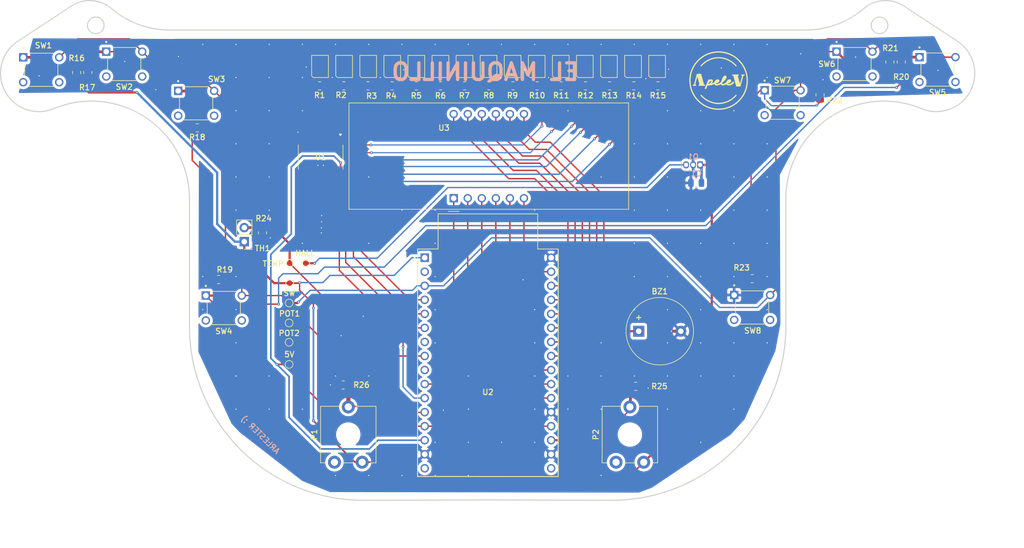
<source format=kicad_pcb>
(kicad_pcb (version 20241229) (generator "pcbnew") (generator_version "9.0")
  (layers (0 "F.Cu" signal "Top.Cu") (2 "B.Cu" power "Bottom.Cu") (13 "F.Paste" user) (15 "B.Paste" user) (5 "F.SilkS" user "F.Silkscreen") (7 "B.SilkS" user "B.Silkscreen") (1 "F.Mask" user) (3 "B.Mask" user) (25 "Edge.Cuts" user))
  (net 0 "")
  (net 1 "GND")
  (net 2 "+3V3")
  (net 3 "Net-(D1-A)")
  (net 4 "Net-(D2-A)")
  (net 5 "Net-(D3-A)")
  (net 6 "Net-(D4-A)")
  (net 7 "Net-(D5-A)")
  (net 8 "Net-(D6-A)")
  (net 9 "Net-(D7-A)")
  (net 10 "Net-(D8-A)")
  (net 11 "Net-(D9-A)")
  (net 12 "Net-(D10-A)")
  (net 13 "Net-(D11-A)")
  (net 14 "Net-(D12-A)")
  (net 15 "Net-(D13-A)")
  (net 16 "Net-(D14-A)")
  (net 17 "Net-(D15-A)")
  (net 18 "/HALL")
  (net 19 "/LED1")
  (net 20 "/LED2")
  (net 21 "/LED3")
  (net 22 "/LED4")
  (net 23 "/LED5")
  (net 24 "/LED6")
  (net 25 "/LED7")
  (net 26 "/LED8")
  (net 27 "/LED9")
  (net 28 "/LED10")
  (net 29 "/LED11")
  (net 30 "/LED12")
  (net 31 "/LED13")
  (net 32 "/LED14")
  (net 33 "/LED15")
  (net 35 "/LED_A3")
  (net 36 "/LED_A0")
  (net 37 "/LED_A2")
  (net 38 "+5V")
  (net 39 "/LED_A1")
  (net 45 "/BUZZER")
  (net 46 "Net-(SW1-A)")
  (net 47 "Net-(SW2-A)")
  (net 48 "Net-(SW3-A)")
  (net 49 "Net-(SW4-A)")
  (net 50 "Net-(SW5-A)")
  (net 51 "Net-(SW6-A)")
  (net 52 "Net-(SW7-A)")
  (net 53 "/SW")
  (net 54 "/dot")
  (net 55 "/d")
  (net 56 "/a")
  (net 57 "/e")
  (net 58 "/CC1")
  (net 59 "/f")
  (net 60 "/CC3")
  (net 61 "/CC2")
  (net 62 "/c")
  (net 63 "/b")
  (net 64 "/g")
  (net 65 "/CC4")
  (net 66 "/TEMP")
  (net 67 "/POT1")
  (net 68 "/POT2")
  (footprint "TestPoint:TestPoint_Pad_D1.0mm" (layer "F.Cu") (at 116.8 114.3)
    (property "Reference" "TP1" (hide yes))
    (property "Value" "5V")
  )
  (footprint "Resistor_SMD:R_0805_2012Metric" (layer "F.Cu") (at 225.39 59.59 90)
    (property "Reference" "R21")
    (property "Value" "10k")
  )
  (footprint "Resistor_SMD:R_0805_2012Metric" (layer "F.Cu") (at 227.46 59.59 -90)
    (property "Reference" "R20")
    (property "Value" "10k")
  )
  (footprint "TestPoint:TestPoint_Pad_D1.0mm" (layer "F.Cu") (at 116.8 103.2)
    (property "Reference" "TP5" (hide yes))
    (property "Value" "SW")
  )
  (footprint "Resistor_SMD:R_0805_2012Metric" (layer "F.Cu") (at 157.264058 63.9)
    (property "Reference" "R9")
    (property "Value" "150")
  )
  (footprint "Resistor_SMD:R_0805_2012Metric" (layer "F.Cu") (at 78.4 61.5 -90)
    (property "Reference" "R16")
    (property "Value" "10k")
  )
  (footprint "LED_SMD:LED_Cree-PLCC4_3.2x2.8mm_CCW" (layer "F.Cu") (at 135.448306 60.4 90)
    (property "Reference" "D4" (hide yes))
    (property "Value" "LED" (hide yes))
  )
  (footprint "Spst_SW:SW_TS02-66-60-BK-100-LCR-D" (layer "F.Cu") (at 72 61)
    (property "Reference" "SW1")
    (property "Value" "SW_SPST")
  )
  (footprint "LED_SMD:LED_Cree-PLCC4_3.2x2.8mm_CCW" (layer "F.Cu") (at 139.8 60.4 90)
    (property "Reference" "D5" (hide yes))
    (property "Value" "LED" (hide yes))
  )
  (footprint "LED_SMD:LED_Cree-PLCC4_3.2x2.8mm_CCW" (layer "F.Cu") (at 183.316946 60.4 90)
    (property "Reference" "D15" (hide yes))
    (property "Value" "LED" (hide yes))
  )
  (footprint "Spst_SW:SW_TS02-66-60-BK-100-LCR-D" (layer "F.Cu") (at 100 67.0625)
    (property "Reference" "SW3")
    (property "Value" "SW_SPST")
  )
  (footprint "Resistor_SMD:R_0805_2012Metric" (layer "F.Cu") (at 80.41 61.49 -90)
    (property "Reference" "R17")
    (property "Value" "10k")
  )
  (footprint "Resistor_SMD:R_0805_2012Metric" (layer "F.Cu") (at 174.733107 63.9)
    (property "Reference" "R13")
    (property "Value" "100")
  )
  (footprint "Package_SO:TSSOP-24_4.4x7.8mm_P0.65mm" (layer "F.Cu") (at 122.5 76.8 -90)
    (property "Reference" "U1")
    (property "Value" "74LS154")
  )
  (footprint "LED_SMD:LED_Cree-PLCC4_3.2x2.8mm_CCW" (layer "F.Cu") (at 152.855084 60.4 90)
    (property "Reference" "D8" (hide yes))
    (property "Value" "LED" (hide yes))
  )
  (footprint "Resistor_SMD:R_0805_2012Metric" (layer "F.Cu") (at 135.427747 63.9)
    (property "Reference" "R4")
    (property "Value" "100")
  )
  (footprint "Resistor_SMD:R_0805_2012Metric" (layer "F.Cu") (at 179.45 118.27 180)
    (property "Reference" "R25")
    (property "Value" "10k")
  )
  (footprint "Resistor_SMD:R_0805_2012Metric" (layer "F.Cu") (at 152.896796 63.9)
    (property "Reference" "R8")
    (property "Value" "150")
  )
  (footprint "Spst_SW:SW_TS02-66-60-BK-100-LCR-D" (layer "F.Cu") (at 200.5 104)
    (property "Reference" "SW8")
    (property "Value" "SW_SPST")
  )
  (footprint "TestPoint:TestPoint_Pad_D1.0mm" (layer "F.Cu") (at 116.8 106.8)
    (property "Reference" "TP6" (hide yes))
    (property "Value" "POT1")
  )
  (footprint "Resistor_SMD:R_0805_2012Metric" (layer "F.Cu") (at 170.365845 63.9)
    (property "Reference" "R12")
    (property "Value" "100" (hide yes))
  )
  (footprint "Spst_SW:SW_TS02-66-60-BK-100-LCR-D" (layer "F.Cu") (at 206 66.9625)
    (property "Reference" "SW7")
    (property "Value" "SW_SPST")
  )
  (footprint "LED_SMD:LED_Cree-PLCC4_3.2x2.8mm_CCW" (layer "F.Cu") (at 122.393222 60.4 90)
    (property "Reference" "D1" (hide yes))
    (property "Value" "LED" (hide yes))
  )
  (footprint "Resistor_SMD:R_0805_2012Metric" (layer "F.Cu") (at 126.5825 118.02)
    (property "Reference" "R26")
    (property "Value" "10k")
  )
  (footprint "TestPoint:TestPoint_Pad_D1.0mm" (layer "F.Cu") (at 116.9 99.6)
    (property "Reference" "TP2" (hide yes))
    (property "Value" "3V3")
  )
  (footprint "Resistor_SMD:R_0805_2012Metric" (layer "F.Cu") (at 139.795009 63.9)
    (property "Reference" "R5")
    (property "Value" "100")
  )
  (footprint "Resistor_SMD:R_0805_2012Metric" (layer "F.Cu") (at 183.467632 63.9)
    (property "Reference" "R15")
    (property "Value" "100")
  )
  (footprint "Resistor_SMD:R_0805_2012Metric" (layer "F.Cu") (at 126.693222 63.9)
    (property "Reference" "R2")
    (property "Value" "100")
  )
  (footprint "TestPoint:TestPoint_Pad_D1.0mm" (layer "F.Cu") (at 119.8 96)
    (property "Reference" "TP4" (hide yes))
    (property "Value" "HALL")
  )
  (footprint "LED_SMD:LED_Cree-PLCC4_3.2x2.8mm_CCW" (layer "F.Cu") (at 131.096611 60.4 90)
    (property "Reference" "D3" (hide yes))
    (property "Value" "LED" (hide yes))
  )
  (footprint "Resistor_SMD:R_0805_2012Metric" (layer "F.Cu") (at 165.998583 63.9)
    (property "Reference" "R11")
    (property "Value" "100")
  )
  (footprint "Connector_PinHeader_2.54mm:PinHeader_1x02_P2.54mm_Vertical" (layer "F.Cu") (at 108.7 92.1 180)
    (property "Reference" "TH1")
    (property "Value" "Thermistor_NTC")
  )
  (footprint "Resistor_SMD:R_0805_2012Metric" (layer "F.Cu") (at 100.2 71.5)
    (property "Reference" "R18")
    (property "Value" "10k")
  )
  (footprint "Potentiometer_THT:Potentiometer_ACP_CA9-V10_Vertical_Hole" (layer "F.Cu") (at 180.9 132 90)
    (property "Reference" "P2")
    (property "Value" "R_Variable")
  )
  (footprint "Resistor_SMD:R_0805_2012Metric" (layer "F.Cu") (at 179.10037 63.9)
    (property "Reference" "R14")
    (property "Value" "100")
  )
  (footprint "LED_SMD:LED_Cree-PLCC4_3.2x2.8mm_CCW" (layer "F.Cu") (at 157.206779 60.4 90)
    (property "Reference" "D9" (hide yes))
    (property "Value" "LED" (hide yes))
  )
  (footprint "LED_SMD:LED_Cree-PLCC4_3.2x2.8mm_CCW" (layer "F.Cu") (at 178.965251 60.4 90)
    (property "Reference" "D14" (hide yes))
    (property "Value" "LED" (hide yes))
  )
  (footprint "Resistor_SMD:R_0805_2012Metric" (layer "F.Cu") (at 148.529534 63.9)
    (property "Reference" "R7")
    (property "Value" "150")
  )
  (footprint "Resistor_SMD:R_0805_2012Metric" (layer "F.Cu") (at 112 90.5 90)
    (property "Reference" "R24")
    (property "Value" "10k")
  )
  (footprint "Resistor_SMD:R_0805_2012Metric" (layer "F.Cu") (at 212.77 65.53 90)
    (property "Reference" "R22")
    (property "Value" "10k")
  )
  (footprint "LED_SMD:LED_Cree-PLCC4_3.2x2.8mm_CCW" (layer "F.Cu") (at 161.558473 60.4 90)
    (property "Reference" "D10" (hide yes))
    (property "Value" "LED" (hide yes))
  )
  (footprint "Spst_SW:SW_TS02-66-60-BK-100-LCR-D" (layer "F.Cu") (at 219 59.9625)
    (property "Reference" "SW6")
    (property "Value" "SW_SPST")
  )
  (footprint "Resistor_SMD:R_0805_2012Metric" (layer "F.Cu") (at 122.32596 63.9)
    (property "Reference" "R1")
    (property "Value" "100")
  )
  (footprint "Potentiometer_THT:Potentiometer_ACP_CA9-V10_Vertical_Hole" (layer "F.Cu") (at 130 132 90)
    (property "Reference" "P1")
    (property "Value" "R_Variable")
  )
  (footprint "TestPoint:TestPoint_Pad_D1.0mm" (layer "F.Cu") (at 116.8 110.3)
    (property "Reference" "TP7" (hide yes))
    (property "Value" "POT2")
  )
  (footprint "LED_SMD:LED_Cree-PLCC4_3.2x2.8mm_CCW" (layer "F.Cu") (at 126.744917 60.4 90)
    (property "Reference" "D2" (hide yes))
    (property "Value" "LED" (hide yes))
  )
  (footprint "ESP32-C6-DEVKITC-1-N8:MODULE_ESP32-C6-DEVKITC-1-N8" (layer "F.Cu") (at 152.7375 119.325)
    (property "Reference" "U2")
    (property "Value" "ESP32-C6-DEVKITC-1-N8")
  )
  (footprint "Resistor_SMD:R_0805_2012Metric" (layer "F.Cu") (at 144.162271 63.9)
    (property "Reference" "R6")
    (property "Value" "150" (hide yes))
  )
  (footprint "Spst_SW:SW_TS02-66-60-BK-100-LCR-D" (layer "F.Cu") (at 87 59.9625)
    (property "Reference" "SW2")
    (property "Value" "SW_SPST")
  )
  (footprint "Buzzer_Beeper:Buzzer_12x9.5RM7.6" (layer "F.Cu") (at 180 108.3)
    (property "Reference" "BZ1")
    (property "Value" "Buzzer")
  )
  (footprint "LED_SMD:LED_Cree-PLCC4_3.2x2.8mm_CCW" (layer "F.Cu") (at 148.503389 60.4 90)
    (property "Reference" "D7" (hide yes))
    (property "Value" "LED" (hide yes))
  )
  (footprint "Spst_SW:SW_TS02-66-60-BK-100-LCR-D" (layer "F.Cu") (at 234 60.9625)
    (property "Reference" "SW5")
    (property "Value" "SW_SPST")
  )
  (footprint "Display_7Segment:CA56-12EWA" (layer "F.Cu") (at 146.55 84.24 90)
    (property "Reference" "U3")
    (property "Value" "CC56-12EWA")
  )
  (footprint "LED_SMD:LED_Cree-PLCC4_3.2x2.8mm_CCW" (layer "F.Cu") (at 174.613557 60.4 90)
    (property "Reference" "D13" (hide yes))
    (property "Value" "LED" (hide yes))
  )
  (footprint "LED_SMD:LED_Cree-PLCC4_3.2x2.8mm_CCW" (layer "F.Cu") (at 170.261862 60.4 90)
    (property "Reference" "D12" (hide yes))
    (property "Value" "LED" (hide yes))
  )
  (footprint "Resistor_SMD:R_0805_2012Metric" (layer "F.Cu") (at 161.631321 63.9)
    (property "Reference" "R10")
    (property "Value" "150")
  )
  (footprint "Resistor_SMD:R_0805_2012Metric" (layer "F.Cu") (at 200.5 98.8)
    (property "Reference" "R23")
    (property "Value" "10k")
  )
  (footprint "Resistor_SMD:R_0805_2012Metric" (layer "F.Cu") (at 104.07 98.95 180)
    (property "Reference" "R19")
    (property "Value" "10k")
  )
  (footprint "Resistor_SMD:R_0805_2012Metric" (layer "F.Cu") (at 131.060485 63.9)
    (property "Reference" "R3")
    (property "Value" "100")
  )
  (footprint "LED_SMD:LED_Cree-PLCC4_3.2x2.8mm_CCW" (layer "F.Cu") (at 165.910168 60.4 90)
    (property "Reference" "D11" (hide yes))
    (property "Value" "LED" (hide yes))
  )
  (footprint "Spst_SW:SW_TS02-66-60-BK-100-LCR-D" (layer "F.Cu") (at 105 104.1)
    (property "Reference" "SW4")
    (property "Value" "SW_SPST")
  )
  (footprint "TestPoint:TestPoint_Pad_D1.0mm" (layer "F.Cu") (at 116.9 96)
    (property "Reference" "TP3" (hide yes))
    (property "Value" "TEMP")
  )
  (footprint "LED_SMD:LED_Cree-PLCC4_3.2x2.8mm_CCW" (layer "F.Cu") (at 144.151695 60.4 90)
    (property "Reference" "D6" (hide yes))
    (property "Value" "LED" (hide yes))
  )
  (footprint "Capacitor_SMD:C_0805_2012Metric" (layer "B.Cu") (at 190.38 81.46 180)
    (property "Reference" "C1")
    (property "Value" "0.1 uF")
  )
  (footprint "Package_TO_SOT_THT:TO-92Flat" (layer "B.Cu") (at 191.1 78.2 180)
    (property "Reference" "Q1")
    (property "Value" "HALL")
  )
  (gr_poly (pts (xy 195.535975 66.919997) (xy 195.541433 66.920776) (xy 195.546445 66.922098) (xy 195.551299 66.923918) (xy 195.5617 66.928862) (xy 195.535348 66.940244) (xy 195.508477 66.950988) (xy 195.494863 66.956024) (xy 195.481141 66.960781) (xy 195.467316 66.965222) (xy 195.453396 66.969306) (xy 195.439388 66.972995) (xy 195.425299 66.976249) (xy 195.411136 66.979028) (xy 195.396905 66.981293) (xy 195.382614 66.983005) (xy 195.36827 66.984123) (xy 195.35388 66.98461) (xy 195.33945 66.984425) (xy 195.363263 66.976488) (xy 195.363263 66.960613) (xy 195.460818 66.933674) (xy 195.491796 66.925885) (xy 195.503852 66.923248) (xy 195.514007 66.921387) (xy 195.522552 66.920256) (xy 195.529778 66.919808)) (fill yes) (layer "F.SilkS"))
  (gr_poly (pts (xy 193.786783 67.023083) (xy 193.823504 67.026127) (xy 193.838031 67.027751) (xy 193.850483 67.029519) (xy 193.86122 67.031491) (xy 193.870602 67.033724) (xy 193.878991 67.036276) (xy 193.886745 67.039206) (xy 193.894227 67.042571) (xy 193.901796 67.04643) (xy 193.918638 67.055862) (xy 193.900861 67.056279) (xy 193.883193 67.056256) (xy 193.865603 67.055829) (xy 193.84806 67.055036) (xy 193.830533 67.053912) (xy 193.812993 67.052493) (xy 193.795408 67.050816) (xy 193.777747 67.048917) (xy 193.760122 67.047029) (xy 193.748499 67.045522) (xy 193.737203 67.043764) (xy 193.726169 67.041686) (xy 193.715329 67.039221) (xy 193.709961 67.037822) (xy 193.704616 67.0363) (xy 193.699287 67.034646) (xy 193.693964 67.032853) (xy 193.68864 67.030912) (xy 193.683306 67.028814) (xy 193.677954 67.02655) (xy 193.672575 67.024113) (xy 193.672575 67.016175)) (fill yes) (layer "F.SilkS"))
  (gr_poly (pts (xy 196.842746 59.610886) (xy 196.845752 59.611376) (xy 196.848661 59.611955) (xy 196.851476 59.612622) (xy 196.854204 59.613375) (xy 196.856847 59.614211) (xy 196.85941 59.615128) (xy 196.861899 59.616124) (xy 196.866671 59.618344) (xy 196.871199 59.620854) (xy 196.875518 59.623638) (xy 196.879666 59.626676) (xy 196.88368 59.629953) (xy 196.887596 59.633451) (xy 196.891449 59.637152) (xy 196.895278 59.64104) (xy 196.903007 59.649307) (xy 196.911075 59.658113) (xy 196.893634 59.654202) (xy 196.880355 59.651007) (xy 196.87503 59.649558) (xy 196.870451 59.648143) (xy 196.86652 59.646716) (xy 196.863138 59.645228) (xy 196.860208 59.643631) (xy 196.857632 59.641876) (xy 196.855311 59.639917) (xy 196.853147 59.637706) (xy 196.851042 59.635193) (xy 196.848899 59.632332) (xy 196.844102 59.625371) (xy 196.839637 59.610488)) (fill yes) (layer "F.SilkS"))
  (gr_poly (pts (xy 195.112491 58.873446) (xy 195.147462 58.874781) (xy 195.167507 58.875324) (xy 195.186808 58.876176) (xy 195.204569 58.876806) (xy 195.208098 58.877646) (xy 195.211368 58.878577) (xy 195.214403 58.879604) (xy 195.217229 58.880732) (xy 195.219872 58.881967) (xy 195.222358 58.883314) (xy 195.224712 58.884778) (xy 195.22696 58.886363) (xy 195.229127 58.888076) (xy 195.23124 58.88992) (xy 195.233323 58.891902) (xy 195.235403 58.894027) (xy 195.237505 58.896299) (xy 195.239655 58.898723) (xy 195.2442 58.90405) (xy 195.222053 58.904765) (xy 195.211291 58.904776) (xy 195.200701 58.904546) (xy 195.190257 58.904068) (xy 195.179933 58.903334) (xy 195.169703 58.902336) (xy 195.15954 58.901067) (xy 195.149418 58.899519) (xy 195.139312 58.897684) (xy 195.129193 58.895556) (xy 195.119038 58.893126) (xy 195.108818 58.890386) (xy 195.098508 58.88733) (xy 195.088082 58.88395) (xy 195.077513 58.880238) (xy 195.077513 58.8723)) (fill yes) (layer "F.SilkS"))
  (gr_poly (pts (xy 195.856167 59.069273) (xy 195.85855 59.069343) (xy 195.863945 59.069622) (xy 195.870642 59.070087) (xy 195.8792 59.070738) (xy 195.885448 59.076009) (xy 195.8903 59.080164) (xy 195.894129 59.083574) (xy 195.895777 59.085117) (xy 195.897308 59.086613) (xy 195.898769 59.088109) (xy 195.900207 59.089651) (xy 195.901668 59.091287) (xy 195.903199 59.093062) (xy 195.906656 59.097217) (xy 195.91095 59.102488) (xy 195.899652 59.102896) (xy 195.894304 59.102976) (xy 195.889127 59.102945) (xy 195.884096 59.102784) (xy 195.879187 59.102472) (xy 195.874376 59.10199) (xy 195.86964 59.101316) (xy 195.864954 59.100431) (xy 195.860295 59.099314) (xy 195.85564 59.097945) (xy 195.850963 59.096304) (xy 195.846243 59.094371) (xy 195.841454 59.092124) (xy 195.836572 59.089545) (xy 195.831575 59.086613) (xy 195.831575 59.070738) (xy 195.838831 59.070087) (xy 195.844598 59.069622) (xy 195.849435 59.069343) (xy 195.851679 59.069273) (xy 195.853899 59.06925)) (fill yes) (layer "F.SilkS"))
  (gr_poly (pts (xy 197.252387 65.976362) (xy 197.244987 65.984214) (xy 197.237555 65.992037) (xy 197.222622 66.007616) (xy 197.205878 66.025196) (xy 197.202764 66.02784) (xy 197.199792 66.030262) (xy 197.196934 66.032477) (xy 197.194161 66.034495) (xy 197.191444 66.036329) (xy 197.188755 66.03799) (xy 197.186066 66.039492) (xy 197.183348 66.040846) (xy 197.180572 66.042063) (xy 197.17771 66.043157) (xy 197.174734 66.04414) (xy 197.171615 66.045023) (xy 197.168324 66.045818) (xy 197.164833 66.046538) (xy 197.161114 66.047194) (xy 197.157138 66.0478) (xy 197.161286 66.040941) (xy 197.165397 66.03448) (xy 197.169504 66.028386) (xy 197.173636 66.022627) (xy 197.177825 66.017173) (xy 197.182101 66.011993) (xy 197.186497 66.007055) (xy 197.191042 66.00233) (xy 197.195768 65.997785) (xy 197.200705 65.993389) (xy 197.205885 65.989113) (xy 197.211339 65.984924) (xy 197.217098 65.980792) (xy 197.223193 65.976685) (xy 197.229654 65.972573) (xy 197.236513 65.968425)) (fill yes) (layer "F.SilkS"))
  (gr_poly (pts (xy 192.299388 59.427925) (xy 192.296732 59.435805) (xy 192.295587 59.439031) (xy 192.294512 59.441847) (xy 192.293469 59.444303) (xy 192.29242 59.446448) (xy 192.291326 59.448331) (xy 192.29075 59.44919) (xy 192.290148 59.450002) (xy 192.289516 59.450773) (xy 192.288848 59.45151) (xy 192.287388 59.452905) (xy 192.285728 59.454235) (xy 192.283831 59.455552) (xy 192.281657 59.456903) (xy 192.279169 59.458338) (xy 192.273095 59.46166) (xy 192.269006 59.462751) (xy 192.265207 59.463657) (xy 192.261657 59.464383) (xy 192.258317 59.464933) (xy 192.255147 59.465314) (xy 192.252105 59.465529) (xy 192.249154 59.465584) (xy 192.246252 59.465483) (xy 192.243359 59.465232) (xy 192.240435 59.464835) (xy 192.237442 59.464298) (xy 192.234337 59.463625) (xy 192.231082 59.462821) (xy 192.227636 59.461892) (xy 192.220013 59.459675) (xy 192.235358 59.449455) (xy 192.250771 59.439336) (xy 192.268072 59.427894) (xy 192.283513 59.419988)) (fill yes) (layer "F.SilkS"))
  (gr_poly (pts (xy 192.959735 66.803862) (xy 192.973145 66.805583) (xy 192.978641 66.806426) (xy 192.983486 66.807304) (xy 192.987795 66.808252) (xy 192.991687 66.809304) (xy 192.995276 66.810496) (xy 192.998678 66.811862) (xy 193.002012 66.813437) (xy 193.005391 66.815257) (xy 193.008934 66.817356) (xy 193.012755 66.819768) (xy 193.0217 66.825675) (xy 193.005825 66.825675) (xy 193.005825 66.84155) (xy 192.996171 66.838029) (xy 192.991617 66.836245) (xy 192.987228 66.834419) (xy 192.982988 66.83253) (xy 192.978885 66.830558) (xy 192.974904 66.828483) (xy 192.971032 66.826285) (xy 192.967256 66.823944) (xy 192.96356 66.82144) (xy 192.959932 66.818753) (xy 192.956358 66.815862) (xy 192.952824 66.812748) (xy 192.949317 66.80939) (xy 192.945822 66.805768) (xy 192.942325 66.801862)) (fill yes) (layer "F.SilkS"))
  (gr_poly (pts (xy 191.59295 59.975613) (xy 191.571244 59.997193) (xy 191.490873 60.077254) (xy 191.456209 60.111756) (xy 191.40614 60.161648) (xy 191.390699 60.176965) (xy 191.379387 60.188408) (xy 191.368247 60.199945) (xy 191.35727 60.21159) (xy 191.346446 60.223353) (xy 191.335766 60.235248) (xy 191.325221 60.247287) (xy 191.314801 60.259482) (xy 191.304497 60.271845) (xy 191.301886 60.274421) (xy 191.299295 60.276845) (xy 191.296714 60.279129) (xy 191.294132 60.281283) (xy 191.29154 60.283319) (xy 191.288929 60.285247) (xy 191.286289 60.287079) (xy 191.283609 60.288826) (xy 191.280879 60.290498) (xy 191.278091 60.292107) (xy 191.275234 60.293664) (xy 191.272299 60.29518) (xy 191.269275 60.296665) (xy 191.266153 60.298131) (xy 191.259575 60.30105) (xy 191.262019 60.293177) (xy 191.264845 60.285658) (xy 191.268027 60.278464) (xy 191.271543 60.271563) (xy 191.275369 60.264924) (xy 191.27948 60.258516) (xy 191.283852 60.252309) (xy 191.288462 60.246271) (xy 191.293285 60.240371) (xy 191.298298 60.234579) (xy 191.308796 60.223192) (xy 191.331013 60.200343) (xy 191.347826 60.182761) (xy 191.375082 60.154539) (xy 191.40245 60.126425) (xy 191.421906 60.106442) (xy 191.450828 60.076949) (xy 191.479841 60.047546) (xy 191.498165 60.028906) (xy 191.515436 60.011611) (xy 191.530621 59.996327) (xy 191.536159 59.991645) (xy 191.538883 59.98945) (xy 191.541592 59.987346) (xy 191.544298 59.985329) (xy 191.547012 59.983394) (xy 191.549745 59.981538) (xy 191.552509 59.979757) (xy 191.555315 59.978045) (xy 191.558173 59.9764) (xy 191.561096 59.974816) (xy 191.564095 59.97329) (xy 191.567181 59.971817) (xy 191.570366 59.970393) (xy 191.57366 59.969014) (xy 191.577075 59.967675)) (fill yes) (layer "F.SilkS"))
  (gr_poly (pts (xy 192.608538 66.648046) (xy 192.62379 66.653131) (xy 192.638854 66.658437) (xy 192.653752 66.664035) (xy 192.668506 66.669995) (xy 192.683141 66.676385) (xy 192.697677 66.683276) (xy 192.712138 66.690737) (xy 192.712138 66.706612) (xy 192.706721 66.705704) (xy 192.701453 66.70471) (xy 192.69632 66.703627) (xy 192.691306 66.702449) (xy 192.686394 66.701173) (xy 192.681571 66.699794) (xy 192.67682 66.698307) (xy 192.672125 66.696707) (xy 192.667472 66.694991) (xy 192.662844 66.693153) (xy 192.658227 66.69119) (xy 192.653604 66.689096) (xy 192.64896 66.686867) (xy 192.644279 66.684499) (xy 192.634747 66.679327) (xy 192.61602 66.66894) (xy 192.611051 66.665624) (xy 192.60901 66.664221) (xy 192.60722 66.662938) (xy 192.605647 66.661737) (xy 192.604258 66.66058) (xy 192.603019 66.65943) (xy 192.601897 66.658247) (xy 192.600857 66.656996) (xy 192.599866 66.655637) (xy 192.598892 66.654133) (xy 192.597899 66.652446) (xy 192.596854 66.650538) (xy 192.595725 66.648372) (xy 192.593075 66.643112)) (fill yes) (layer "F.SilkS"))
  (gr_poly (pts (xy 192.92645 63.039488) (xy 192.759763 63.206175) (xy 192.743888 63.198237) (xy 192.776959 63.161454) (xy 192.793645 63.143324) (xy 192.810555 63.125453) (xy 192.827785 63.107901) (xy 192.845428 63.09073) (xy 192.863578 63.074003) (xy 192.872872 63.065825) (xy 192.882329 63.057781) (xy 192.886761 63.054167) (xy 192.890274 63.051264) (xy 192.893198 63.048764) (xy 192.895864 63.04636) (xy 192.898604 63.043744) (xy 192.901749 63.040608) (xy 192.905629 63.036646) (xy 192.910575 63.03155)) (fill yes) (layer "F.SilkS"))
  (gr_poly (pts (xy 192.392785 59.358635) (xy 192.397521 59.360364) (xy 192.3995 59.361129) (xy 192.401281 59.36186) (xy 192.402911 59.362579) (xy 192.404436 59.363309) (xy 192.405903 59.364075) (xy 192.407358 59.364898) (xy 192.408848 59.365803) (xy 192.41042 59.366813) (xy 192.413993 59.369239) (xy 192.41845 59.372363) (xy 192.410513 59.388238) (xy 192.378763 59.388238) (xy 192.370825 59.41205) (xy 192.35495 59.404113) (xy 192.362888 59.396175) (xy 192.347013 59.3803) (xy 192.35295 59.376021) (xy 192.357679 59.372673) (xy 192.361663 59.369975) (xy 192.363522 59.368784) (xy 192.365368 59.36765) (xy 192.367262 59.36654) (xy 192.36926 59.365418) (xy 192.373802 59.362999) (xy 192.379461 59.360116) (xy 192.3867 59.356488)) (fill yes) (layer "F.SilkS"))
  (gr_poly (pts (xy 196.934888 66.222425) (xy 196.911075 66.262113) (xy 196.879325 66.246238) (xy 196.919013 66.214487)) (fill yes) (layer "F.SilkS"))
  (gr_poly (pts (xy 193.277836 58.982093) (xy 193.284908 58.982327) (xy 193.292127 58.98277) (xy 193.299513 58.983425) (xy 193.294936 58.987819) (xy 193.290196 58.992018) (xy 193.280253 58.999846) (xy 193.269746 59.006943) (xy 193.258733 59.013338) (xy 193.247276 59.019065) (xy 193.235433 59.024155) (xy 193.223265 59.028638) (xy 193.210831 59.032547) (xy 193.198193 59.035913) (xy 193.185409 59.038768) (xy 193.172539 59.041143) (xy 193.159645 59.04307) (xy 193.146785 59.04458) (xy 193.13402 59.045705) (xy 193.121409 59.046476) (xy 193.109013 59.046925) (xy 193.11695 59.023113) (xy 193.123965 59.020028) (xy 193.130905 59.01709) (xy 193.137806 59.014285) (xy 193.144704 59.0116) (xy 193.151638 59.00902) (xy 193.158642 59.006533) (xy 193.165753 59.004124) (xy 193.173009 59.001781) (xy 193.189351 58.996457) (xy 193.203499 58.992301) (xy 193.210392 58.99047) (xy 193.217193 58.988809) (xy 193.223924 58.987322) (xy 193.230606 58.986011) (xy 193.237261 58.984881) (xy 193.24391 58.983936) (xy 193.250576 58.983177) (xy 193.25728 58.982611) (xy 193.264044 58.982239) (xy 193.270888 58.982065)) (fill yes) (layer "F.SilkS"))
  (gr_poly (pts (xy 194.813565 58.840287) (xy 194.818871 58.840575) (xy 194.823637 58.840961) (xy 194.828449 58.841501) (xy 194.833895 58.842252) (xy 194.84903 58.844612) (xy 194.863266 58.84618) (xy 194.877426 58.847251) (xy 194.89154 58.847901) (xy 194.905636 58.848205) (xy 194.919744 58.84824) (xy 194.93389 58.848083) (xy 194.962419 58.847496) (xy 194.989605 58.847532) (xy 195.016248 58.848366) (xy 195.04249 58.850036) (xy 195.068478 58.852582) (xy 195.094354 58.856043) (xy 195.120264 58.860457) (xy 195.146352 58.865863) (xy 195.172763 58.8723) (xy 195.158376 58.875773) (xy 195.153179 58.877145) (xy 195.147998 58.87858) (xy 195.137682 58.881613) (xy 195.127419 58.884827) (xy 195.1172 58.888176) (xy 195.103551 58.888713) (xy 195.090183 58.888823) (xy 195.077012 58.888513) (xy 195.063952 58.887792) (xy 195.050919 58.886668) (xy 195.037827 58.885147) (xy 195.024593 58.883239) (xy 195.011129 58.880951) (xy 194.989988 58.877488) (xy 194.968827 58.874323) (xy 194.926441 58.868732) (xy 194.88396 58.863863) (xy 194.841372 58.859402) (xy 194.810552 58.856177) (xy 194.7362 58.848488) (xy 194.7362 58.84055) (xy 194.756291 58.840268) (xy 194.776384 58.840054) (xy 194.798987 58.839775)) (fill yes) (layer "F.SilkS"))
  (gr_poly (pts (xy 196.498294 66.510252) (xy 196.500752 66.510599) (xy 196.503162 66.511214) (xy 196.505619 66.512084) (xy 196.508216 66.513198) (xy 196.5142 66.516112) (xy 196.4991 66.526592) (xy 196.487535 66.534468) (xy 196.482845 66.537545) (xy 196.47876 66.540111) (xy 196.475187 66.542212) (xy 196.472032 66.543894) (xy 196.469203 66.545204) (xy 196.466606 66.546188) (xy 196.464149 66.546894) (xy 196.461738 66.547367) (xy 196.459281 66.547653) (xy 196.456684 66.547801) (xy 196.4507 66.547863) (xy 196.4507 66.52405) (xy 196.4658 66.5185) (xy 196.477365 66.514438) (xy 196.482055 66.512936) (xy 196.48614 66.511772) (xy 196.489713 66.510933) (xy 196.492868 66.510408) (xy 196.495698 66.510185)) (fill yes) (layer "F.SilkS"))
  (gr_poly (pts (xy 196.379262 66.58755) (xy 196.395138 66.595488) (xy 196.375619 66.601828) (xy 196.360606 66.606455) (xy 196.354469 66.608155) (xy 196.349074 66.60946) (xy 196.344294 66.610384) (xy 196.34 66.610938) (xy 196.336065 66.611132) (xy 196.332362 66.61098) (xy 196.328761 66.610492) (xy 196.325135 66.60968) (xy 196.321356 66.608555) (xy 196.317297 66.60713) (xy 196.307825 66.603425) (xy 196.325545 66.592945) (xy 196.339079 66.585069) (xy 196.349264 66.579426) (xy 196.353363 66.577326) (xy 196.356938 66.575643) (xy 196.360095 66.574333) (xy 196.362938 66.573349) (xy 196.365572 66.572644) (xy 196.3681 66.572171) (xy 196.370629 66.571884) (xy 196.373263 66.571737) (xy 196.379262 66.571675)) (fill yes) (layer "F.SilkS"))
  (gr_poly (pts (xy 197.600706 65.608308) (xy 197.599655 65.613017) (xy 197.598476 65.617457) (xy 197.597162 65.621657) (xy 197.595707 65.625649) (xy 197.594102 65.629461) (xy 197.59234 65.633124) (xy 197.590414 65.636667) (xy 197.588317 65.640122) (xy 197.58604 65.643517) (xy 197.583578 65.646882) (xy 197.580922 65.650248) (xy 197.578064 65.653645) (xy 197.574999 65.657103) (xy 197.568213 65.664319) (xy 197.552273 65.680993) (xy 197.535161 65.69855) (xy 197.50031 65.734889) (xy 197.482963 65.752919) (xy 197.461567 65.775713) (xy 197.440454 65.798761) (xy 197.398673 65.84527) (xy 197.3907 65.853334) (xy 197.38263 65.861141) (xy 197.374456 65.868732) (xy 197.36617 65.87615) (xy 197.357765 65.883436) (xy 197.349234 65.890633) (xy 197.340569 65.897782) (xy 197.331762 65.904925) (xy 197.315887 65.896988) (xy 197.341331 65.868371) (xy 197.367018 65.840027) (xy 197.380026 65.826013) (xy 197.393184 65.812134) (xy 197.406521 65.798413) (xy 197.420067 65.78487) (xy 197.429331 65.775613) (xy 197.438449 65.766266) (xy 197.44744 65.756829) (xy 197.456318 65.747304) (xy 197.465101 65.73769) (xy 197.473805 65.727987) (xy 197.491039 65.708317) (xy 197.519675 65.675544) (xy 197.548556 65.642988) (xy 197.568803 65.620167) (xy 197.574432 65.6146) (xy 197.57677 65.612347) (xy 197.578856 65.610416) (xy 197.580736 65.608781) (xy 197.582459 65.607418) (xy 197.583277 65.606831) (xy 197.584074 65.606302) (xy 197.584855 65.605829) (xy 197.585627 65.605409) (xy 197.586396 65.605038) (xy 197.587168 65.604713) (xy 197.587949 65.604431) (xy 197.588744 65.60419) (xy 197.589561 65.603985) (xy 197.590404 65.603815) (xy 197.592195 65.603564) (xy 197.594166 65.603411) (xy 197.596365 65.603333) (xy 197.601638 65.6033)) (fill yes) (layer "F.SilkS"))
  (gr_poly (pts (xy 196.007081 59.135781) (xy 196.01589 59.137376) (xy 196.033485 59.140687) (xy 196.053298 59.144315) (xy 196.0697 59.150113) (xy 196.077637 59.173925) (xy 196.060228 59.171925) (xy 196.046818 59.170205) (xy 196.041322 59.169362) (xy 196.036477 59.168484) (xy 196.032168 59.167536) (xy 196.028276 59.166484) (xy 196.024687 59.165292) (xy 196.021285 59.163926) (xy 196.017951 59.162351) (xy 196.014572 59.160531) (xy 196.011029 59.158432) (xy 196.007208 59.15602) (xy 195.998263 59.150113) (xy 195.998263 59.134238)) (fill yes) (layer "F.SilkS"))
  (gr_poly (pts (xy 196.020946 66.73973) (xy 196.021639 66.739772) (xy 196.022333 66.739848) (xy 196.023033 66.739959) (xy 196.023744 66.740106) (xy 196.024472 66.740289) (xy 196.025222 66.740509) (xy 196.026812 66.741062) (xy 196.028557 66.741773) (xy 196.030499 66.742646) (xy 196.032683 66.743688) (xy 196.03795 66.7463) (xy 196.03795 66.770112) (xy 196.020845 66.776095) (xy 196.00372 66.782019) (xy 195.984465 66.788716) (xy 195.978493 66.790435) (xy 195.973714 66.791728) (xy 195.97162 66.792233) (xy 195.96964 66.792654) (xy 195.967714 66.792998) (xy 195.96578 66.793274) (xy 195.963778 66.793489) (xy 195.961646 66.793651) (xy 195.959323 66.793766) (xy 195.956747 66.793844) (xy 195.950595 66.793915) (xy 195.9427 66.793925) (xy 195.934762 66.817737) (xy 195.863325 66.8098) (xy 195.868812 66.806232) (xy 195.874325 66.802821) (xy 195.879866 66.799553) (xy 195.885437 66.796417) (xy 195.896672 66.790492) (xy 195.908042 66.784948) (xy 195.919558 66.779689) (xy 195.931232 66.774618) (xy 195.955102 66.764655) (xy 195.973877 66.75664) (xy 195.991844 66.749183) (xy 196.008264 66.74231) (xy 196.012854 66.741022) (xy 196.014772 66.740532) (xy 196.016496 66.740152) (xy 196.018071 66.739888) (xy 196.018816 66.739801) (xy 196.01954 66.739745) (xy 196.020248 66.739721)) (fill yes) (layer "F.SilkS"))
  (gr_poly (pts (xy 191.85215 66.16577) (xy 191.855755 66.165993) (xy 191.859246 66.166389) (xy 191.862659 66.166971) (xy 191.866033 66.167749) (xy 191.869406 66.168734) (xy 191.872814 66.169938) (xy 191.876297 66.171372) (xy 191.879891 66.173048) (xy 191.883635 66.174976) (xy 191.887566 66.177169) (xy 191.891723 66.179637) (xy 191.912435 66.196628) (xy 191.933395 66.213371) (xy 191.936416 66.216477) (xy 191.939176 66.219411) (xy 191.941688 66.222208) (xy 191.943967 66.224905) (xy 191.946026 66.227535) (xy 191.947879 66.230133) (xy 191.949539 66.232736) (xy 191.95102 66.235377) (xy 191.952336 66.238092) (xy 191.953501 66.240916) (xy 191.954528 66.243884) (xy 191.955431 66.247032) (xy 191.956223 66.250393) (xy 191.956919 66.254004) (xy 191.957532 66.257899) (xy 191.958075 66.262113) (xy 191.9525 66.259547) (xy 191.947028 66.256855) (xy 191.94165 66.254043) (xy 191.936359 66.251121) (xy 191.931147 66.248094) (xy 191.926005 66.24497) (xy 191.915902 66.238461) (xy 191.905986 66.231653) (xy 191.896192 66.224605) (xy 191.876716 66.210023) (xy 191.863383 66.200116) (xy 191.855223 66.193895) (xy 191.847129 66.187587) (xy 191.839086 66.181214) (xy 191.831075 66.1748) (xy 191.831075 66.166862) (xy 191.835822 66.166387) (xy 191.840265 66.166029) (xy 191.844443 66.165799) (xy 191.848391 66.165709)) (fill yes) (layer "F.SilkS"))
  (gr_poly (pts (xy 196.903137 66.262113) (xy 196.847575 66.3018) (xy 196.831701 66.293862) (xy 196.837638 66.287111) (xy 196.842366 66.281801) (xy 196.846351 66.277468) (xy 196.850056 66.273647) (xy 196.853947 66.269872) (xy 196.858489 66.265679) (xy 196.864148 66.260601) (xy 196.871388 66.254175)) (fill yes) (layer "F.SilkS"))
  (gr_poly (pts (xy 191.859342 66.16543) (xy 191.862289 66.165696) (xy 191.864944 66.166153) (xy 191.867385 66.166818) (xy 191.869692 66.167709) (xy 191.871944 66.168842) (xy 191.87422 66.170237) (xy 191.876599 66.171909) (xy 191.879161 66.173877) (xy 191.88515 66.178769) (xy 191.894575 66.190675) (xy 191.886638 66.20655) (xy 191.882426 66.204618) (xy 191.87837 66.20266) (xy 191.874456 66.200669) (xy 191.870672 66.198632) (xy 191.867008 66.19654) (xy 191.86345 66.194381) (xy 191.859986 66.192147) (xy 191.856605 66.189825) (xy 191.853294 66.187406) (xy 191.850041 66.184878) (xy 191.846835 66.182233) (xy 191.843663 66.179458) (xy 191.840513 66.176544) (xy 191.837373 66.173481) (xy 191.834231 66.170257) (xy 191.831075 66.166862) (xy 191.843041 66.165924) (xy 191.847952 66.165601) (xy 191.852252 66.1654) (xy 191.856023 66.165337)) (fill yes) (layer "F.SilkS"))
  (gr_poly (pts (xy 192.009841 66.286618) (xy 192.013659 66.287319) (xy 192.01719 66.28805) (xy 192.020469 66.28883) (xy 192.023533 66.289682) (xy 192.026417 66.290626) (xy 192.029159 66.291683) (xy 192.031793 66.292873) (xy 192.034356 66.294219) (xy 192.036883 66.295741) (xy 192.039412 66.297459) (xy 192.041977 66.299395) (xy 192.044615 66.30157) (xy 192.047361 66.304005) (xy 192.050253 66.30672) (xy 192.053325 66.309738) (xy 192.045388 66.325613) (xy 192.038353 66.322259) (xy 192.031861 66.318974) (xy 192.028782 66.317319) (xy 192.025796 66.315635) (xy 192.022887 66.313907) (xy 192.02004 66.31212) (xy 192.017241 66.310259) (xy 192.014476 66.308307) (xy 192.011729 66.306251) (xy 192.008986 66.304075) (xy 192.006233 66.301763) (xy 192.003455 66.299301) (xy 192.000636 66.296672) (xy 191.997763 66.293862) (xy 192.0057 66.285925)) (fill yes) (layer "F.SilkS"))
  (gr_poly (pts (xy 197.369517 65.853574) (xy 197.36756 65.857631) (xy 197.365568 65.861545) (xy 197.363532 65.865328) (xy 197.36144 65.868993) (xy 197.359281 65.872551) (xy 197.357047 65.876015) (xy 197.354725 65.879396) (xy 197.352306 65.882707) (xy 197.349778 65.88596) (xy 197.347133 65.889166) (xy 197.344358 65.892338) (xy 197.341445 65.895488) (xy 197.338381 65.898628) (xy 197.335157 65.90177) (xy 197.331762 65.904925) (xy 197.315887 65.896988) (xy 197.325586 65.884898) (xy 197.335438 65.872931) (xy 197.345437 65.861087) (xy 197.355575 65.849363) (xy 197.37145 65.849363)) (fill yes) (layer "F.SilkS"))
  (gr_poly (pts (xy 192.275575 66.46055) (xy 192.285935 66.465372) (xy 192.289843 66.467105) (xy 192.293522 66.468634) (xy 192.297439 66.470144) (xy 192.302058 66.471822) (xy 192.315263 66.476425) (xy 192.331225 66.484189) (xy 192.347113 66.492099) (xy 192.378763 66.508175) (xy 192.378763 66.52405) (xy 192.396622 66.527026) (xy 192.403999 66.528832) (xy 192.411 66.530814) (xy 192.417717 66.532998) (xy 192.424239 66.535411) (xy 192.430658 66.538078) (xy 192.437064 66.541025) (xy 192.443548 66.544278) (xy 192.4502 66.547863) (xy 192.4502 66.563738) (xy 192.46806 66.566714) (xy 192.475436 66.56852) (xy 192.482438 66.570502) (xy 192.489154 66.572686) (xy 192.495677 66.575099) (xy 192.502096 66.577766) (xy 192.508502 66.580713) (xy 192.514986 66.583965) (xy 192.521638 66.58755) (xy 192.521638 66.603425) (xy 192.541977 66.609874) (xy 192.558233 66.6157) (xy 192.574124 66.62182) (xy 192.589717 66.628256) (xy 192.605077 66.635029) (xy 192.62027 66.642161) (xy 192.635361 66.649675) (xy 192.650418 66.657592) (xy 192.665505 66.665933) (xy 192.679933 66.673653) (xy 192.694409 66.680921) (xy 192.708957 66.687793) (xy 192.723606 66.694325) (xy 192.738381 66.700574) (xy 192.753309 66.706594) (xy 192.768416 66.712444) (xy 192.78373 66.718177) (xy 192.799215 66.724159) (xy 192.81462 66.73033) (xy 192.845242 66.743118) (xy 192.906111 66.769616) (xy 192.929994 66.780069) (xy 192.97637 66.800394) (xy 193.020575 66.819576) (xy 193.06486 66.838574) (xy 193.091122 66.849797) (xy 193.109013 66.857425) (xy 193.102941 66.859223) (xy 193.096717 66.860633) (xy 193.090351 66.861671) (xy 193.083856 66.862353) (xy 193.077242 66.862695) (xy 193.07052 66.862714) (xy 193.0568 66.861844) (xy 193.042787 66.859871) (xy 193.028571 66.856923) (xy 193.014243 66.85313) (xy 192.999893 66.84862) (xy 192.985611 66.84352) (xy 192.971488 66.83796) (xy 192.957616 66.832067) (xy 192.944083 66.82597) (xy 192.918401 66.813678) (xy 192.895165 66.80211) (xy 192.864811 66.786391) (xy 192.856719 66.782693) (xy 192.848584 66.779173) (xy 192.840407 66.775801) (xy 192.832191 66.77255) (xy 192.815643 66.766298) (xy 192.798954 66.760191) (xy 192.781744 66.753495) (xy 192.764828 66.746444) (xy 192.748158 66.739052) (xy 192.731686 66.731335) (xy 192.715362 66.723308) (xy 192.69914 66.714986) (xy 192.682971 66.706385) (xy 192.666805 66.69752) (xy 192.654848 66.691043) (xy 192.642841 66.684823) (xy 192.630775 66.678826) (xy 192.618642 66.67302) (xy 192.606433 66.667372) (xy 192.59414 66.66185) (xy 192.569263 66.65105) (xy 192.534199 66.633856) (xy 192.49948 66.616087) (xy 192.465079 66.597776) (xy 192.43097 66.578957) (xy 192.397124 66.559661) (xy 192.363517 66.539922) (xy 192.33012 66.519773) (xy 192.296907 66.499245) (xy 192.27136 66.483285) (xy 192.24568 66.467011) (xy 192.230944 66.457565) (xy 192.221595 66.451326) (xy 192.212075 66.444675) (xy 192.212075 66.436738) (xy 192.267638 66.436738)) (fill yes) (layer "F.SilkS"))
  (gr_poly (pts (xy 196.535346 66.479076) (xy 196.53754 66.48021) (xy 196.539501 66.481262) (xy 196.541276 66.482268) (xy 196.542911 66.483262) (xy 196.544454 66.484279) (xy 196.54595 66.485355) (xy 196.547446 66.486523) (xy 196.548988 66.48782) (xy 196.550624 66.489279) (xy 196.552399 66.490936) (xy 196.556554 66.494982) (xy 196.561825 66.500238) (xy 196.522138 66.508175) (xy 196.522138 66.52405) (xy 196.48245 66.516112) (xy 196.488129 66.510307) (xy 196.493719 66.504894) (xy 196.499303 66.499798) (xy 196.502119 66.497345) (xy 196.504965 66.494943) (xy 196.51079 66.490253) (xy 196.51686 66.485654) (xy 196.523261 66.48107) (xy 196.530075 66.476425)) (fill yes) (layer "F.SilkS"))
  (gr_poly (pts (xy 193.932528 58.839853) (xy 193.952372 58.840054) (xy 193.972588 58.840163) (xy 194.021825 58.84055) (xy 194.021825 58.848488) (xy 193.991079 58.854746) (xy 193.96031 58.86089) (xy 193.94276 58.864533) (xy 193.932116 58.866569) (xy 193.921968 58.868305) (xy 193.917033 58.869014) (xy 193.912166 58.869595) (xy 193.907348 58.870029) (xy 193.902559 58.870298) (xy 193.897782 58.870384) (xy 193.892997 58.87027) (xy 193.888185 58.869937) (xy 193.883329 58.869367) (xy 193.878409 58.868542) (xy 193.873405 58.867446) (xy 193.8683 58.866058) (xy 193.863075 58.864363) (xy 193.8472 58.848488) (xy 193.855575 58.846251) (xy 193.863772 58.844376) (xy 193.871864 58.842846) (xy 193.879924 58.841645) (xy 193.888025 58.840754) (xy 193.896241 58.840157) (xy 193.904643 58.839836) (xy 193.913305 58.839775)) (fill yes) (layer "F.SilkS"))
  (gr_poly (pts (xy 193.64714 58.895944) (xy 193.6567 58.896113) (xy 193.644722 58.903498) (xy 193.631872 58.910317) (xy 193.618254 58.916579) (xy 193.603971 58.922293) (xy 193.589128 58.92747) (xy 193.573828 58.932119) (xy 193.558175 58.936249) (xy 193.542274 58.939871) (xy 193.526228 58.942993) (xy 193.510141 58.945626) (xy 193.494116 58.947779) (xy 193.478259 58.949461) (xy 193.462672 58.950682) (xy 193.44746 58.951451) (xy 193.432726 58.951779) (xy 193.418575 58.951675) (xy 193.421971 58.947675) (xy 193.425586 58.943913) (xy 193.429411 58.94038) (xy 193.433434 58.937068) (xy 193.437643 58.933968) (xy 193.442027 58.931071) (xy 193.446576 58.928368) (xy 193.451277 58.925852) (xy 193.461094 58.921341) (xy 193.471387 58.91747) (xy 193.482068 58.914168) (xy 193.493046 58.911366) (xy 193.504231 58.908994) (xy 193.515534 58.906983) (xy 193.538135 58.903764) (xy 193.580798 58.898593) (xy 193.590332 58.897818) (xy 193.59982 58.897172) (xy 193.609276 58.896657) (xy 193.61872 58.896274) (xy 193.628167 58.896027) (xy 193.637634 58.895916)) (fill yes) (layer "F.SilkS"))
  (gr_poly (pts (xy 194.664763 58.8088) (xy 194.664763 58.816738) (xy 194.51395 58.824675) (xy 194.51395 58.832613) (xy 194.484464 58.833692) (xy 194.277957 58.843022) (xy 194.175348 58.849398) (xy 194.073032 58.857367) (xy 193.970906 58.86727) (xy 193.868867 58.879448) (xy 193.766812 58.894241) (xy 193.664638 58.911988) (xy 193.624857 58.919274) (xy 193.587312 58.926276) (xy 193.549822 58.933529) (xy 193.512394 58.941096) (xy 193.475037 58.94904) (xy 193.467936 58.95003) (xy 193.460891 58.950775) (xy 193.45388 58.951303) (xy 193.446882 58.951643) (xy 193.439874 58.951822) (xy 193.432835 58.951869) (xy 193.425742 58.95181) (xy 193.418575 58.951675) (xy 193.421467 58.94838) (xy 193.424445 58.945269) (xy 193.427506 58.942334) (xy 193.430647 58.93957) (xy 193.433864 58.936968) (xy 193.437156 58.934521) (xy 193.440519 58.932223) (xy 193.443949 58.930064) (xy 193.451001 58.926141) (xy 193.458286 58.922693) (xy 193.465782 58.919663) (xy 193.473462 58.916991) (xy 193.481303 58.914621) (xy 193.489281 58.912493) (xy 193.505545 58.908734) (xy 193.522061 58.905248) (xy 193.53863 58.90157) (xy 193.569066 58.894324) (xy 193.636988 58.879555) (xy 193.704955 58.866532) (xy 193.772975 58.855149) (xy 193.841052 58.845301) (xy 193.977406 58.829795) (xy 194.114067 58.819175) (xy 194.251084 58.812603) (xy 194.388506 58.809242) (xy 194.526382 58.808254)) (fill yes) (layer "F.SilkS"))
  (gr_poly (pts (xy 196.322101 59.275903) (xy 196.325738 59.276192) (xy 196.329222 59.276691) (xy 196.332603 59.277414) (xy 196.335931 59.278376) (xy 196.339255 59.279591) (xy 196.342625 59.281073) (xy 196.34609 59.282836) (xy 196.349701 59.284895) (xy 196.353506 59.287264) (xy 196.357556 59.289957) (xy 196.361899 59.292988) (xy 196.379262 59.308863) (xy 196.375131 59.31215) (xy 196.373385 59.313502) (xy 196.37179 59.314692) (xy 196.3703 59.315742) (xy 196.368868 59.316676) (xy 196.367447 59.317517) (xy 196.365992 59.318289) (xy 196.364455 59.319013) (xy 196.36279 59.319715) (xy 196.360951 59.320416) (xy 196.358892 59.321141) (xy 196.356564 59.321913) (xy 196.353923 59.322754) (xy 196.347513 59.324738) (xy 196.343732 59.323119) (xy 196.340033 59.32144) (xy 196.336406 59.319705) (xy 196.332845 59.317915) (xy 196.32588 59.314179) (xy 196.319068 59.310253) (xy 196.312339 59.306152) (xy 196.305623 59.301896) (xy 196.29195 59.292988) (xy 196.299887 59.277113) (xy 196.305032 59.276565) (xy 196.309777 59.276155) (xy 196.31417 59.275899) (xy 196.318261 59.275811)) (fill yes) (layer "F.SilkS"))
  (gr_poly (pts (xy 193.228166 66.913909) (xy 193.236028 66.914978) (xy 193.243742 66.916196) (xy 193.251326 66.917559) (xy 193.258801 66.919067) (xy 193.266185 66.920718) (xy 193.280757 66.924441) (xy 193.295192 66.928718) (xy 193.309643 66.933534) (xy 193.324262 66.938878) (xy 193.3392 66.944737) (xy 193.331263 66.920925) (xy 193.4027 66.9368) (xy 193.378888 66.960613) (xy 193.368467 66.960205) (xy 193.35816 66.959383) (xy 193.347955 66.958175) (xy 193.337844 66.956613) (xy 193.327815 66.954724) (xy 193.317859 66.95254) (xy 193.307966 66.950089) (xy 193.298126 66.947401) (xy 193.278567 66.941433) (xy 193.259102 66.934873) (xy 193.220138 66.920925) (xy 193.220138 66.912988)) (fill yes) (layer "F.SilkS"))
  (gr_poly (pts (xy 196.542153 59.412743) (xy 196.545971 59.413445) (xy 196.549502 59.414175) (xy 196.552781 59.414956) (xy 196.555845 59.415807) (xy 196.558729 59.416751) (xy 196.561471 59.417808) (xy 196.564105 59.418999) (xy 196.566667 59.420344) (xy 196.569195 59.421866) (xy 196.571723 59.423584) (xy 196.574289 59.425521) (xy 196.576927 59.427696) (xy 196.579674 59.43013) (xy 196.582565 59.432846) (xy 196.585638 59.435863) (xy 196.585638 59.451738) (xy 196.57733 59.448649) (xy 196.569674 59.445661) (xy 196.56605 59.444149) (xy 196.562539 59.442596) (xy 196.559126 59.44098) (xy 196.555793 59.43928) (xy 196.552525 59.437472) (xy 196.549305 59.435536) (xy 196.546116 59.43345) (xy 196.542943 59.43119) (xy 196.539769 59.428736) (xy 196.536577 59.426066) (xy 196.533352 59.423157) (xy 196.530075 59.419988) (xy 196.538012 59.41205)) (fill yes) (layer "F.SilkS"))
  (gr_poly (pts (xy 192.552708 59.278595) (xy 192.553442 59.278659) (xy 192.554178 59.27876) (xy 192.55492 59.278897) (xy 192.555675 59.279072) (xy 192.556449 59.279285) (xy 192.558075 59.279827) (xy 192.559844 59.280531) (xy 192.561801 59.2814) (xy 192.563993 59.282439) (xy 192.569263 59.28505) (xy 192.559403 59.29291) (xy 192.551776 59.298817) (xy 192.548625 59.301125) (xy 192.545822 59.303049) (xy 192.543299 59.304625) (xy 192.540986 59.305886) (xy 192.538811 59.306869) (xy 192.536707 59.307607) (xy 192.534602 59.308136) (xy 192.532428 59.308491) (xy 192.530114 59.308706) (xy 192.527591 59.308816) (xy 192.521638 59.308863) (xy 192.521638 59.324738) (xy 192.489888 59.324738) (xy 192.489888 59.300925) (xy 192.505247 59.294675) (xy 192.520646 59.288523) (xy 192.537947 59.281547) (xy 192.543075 59.280099) (xy 192.54521 59.279543) (xy 192.547122 59.279107) (xy 192.548855 59.278796) (xy 192.550455 59.278614) (xy 192.55122 59.278573) (xy 192.551969 59.278567)) (fill yes) (layer "F.SilkS"))
  (gr_poly (pts (xy 195.651856 62.101745) (xy 195.672825 62.102863) (xy 195.672825 62.118738) (xy 195.689692 62.120722) (xy 195.699976 62.123749) (xy 195.709699 62.127299) (xy 195.718893 62.131353) (xy 195.727593 62.135893) (xy 195.735832 62.140899) (xy 195.743646 62.146354) (xy 195.751066 62.152238) (xy 195.758128 62.158533) (xy 195.764865 62.165219) (xy 195.771312 62.172279) (xy 195.777501 62.179694) (xy 195.783467 62.187444) (xy 195.789244 62.195512) (xy 195.794866 62.203877) (xy 195.800366 62.212523) (xy 195.805778 62.221429) (xy 195.809243 62.230737) (xy 195.812259 62.240163) (xy 195.817 62.25933) (xy 195.820119 62.27886) (xy 195.821733 62.298679) (xy 195.821958 62.318714) (xy 195.82091 62.338893) (xy 195.818708 62.359142) (xy 195.815467 62.379389) (xy 195.811304 62.39956) (xy 195.806335 62.419584) (xy 195.800679 62.439387) (xy 195.79445 62.458896) (xy 195.787767 62.478039) (xy 195.780745 62.496743) (xy 195.766153 62.532542) (xy 195.758441 62.549383) (xy 195.750407 62.565936) (xy 195.742058 62.582221) (xy 195.733405 62.598255) (xy 195.724458 62.614056) (xy 195.715225 62.629641) (xy 195.695943 62.660235) (xy 195.675635 62.690181) (xy 195.654378 62.71962) (xy 195.632249 62.748696) (xy 195.609325 62.77755) (xy 195.592582 62.798944) (xy 195.570889 62.825761) (xy 195.548763 62.852135) (xy 195.526214 62.878078) (xy 195.503252 62.903599) (xy 195.47989 62.928711) (xy 195.456137 62.953423) (xy 195.407506 63.001693) (xy 195.357447 63.048496) (xy 195.306048 63.093919) (xy 195.253397 63.138047) (xy 195.199583 63.180967) (xy 195.184605 63.192655) (xy 195.170199 63.203834) (xy 195.155758 63.214967) (xy 195.143985 63.224345) (xy 195.133048 63.233585) (xy 195.122908 63.242761) (xy 195.113524 63.251943) (xy 195.104859 63.261203) (xy 195.096872 63.270614) (xy 195.089526 63.280246) (xy 195.08278 63.290172) (xy 195.076597 63.300462) (xy 195.070936 63.31119) (xy 195.065759 63.322425) (xy 195.061027 63.334241) (xy 195.0567 63.346708) (xy 195.05274 63.359899) (xy 195.049107 63.373885) (xy 195.045763 63.388738) (xy 195.04435 63.402545) (xy 195.04351 63.415893) (xy 195.043246 63.428826) (xy 195.043561 63.441388) (xy 195.044457 63.453623) (xy 195.045936 63.465575) (xy 195.048001 63.477288) (xy 195.050655 63.488807) (xy 195.0539 63.500175) (xy 195.057739 63.511436) (xy 195.062174 63.522635) (xy 195.067209 63.533816) (xy 195.072845 63.545022) (xy 195.079085 63.556299) (xy 195.085932 63.567689) (xy 195.093388 63.579238) (xy 195.112957 63.587558) (xy 195.133115 63.594339) (xy 195.153782 63.59966) (xy 195.174873 63.603601) (xy 195.196309 63.606242) (xy 195.218006 63.607663) (xy 195.239882 63.607944) (xy 195.261856 63.607165) (xy 195.283846 63.605406) (xy 195.305769 63.602746) (xy 195.327544 63.599265) (xy 195.349088 63.595045) (xy 195.37032 63.590163) (xy 195.391157 63.584701) (xy 195.411518 63.578738) (xy 195.43132 63.572354) (xy 195.442127 63.568226) (xy 195.452903 63.564015) (xy 195.474388 63.555425) (xy 195.490263 63.555425) (xy 195.490263 63.53955) (xy 195.506634 63.532481) (xy 195.526623 63.522849) (xy 195.546271 63.512634) (xy 195.565589 63.501867) (xy 195.584589 63.490578) (xy 195.603281 63.478796) (xy 195.621678 63.466551) (xy 195.639791 63.453874) (xy 195.65763 63.440794) (xy 195.675208 63.42734) (xy 195.692536 63.413544) (xy 195.726487 63.385042) (xy 195.759574 63.355527) (xy 195.791888 63.325238) (xy 195.807639 63.310448) (xy 195.815841 63.302409) (xy 195.823723 63.294401) (xy 195.831292 63.286392) (xy 195.838557 63.278354) (xy 195.84553 63.270258) (xy 195.852218 63.262074) (xy 195.85863 63.253773) (xy 195.864777 63.245326) (xy 195.870667 63.236703) (xy 195.87631 63.227876) (xy 195.881715 63.218814) (xy 195.886891 63.209489) (xy 195.891848 63.199871) (xy 195.896594 63.189931) (xy 195.901139 63.17964) (xy 195.905493 63.168968) (xy 195.912315 63.15277) (xy 195.919621 63.136966) (xy 195.927391 63.121533) (xy 195.935607 63.106447) (xy 195.944248 63.091686) (xy 195.953295 63.077227) (xy 195.962728 63.063047) (xy 195.972527 63.049124) (xy 195.982674 63.035435) (xy 195.993147 63.021957) (xy 196.003929 63.008666) (xy 196.014998 62.995541) (xy 196.037922 62.969696) (xy 196.061762 62.944238) (xy 196.081606 62.922906) (xy 196.099 62.907249) (xy 196.116525 62.892379) (xy 196.134221 62.878326) (xy 196.152126 62.865122) (xy 196.170281 62.852797) (xy 196.188723 62.841381) (xy 196.207493 62.830906) (xy 196.22663 62.821402) (xy 196.246172 62.812899) (xy 196.266159 62.805428) (xy 196.286631 62.799021) (xy 196.307625 62.793707) (xy 196.329182 62.789517) (xy 196.35134 62.786482) (xy 196.374139 62.784632) (xy 196.397618 62.783999) (xy 196.422469 62.783705) (xy 196.434428 62.783794) (xy 196.445894 62.784127) (xy 196.456918 62.784737) (xy 196.467552 62.785652) (xy 196.477846 62.786904) (xy 196.48785 62.788523) (xy 196.497616 62.790539) (xy 196.507195 62.792984) (xy 196.516636 62.795888) (xy 196.525991 62.79928) (xy 196.535311 62.803193) (xy 196.544646 62.807657) (xy 196.554048 62.812701) (xy 196.563566 62.818356) (xy 196.573252 62.824654) (xy 196.583157 62.831625) (xy 196.605574 62.847655) (xy 196.612249 62.853727) (xy 196.618364 62.859827) (xy 196.623946 62.865978) (xy 196.629019 62.872199) (xy 196.633608 62.878514) (xy 196.637737 62.884945) (xy 196.641433 62.891511) (xy 196.644719 62.898237) (xy 196.64762 62.905143) (xy 196.650161 62.912251) (xy 196.652368 62.919583) (xy 196.654264 62.92716) (xy 196.655875 62.935005) (xy 196.657226 62.943138) (xy 196.658341 62.951583) (xy 196.659245 62.960361) (xy 196.659477 62.977879) (xy 196.65911 62.994766) (xy 196.658117 63.011071) (xy 196.656472 63.026843) (xy 196.654149 63.042133) (xy 196.65112 63.056991) (xy 196.647359 63.071466) (xy 196.64284 63.085609) (xy 196.637537 63.09947) (xy 196.631422 63.113098) (xy 196.624469 63.126543) (xy 196.616653 63.139856) (xy 196.607945 63.153086) (xy 196.59832 63.166284) (xy 196.587751 63.179499) (xy 196.576212 63.19278) (xy 196.564991 63.204259) (xy 196.553575 63.215291) (xy 196.54196 63.225896) (xy 196.530143 63.236091) (xy 196.518121 63.245895) (xy 196.50589 63.255326) (xy 196.493446 63.264403) (xy 196.480787 63.273144) (xy 196.467908 63.281567) (xy 196.454806 63.28969) (xy 196.441479 63.297533) (xy 196.427921 63.305113) (xy 196.41413 63.312449) (xy 196.400103 63.319559) (xy 196.385836 63.326462) (xy 196.371325 63.333175) (xy 196.345559 63.345112) (xy 196.333319 63.350031) (xy 196.321015 63.354474) (xy 196.308637 63.358499) (xy 196.296177 63.362163) (xy 196.283624 63.365523) (xy 196.270969 63.368636) (xy 196.258203 63.37156) (xy 196.245317 63.374351) (xy 196.225665 63.378545) (xy 196.213411 63.380815) (xy 196.201189 63.382806) (xy 196.176819 63.386002) (xy 196.152505 63.388237) (xy 196.128196 63.389619) (xy 196.103842 63.390254) (xy 196.079394 63.390248) (xy 196.054801 63.389707) (xy 196.030013 63.388738) (xy 196.032148 63.420489) (xy 196.033202 63.433639) (xy 196.034355 63.445313) (xy 196.035689 63.455766) (xy 196.037286 63.465255) (xy 196.039225 63.474035) (xy 196.04159 63.482362) (xy 196.044462 63.490491) (xy 196.047921 63.498679) (xy 196.052049 63.507182) (xy 196.056927 63.516255) (xy 196.062638 63.526153) (xy 196.069262 63.537133) (xy 196.085575 63.563363) (xy 196.092548 63.568561) (xy 196.099718 63.573342) (xy 196.107074 63.577721) (xy 196.114606 63.581714) (xy 196.122305 63.585338) (xy 196.130159 63.588609) (xy 196.146294 63.594157) (xy 196.16293 63.598489) (xy 196.179983 63.601734) (xy 196.197372 63.604022) (xy 196.215014 63.605485) (xy 196.232829 63.606251) (xy 196.250734 63.606451) (xy 196.286484 63.605673) (xy 196.35545 63.60305) (xy 196.380193 63.602647) (xy 196.390685 63.601923) (xy 196.401062 63.600886) (xy 196.411335 63.599556) (xy 196.421514 63.597953) (xy 196.431611 63.596097) (xy 196.441638 63.594007) (xy 196.46152 63.589205) (xy 196.481249 63.583705) (xy 196.500914 63.577666) (xy 196.5404 63.564603) (xy 196.557799 63.559231) (xy 196.564025 63.557443) (xy 196.569484 63.556045) (xy 196.574838 63.55488) (xy 196.580749 63.55379) (xy 196.58788 63.552618) (xy 196.596892 63.551208) (xy 196.617387 63.547488) (xy 196.625325 63.531613) (xy 196.637735 63.525182) (xy 196.650233 63.518921) (xy 196.662804 63.512804) (xy 196.675431 63.506808) (xy 196.705385 63.491554) (xy 196.734716 63.475264) (xy 196.763435 63.457987) (xy 196.791551 63.439775) (xy 196.819076 63.420676) (xy 196.84602 63.400743) (xy 196.872391 63.380023) (xy 196.898202 63.358569) (xy 196.923461 63.336429) (xy 196.94818 63.313655) (xy 196.972367 63.290296) (xy 196.996034 63.266402) (xy 197.019191 63.242025) (xy 197.041847 63.217213) (xy 197.0857 63.166488) (xy 197.105209 63.183175) (xy 197.124675 63.199912) (xy 197.133227 63.207197) (xy 197.141816 63.214441) (xy 197.150438 63.221644) (xy 197.159091 63.22881) (xy 197.176485 63.243382) (xy 197.192826 63.25687) (xy 197.194927 63.25913) (xy 197.196766 63.261143) (xy 197.19836 63.262964) (xy 197.199727 63.264645) (xy 197.20033 63.26545) (xy 197.200884 63.266241) (xy 197.201389 63.267023) (xy 197.201848 63.267805) (xy 197.202264 63.268591) (xy 197.202638 63.26939) (xy 197.202973 63.270208) (xy 197.20327 63.271051) (xy 197.203533 63.271926) (xy 197.203763 63.272841) (xy 197.203962 63.273801) (xy 197.204133 63.274813) (xy 197.204277 63.275885) (xy 197.204398 63.277022) (xy 197.204576 63.279521) (xy 197.204684 63.282363) (xy 197.204739 63.285603) (xy 197.204762 63.293488) (xy 197.19995 63.298593) (xy 197.195089 63.303653) (xy 197.190182 63.308668) (xy 197.185233 63.313643) (xy 197.175219 63.323478) (xy 197.165075 63.333175) (xy 197.144933 63.355205) (xy 197.124892 63.377327) (xy 197.101358 63.402905) (xy 197.077762 63.428425) (xy 197.066628 63.440576) (xy 197.051047 63.457086) (xy 197.035078 63.473294) (xy 197.018731 63.489182) (xy 197.002015 63.504734) (xy 196.984939 63.51993) (xy 196.967514 63.534754) (xy 196.949749 63.549187) (xy 196.931654 63.563212) (xy 196.913237 63.576812) (xy 196.894509 63.589969) (xy 196.875479 63.602665) (xy 196.856157 63.614882) (xy 196.836552 63.626603) (xy 196.816674 63.63781) (xy 196.796533 63.648486) (xy 196.776137 63.658613) (xy 196.760263 63.658613) (xy 196.760263 63.674487) (xy 196.744915 63.677123) (xy 196.72504 63.680937) (xy 196.705227 63.684565) (xy 196.688825 63.690363) (xy 196.680888 63.714175) (xy 196.675183 63.716303) (xy 196.670615 63.717964) (xy 196.666713 63.71929) (xy 196.664864 63.719869) (xy 196.663005 63.720415) (xy 196.659021 63.721474) (xy 196.654291 63.722599) (xy 196.648342 63.723925) (xy 196.640704 63.725585) (xy 196.614845 63.731414) (xy 196.585638 63.737988) (xy 196.569042 63.742236) (xy 196.552461 63.746545) (xy 196.535472 63.750966) (xy 196.502462 63.759659) (xy 196.491906 63.762251) (xy 196.481538 63.764538) (xy 196.47128 63.766483) (xy 196.461056 63.768046) (xy 196.455933 63.768674) (xy 196.450789 63.769192) (xy 196.445614 63.769595) (xy 196.4404 63.76988) (xy 196.435136 63.770042) (xy 196.429813 63.770075) (xy 196.42442 63.769975) (xy 196.41895 63.769738) (xy 196.41895 63.785613) (xy 196.363521 63.791539) (xy 196.335743 63.793681) (xy 196.307975 63.795138) (xy 196.280259 63.795809) (xy 196.252635 63.795593) (xy 196.225142 63.794385) (xy 196.197822 63.792086) (xy 196.170716 63.788591) (xy 196.143862 63.783801) (xy 196.117303 63.777611) (xy 196.091077 63.769921) (xy 196.065226 63.760629) (xy 196.03979 63.749631) (xy 196.01481 63.736826) (xy 195.990325 63.722113) (xy 195.978872 63.712765) (xy 195.96765 63.70299) (xy 195.956714 63.692796) (xy 195.946114 63.682192) (xy 195.935904 63.671187) (xy 195.926137 63.65979) (xy 195.916863 63.648008) (xy 195.908137 63.635852) (xy 195.90001 63.62333) (xy 195.892536 63.610451) (xy 195.885765 63.597222) (xy 195.879752 63.583654) (xy 195.874548 63.569754) (xy 195.872266 63.562683) (xy 195.870206 63.555532) (xy 195.868374 63.548303) (xy 195.866778 63.540996) (xy 195.865424 63.533614) (xy 195.864317 63.526156) (xy 195.863325 63.499863) (xy 195.852442 63.508669) (xy 195.836431 63.521256) (xy 195.820315 63.533691) (xy 195.787807 63.558174) (xy 195.754991 63.582243) (xy 195.721939 63.606027) (xy 195.704112 63.618917) (xy 195.687057 63.631017) (xy 195.671808 63.641912) (xy 195.668921 63.64357) (xy 195.666072 63.645116) (xy 195.663253 63.646557) (xy 195.660454 63.647898) (xy 195.657667 63.649147) (xy 195.654882 63.65031) (xy 195.652091 63.651393) (xy 195.649285 63.652402) (xy 195.646454 63.653345) (xy 195.64359 63.654227) (xy 195.640683 63.655056) (xy 195.637726 63.655836) (xy 195.63162 63.657281) (xy 195.6252 63.658613) (xy 195.6252 63.674487) (xy 195.612832 63.681309) (xy 195.600375 63.687794) (xy 195.587831 63.693968) (xy 195.575203 63.699854) (xy 195.549708 63.710858) (xy 195.523914 63.720995) (xy 195.497845 63.730456) (xy 195.471524 63.739431) (xy 195.418224 63.756684) (xy 195.413476 63.758306) (xy 195.408746 63.75998) (xy 195.399334 63.763465) (xy 195.389975 63.767094) (xy 195.380657 63.770823) (xy 195.36408 63.776635) (xy 195.346588 63.781439) (xy 195.32831 63.785281) (xy 195.309373 63.788211) (xy 195.289907 63.790276) (xy 195.270039 63.791525) (xy 195.249898 63.792006) (xy 195.229612 63.791767) (xy 195.20931 63.790857) (xy 195.18912 63.789324) (xy 195.169169 63.787215) (xy 195.149587 63.78458) (xy 195.130503 63.781467) (xy 195.112043 63.777923) (xy 195.094337 63.773997) (xy 195.077513 63.769738) (xy 195.057607 63.765893) (xy 195.045525 63.762797) (xy 195.034063 63.759135) (xy 195.023178 63.754924) (xy 195.012826 63.75018) (xy 195.002963 63.744918) (xy 194.993545 63.739156) (xy 194.98453 63.732909) (xy 194.975873 63.726194) (xy 194.96753 63.719026) (xy 194.959458 63.711423) (xy 194.951614 63.7034) (xy 194.943952 63.694974) (xy 194.93643 63.68616) (xy 194.929005 63.676976) (xy 194.921631 63.667436) (xy 194.914267 63.657558) (xy 194.908855 63.648382) (xy 194.903874 63.639098) (xy 194.899296 63.62971) (xy 194.895091 63.620221) (xy 194.891231 63.610635) (xy 194.887685 63.600956) (xy 194.884427 63.591187) (xy 194.881425 63.581333) (xy 194.878652 63.571397) (xy 194.876079 63.561382) (xy 194.871413 63.541134) (xy 194.867198 63.520617) (xy 194.8632 63.499863) (xy 194.853495 63.509227) (xy 194.839839 63.52148) (xy 194.825962 63.53331) (xy 194.811867 63.544765) (xy 194.797555 63.555892) (xy 194.783029 63.566739) (xy 194.768291 63.577356) (xy 194.753342 63.58779) (xy 194.738185 63.598089) (xy 194.722556 63.608689) (xy 194.713565 63.614537) (xy 194.704781 63.619973) (xy 194.700425 63.622531) (xy 194.69607 63.624977) (xy 194.691699 63.62731) (xy 194.687296 63.629527) (xy 194.682844 63.631624) (xy 194.678326 63.633599) (xy 194.673725 63.63545) (xy 194.669024 63.637173) (xy 194.664207 63.638766) (xy 194.659256 63.640227) (xy 194.654156 63.641551) (xy 194.648888 63.642737) (xy 194.648888 63.658613) (xy 194.629612 63.668548) (xy 194.610237 63.677707) (xy 194.590731 63.686192) (xy 194.571063 63.694107) (xy 194.551201 63.701553) (xy 194.531114 63.708634) (xy 194.51077 63.715453) (xy 194.490138 63.722113) (xy 194.456899 63.733523) (xy 194.439226 63.739104) (xy 194.427619 63.743093) (xy 194.416086 63.747299) (xy 194.404621 63.751685) (xy 194.393214 63.756219) (xy 194.378375 63.761491) (xy 194.363566 63.766179) (xy 194.348776 63.770315) (xy 194.333992 63.773934) (xy 194.319202 63.777068) (xy 194.304395 63.77975) (xy 194.28956 63.782015) (xy 194.274683 63.783895) (xy 194.259754 63.785423) (xy 194.244761 63.786634) (xy 194.214535 63.788234) (xy 194.183911 63.788963) (xy 194.152794 63.789085) (xy 194.136014 63.789084) (xy 194.113335 63.788892) (xy 194.090862 63.788367) (xy 194.068557 63.787358) (xy 194.046387 63.785712) (xy 194.024314 63.783279) (xy 194.013303 63.781719) (xy 194.002303 63.779906) (xy 193.99131 63.777821) (xy 193.980319 63.775443) (xy 193.969325 63.772755) (xy 193.958325 63.769738) (xy 193.935319 63.764032) (xy 193.919517 63.758567) (xy 193.904256 63.752327) (xy 193.889531 63.745339) (xy 193.875338 63.737626) (xy 193.86167 63.729214) (xy 193.848525 63.720128) (xy 193.835896 63.710392) (xy 193.823778 63.700031) (xy 193.812167 63.68907) (xy 193.801058 63.677534) (xy 193.790445 63.665447) (xy 193.780325 63.652835) (xy 193.770692 63.639722) (xy 193.76154 63.626132) (xy 193.752866 63.612091) (xy 193.744664 63.597624) (xy 193.741181 63.589904) (xy 193.738009 63.582322) (xy 193.735138 63.574852) (xy 193.732557 63.567467) (xy 193.730254 63.560143) (xy 193.728219 63.552851) (xy 193.726441 63.545568) (xy 193.724909 63.538266) (xy 193.723613 63.530919) (xy 193.72254 63.523501) (xy 193.72168 63.515987) (xy 193.721023 63.50835) (xy 193.720558 63.500564) (xy 193.720273 63.492602) (xy 193.720157 63.48444) (xy 193.7202 63.47605) (xy 193.697163 63.490623) (xy 193.653204 63.518175) (xy 193.609096 63.545469) (xy 193.564799 63.572454) (xy 193.520274 63.599081) (xy 193.503301 63.609201) (xy 193.487919 63.617959) (xy 193.472649 63.626033) (xy 193.457366 63.633442) (xy 193.44968 63.636902) (xy 193.441945 63.640201) (xy 193.434145 63.643343) (xy 193.426264 63.646329) (xy 193.418286 63.649161) (xy 193.410197 63.651842) (xy 193.401979 63.654374) (xy 193.393619 63.656758) (xy 193.3851 63.658997) (xy 193.376407 63.661093) (xy 193.361834 63.664714) (xy 193.347339 63.668511) (xy 193.332909 63.672473) (xy 193.318533 63.676587) (xy 193.289891 63.685226) (xy 193.261314 63.694332) (xy 193.241782 63.700423) (xy 193.22225 63.706075) (xy 193.202689 63.711321) (xy 193.183073 63.716195) (xy 193.163372 63.720729) (xy 193.143561 63.724956) (xy 193.12361 63.72891) (xy 193.103494 63.732623) (xy 193.094898 63.73419) (xy 193.08816 63.735471) (xy 193.082708 63.736621) (xy 193.077971 63.737793) (xy 193.073379 63.739143) (xy 193.068359 63.740825) (xy 193.06234 63.742993) (xy 193.054752 63.745801) (xy 193.042342 63.749523) (xy 193.029914 63.75277) (xy 193.017456 63.755613) (xy 193.004953 63.758124) (xy 192.992393 63.760374) (xy 192.979762 63.762433) (xy 192.954232 63.766265) (xy 192.914792 63.772249) (xy 192.89732 63.77484) (xy 192.887241 63.776448) (xy 192.87718 63.778169) (xy 192.867136 63.77999) (xy 192.85711 63.7819) (xy 192.845149 63.783431) (xy 192.833243 63.784616) (xy 192.821368 63.785499) (xy 192.809503 63.786125) (xy 192.797625 63.786538) (xy 192.785711 63.786783) (xy 192.761685 63.786946) (xy 192.74183 63.787026) (xy 192.700484 63.787084) (xy 192.668871 63.78719) (xy 192.637259 63.787395) (xy 192.596982 63.787442) (xy 192.577938 63.787615) (xy 192.566807 63.78752) (xy 192.556196 63.787202) (xy 192.551054 63.786898) (xy 192.546004 63.786466) (xy 192.541034 63.785881) (xy 192.536131 63.785118) (xy 192.531283 63.784155) (xy 192.526477 63.782966) (xy 192.521701 63.781527) (xy 192.516942 63.779814) (xy 192.512187 63.777803) (xy 192.507425 63.775469) (xy 192.502641 63.772789) (xy 192.497825 63.769738) (xy 192.498784 63.762598) (xy 192.499905 63.75558) (xy 192.501184 63.748674) (xy 192.502617 63.741866) (xy 192.504199 63.735144) (xy 192.505924 63.728499) (xy 192.507789 63.721916) (xy 192.509788 63.715385) (xy 192.514173 63.70243) (xy 192.519039 63.68954) (xy 192.524352 63.676619) (xy 192.530071 63.663573) (xy 192.536846 63.648164) (xy 192.545087 63.629562) (xy 192.553388 63.610988) (xy 192.57379 63.610646) (xy 192.586104 63.610031) (xy 192.598109 63.609198) (xy 192.609838 63.60814) (xy 192.621329 63.606854) (xy 192.632617 63.605335) (xy 192.643738 63.603576) (xy 192.654728 63.601574) (xy 192.665623 63.599324) (xy 192.67646 63.59682) (xy 192.687273 63.594057) (xy 192.6981 63.59103) (xy 192.708975 63.587734) (xy 192.731017 63.580317) (xy 192.753686 63.571765) (xy 192.760963 63.568992) (xy 192.766625 63.566907) (xy 192.768989 63.566093) (xy 192.771116 63.565414) (xy 192.77306 63.564858) (xy 192.774878 63.564413) (xy 192.776625 63.564066) (xy 192.778356 63.563806) (xy 192.780126 63.563619) (xy 192.781992 63.563494) (xy 192.78623 63.563379) (xy 192.791513 63.563363) (xy 192.791513 63.547488) (xy 192.796615 63.54392) (xy 192.801755 63.540405) (xy 192.812132 63.533517) (xy 192.822618 63.526794) (xy 192.833185 63.520202) (xy 192.859949 63.501916) (xy 192.886076 63.482517) (xy 192.911517 63.462049) (xy 192.936219 63.440557) (xy 192.960134 63.418084) (xy 192.983209 63.394676) (xy 193.005393 63.370375) (xy 193.026638 63.345228) (xy 193.04689 63.319278) (xy 193.066101 63.292569) (xy 193.084219 63.265145) (xy 193.101193 63.237052) (xy 193.116972 63.208332) (xy 193.131507 63.179032) (xy 193.144746 63.149194) (xy 193.156638 63.118863) (xy 193.157961 63.108788) (xy 193.158949 63.100842) (xy 193.159642 63.094311) (xy 193.160081 63.088479) (xy 193.160307 63.082631) (xy 193.16036 63.076053) (xy 193.160281 63.068029) (xy 193.16011 63.057843) (xy 193.160575 63.026992) (xy 193.159687 63.021394) (xy 193.158707 63.016294) (xy 193.157617 63.011641) (xy 193.156398 63.007383) (xy 193.155031 63.003468) (xy 193.153498 62.999842) (xy 193.15178 62.996454) (xy 193.149858 62.993252) (xy 193.147713 62.990184) (xy 193.145327 62.987196) (xy 193.142681 62.984237) (xy 193.139755 62.981256) (xy 193.136532 62.978198) (xy 193.132992 62.975013) (xy 193.124888 62.96805) (xy 193.124888 62.952175) (xy 193.112034 62.952719) (xy 193.099397 62.953804) (xy 193.086969 62.955412) (xy 193.074747 62.957526) (xy 193.062723 62.960128) (xy 193.050894 62.9632) (xy 193.027797 62.970679) (xy 193.00541 62.979821) (xy 192.983691 62.990482) (xy 192.962596 63.002517) (xy 192.942083 63.015782) (xy 192.922107 63.030133) (xy 192.902625 63.045426) (xy 192.883594 63.061518) (xy 192.86497 63.078264) (xy 192.846711 63.09552) (xy 192.828772 63.113142) (xy 192.793683 63.148907) (xy 192.783007 63.16107) (xy 192.772512 63.173364) (xy 192.762138 63.185762) (xy 192.751825 63.198237) (xy 192.72854 63.225709) (xy 192.705495 63.253703) (xy 192.683109 63.281985) (xy 192.661358 63.3106) (xy 192.640219 63.33959) (xy 192.61967 63.368999) (xy 192.599686 63.398871) (xy 192.580246 63.429248) (xy 192.561325 63.460175) (xy 192.552167 63.475287) (xy 192.542738 63.491482) (xy 192.533667 63.507817) (xy 192.5165 63.54087) (xy 192.50047 63.574388) (xy 192.485382 63.608312) (xy 192.471043 63.642583) (xy 192.457257 63.677141) (xy 192.430567 63.746883) (xy 192.424186 63.763754) (xy 192.417546 63.781313) (xy 192.390862 63.850671) (xy 192.363714 63.919849) (xy 192.308814 64.057968) (xy 192.266491 64.164535) (xy 192.256428 64.189884) (xy 192.214191 64.297226) (xy 192.172388 64.404738) (xy 191.981888 64.404738) (xy 191.997558 64.35266) (xy 192.006793 64.322974) (xy 192.010126 64.313062) (xy 192.013204 64.304587) (xy 192.0204 64.286405) (xy 192.028471 64.266261) (xy 192.03709 64.245063) (xy 192.046377 64.221974) (xy 192.076828 64.146614) (xy 192.098485 64.092852) (xy 192.155839 63.950724) (xy 192.25691 63.70013) (xy 192.268127 63.672307) (xy 192.378159 63.39746) (xy 192.487244 63.122236) (xy 192.590589 62.861659) (xy 192.607292 62.821517) (xy 192.616888 62.801363) (xy 192.79945 62.801363) (xy 192.797259 62.814089) (xy 192.795032 62.82593) (xy 192.792665 62.837126) (xy 192.790056 62.847917) (xy 192.787099 62.858544) (xy 192.783692 62.869246) (xy 192.77973 62.880264) (xy 192.775111 62.891838) (xy 192.765422 62.915247) (xy 192.755298 62.939277) (xy 192.745082 62.963864) (xy 192.720075 63.023613) (xy 192.728013 63.03155) (xy 192.737097 63.02045) (xy 192.753837 63.000967) (xy 192.771512 62.981173) (xy 192.790081 62.961259) (xy 192.809499 62.941414) (xy 192.829724 62.921826) (xy 192.850712 62.902686) (xy 192.872422 62.884182) (xy 192.894809 62.866504) (xy 192.917831 62.849842) (xy 192.941444 62.834385) (xy 192.965606 62.820323) (xy 192.990273 62.807843) (xy 193.002783 62.802257) (xy 193.015403 62.797137) (xy 193.028128 62.792508) (xy 193.040953 62.788393) (xy 193.053871 62.784816) (xy 193.066878 62.781801) (xy 193.079969 62.779371) (xy 193.093138 62.77755) (xy 193.120931 62.776928) (xy 193.148699 62.776762) (xy 193.176468 62.776991) (xy 193.204263 62.77755) (xy 193.204263 62.793425) (xy 193.225099 62.79541) (xy 193.232071 62.797042) (xy 193.238755 62.798789) (xy 193.245166 62.800678) (xy 193.251319 62.802731) (xy 193.257229 62.804974) (xy 193.262909 62.807432) (xy 193.268375 62.810129) (xy 193.273641 62.813091) (xy 193.278722 62.816341) (xy 193.283632 62.819904) (xy 193.288386 62.823806) (xy 193.293 62.828071) (xy 193.297486 62.832723) (xy 193.301861 62.837788) (xy 193.306138 62.843289) (xy 193.310332 62.849253) (xy 193.315372 62.859026) (xy 193.319919 62.868598) (xy 193.323994 62.878009) (xy 193.327617 62.887299) (xy 193.330807 62.896507) (xy 193.333586 62.905674) (xy 193.335973 62.914839) (xy 193.337989 62.924041) (xy 193.339653 62.93332) (xy 193.340986 62.942716) (xy 193.342009 62.952269) (xy 193.342741 62.962018) (xy 193.343203 62.972003) (xy 193.343415 62.982263) (xy 193.343397 62.992839) (xy 193.343169 63.003769) (xy 193.343231 63.027054) (xy 193.342575 63.045776) (xy 193.341129 63.064408) (xy 193.33597 63.101373) (xy 193.327968 63.137894) (xy 193.317332 63.173918) (xy 193.304275 63.20939) (xy 193.289009 63.244255) (xy 193.271745 63.278458) (xy 193.252695 63.311944) (xy 193.23207 63.344659) (xy 193.210083 63.376549) (xy 193.186944 63.407559) (xy 193.162865 63.437633) (xy 193.138059 63.466718) (xy 193.112736 63.494758) (xy 193.087108 63.5217) (xy 193.061388 63.547488) (xy 193.054775 63.553083) (xy 193.048137 63.558648) (xy 193.041474 63.564184) (xy 193.034785 63.569688) (xy 193.013763 63.587175) (xy 193.013763 63.595113) (xy 193.035596 63.590401) (xy 193.057225 63.585438) (xy 193.078677 63.580166) (xy 193.09998 63.574528) (xy 193.121161 63.568467) (xy 193.142245 63.561927) (xy 193.16326 63.554849) (xy 193.184233 63.547177) (xy 193.197354 63.542286) (xy 193.210506 63.537582) (xy 193.223715 63.53304) (xy 193.237005 63.528636) (xy 193.255221 63.522589) (xy 193.273382 63.516402) (xy 193.2915 63.510092) (xy 193.309589 63.503677) (xy 193.328019 63.497099) (xy 193.364892 63.483837) (xy 193.390604 63.474746) (xy 193.399078 63.471951) (xy 193.402535 63.470911) (xy 193.405593 63.470078) (xy 193.408342 63.469429) (xy 193.410872 63.468942) (xy 193.413274 63.468592) (xy 193.415637 63.468358) (xy 193.42061 63.468143) (xy 193.426513 63.468112) (xy 193.426513 63.452238) (xy 193.440806 63.445509) (xy 193.472132 63.42973) (xy 193.502676 63.413075) (xy 193.532492 63.395522) (xy 193.561635 63.377049) (xy 193.590161 63.357631) (xy 193.618123 63.337247) (xy 193.645576 63.315873) (xy 193.672575 63.293488) (xy 193.689412 63.280093) (xy 193.697335 63.272863) (xy 193.704744 63.265484) (xy 193.711677 63.257955) (xy 193.718174 63.250272) (xy 193.724274 63.242435) (xy 193.730015 63.234442) (xy 193.735438 63.22629) (xy 193.74058 63.217979) (xy 193.745482 63.209506) (xy 193.750182 63.200869) (xy 193.75472 63.192067) (xy 193.759135 63.183098) (xy 193.76775 63.16465) (xy 193.776342 63.145512) (xy 193.787242 63.122429) (xy 193.799443 63.098994) (xy 193.812879 63.07537) (xy 193.827483 63.051718) (xy 193.843187 63.028204) (xy 193.859925 63.004989) (xy 193.87763 62.982237) (xy 193.896235 62.96011) (xy 193.915674 62.938772) (xy 193.935878 62.918385) (xy 193.956782 62.899113) (xy 193.978318 62.881119) (xy 194.00042 62.864565) (xy 194.023021 62.849614) (xy 194.046053 62.83643) (xy 194.06945 62.825175) (xy 194.1012 62.825175) (xy 194.1012 62.8093) (xy 194.111913 62.805839) (xy 194.12258 62.802652) (xy 194.133212 62.799732) (xy 194.143819 62.797071) (xy 194.154414 62.794661) (xy 194.165007 62.792495) (xy 194.17561 62.790564) (xy 194.186235 62.788862) (xy 194.207592 62.786109) (xy 194.229169 62.784175) (xy 194.251057 62.782996) (xy 194.273345 62.782511) (xy 194.292175 62.782186) (xy 194.300675 62.782364) (xy 194.309014 62.782767) (xy 194.317211 62.783389) (xy 194.325282 62.784225) (xy 194.333245 62.785272) (xy 194.341118 62.786524) (xy 194.348918 62.787976) (xy 194.356662 62.789625) (xy 194.364368 62.791464) (xy 194.372053 62.793491) (xy 194.38743 62.798084) (xy 194.402932 62.803366) (xy 194.4187 62.8093) (xy 194.4187 62.825175) (xy 194.436063 62.830136) (xy 194.443031 62.833783) (xy 194.449555 62.83768) (xy 194.455668 62.841821) (xy 194.461403 62.846199) (xy 194.466791 62.850808) (xy 194.471866 62.855642) (xy 194.476659 62.860695) (xy 194.481203 62.86596) (xy 194.48553 62.871431) (xy 194.489672 62.877102) (xy 194.493663 62.882966) (xy 194.497533 62.889017) (xy 194.501316 62.89525) (xy 194.505043 62.901656) (xy 194.512462 62.914968) (xy 194.516291 62.928179) (xy 194.519261 62.941289) (xy 194.521405 62.954307) (xy 194.522759 62.96724) (xy 194.523357 62.980098) (xy 194.523236 62.992887) (xy 194.52243 63.005618) (xy 194.520974 63.018296) (xy 194.518903 63.030932) (xy 194.516252 63.043533) (xy 194.513057 63.056107) (xy 194.509352 63.068662) (xy 194.505173 63.081207) (xy 194.500554 63.09375) (xy 194.49553 63.106299) (xy 194.490138 63.118863) (xy 194.477289 63.13894) (xy 194.46382 63.157952) (xy 194.449734 63.17595) (xy 194.435036 63.192986) (xy 194.419729 63.209112) (xy 194.403817 63.224378) (xy 194.387305 63.238837) (xy 194.370196 63.252539) (xy 194.352494 63.265537) (xy 194.334204 63.277881) (xy 194.315329 63.289624) (xy 194.295874 63.300817) (xy 194.275842 63.31151) (xy 194.255237 63.321756) (xy 194.234063 63.331607) (xy 194.212325 63.341113) (xy 194.194404 63.350508) (xy 194.17696 63.358797) (xy 194.159015 63.365898) (xy 194.140625 63.371895) (xy 194.121848 63.376875) (xy 194.102739 63.380924) (xy 194.083355 63.384129) (xy 194.063754 63.386576) (xy 194.043991 63.388352) (xy 194.024124 63.389542) (xy 194.004209 63.390233) (xy 193.964462 63.390464) (xy 193.886888 63.388738) (xy 193.887995 63.409821) (xy 193.888814 63.419911) (xy 193.88984 63.429743) (xy 193.891095 63.43935) (xy 193.892603 63.448765) (xy 193.894386 63.458021) (xy 193.896467 63.46715) (xy 193.898869 63.476185) (xy 193.901615 63.485158) (xy 193.904727 63.494104) (xy 193.908227 63.503053) (xy 193.91214 63.51204) (xy 193.916487 63.521097) (xy 193.921291 63.530256) (xy 193.926575 63.53955) (xy 193.933737 63.556573) (xy 193.935258 63.559771) (xy 193.936632 63.562581) (xy 193.937915 63.565037) (xy 193.93916 63.567175) (xy 193.939787 63.568136) (xy 193.940424 63.569032) (xy 193.94108 63.569866) (xy 193.941761 63.570644) (xy 193.942474 63.571369) (xy 193.943225 63.572047) (xy 193.944023 63.572681) (xy 193.944873 63.573277) (xy 193.945782 63.573838) (xy 193.946758 63.57437) (xy 193.947807 63.574876) (xy 193.948936 63.575362) (xy 193.950152 63.575832) (xy 193.951461 63.57629) (xy 193.954389 63.577189) (xy 193.957774 63.578096) (xy 193.961672 63.579046) (xy 193.971224 63.581222) (xy 193.998013 63.587175) (xy 193.998013 63.60305) (xy 194.048365 63.60363) (xy 194.09872 63.604042) (xy 194.127075 63.604445) (xy 194.148203 63.604355) (xy 194.169102 63.603837) (xy 194.189834 63.602874) (xy 194.210463 63.601446) (xy 194.231051 63.599535) (xy 194.251662 63.597121) (xy 194.272359 63.594186) (xy 194.293204 63.59071) (xy 194.30404 63.589187) (xy 194.314755 63.588051) (xy 194.325394 63.587262) (xy 194.336001 63.586782) (xy 194.346622 63.586572) (xy 194.357301 63.586593) (xy 194.368083 63.586807) (xy 194.379013 63.587175) (xy 194.379013 63.5713) (xy 194.405786 63.561335) (xy 194.432591 63.551457) (xy 194.447846 63.54572) (xy 194.457504 63.542322) (xy 194.466616 63.539413) (xy 194.471034 63.538138) (xy 194.475397 63.536982) (xy 194.47973 63.535943) (xy 194.484062 63.535019) (xy 194.488419 63.534209) (xy 194.492828 63.533512) (xy 194.497316 63.532926) (xy 194.50191 63.532449) (xy 194.506638 63.532081) (xy 194.511525 63.53182) (xy 194.516599 63.531664) (xy 194.521888 63.531613) (xy 194.521888 63.515738) (xy 194.53708 63.50811) (xy 194.570398 63.489986) (xy 194.602879 63.470817) (xy 194.634554 63.450604) (xy 194.665455 63.429343) (xy 194.695613 63.407036) (xy 194.725058 63.383682) (xy 194.753821 63.359279) (xy 194.781934 63.333826) (xy 194.788167 63.328093) (xy 194.794445 63.322438) (xy 194.800766 63.31685) (xy 194.807127 63.311318) (xy 194.819964 63.300375) (xy 194.832939 63.289519) (xy 194.846259 63.27708) (xy 194.858655 63.264439) (xy 194.870193 63.251582) (xy 194.880939 63.238497) (xy 194.890956 63.225171) (xy 194.900312 63.211591) (xy 194.90907 63.197743) (xy 194.917296 63.183616) (xy 194.925055 63.169197) (xy 194.932413 63.154471) (xy 194.939435 63.139428) (xy 194.946185 63.124053) (xy 194.959135 63.092257) (xy 194.971784 63.058983) (xy 194.988298 63.015167) (xy 195.00501 62.971426) (xy 195.021836 62.927327) (xy 195.091423 62.745044) (xy 195.145515 62.606085) (xy 195.188299 62.50209) (xy 195.206758 62.460591) (xy 195.223961 62.424698) (xy 195.24043 62.393367) (xy 195.256688 62.365552) (xy 195.27326 62.340208) (xy 195.290669 62.316291) (xy 195.33009 62.268556) (xy 195.379138 62.213988) (xy 195.393803 62.196841) (xy 195.408997 62.181086) (xy 195.416639 62.173853) (xy 195.424318 62.167034) (xy 195.432038 62.160621) (xy 195.439805 62.154602) (xy 195.447621 62.148968) (xy 195.455492 62.143708) (xy 195.463423 62.138812) (xy 195.471418 62.13427) (xy 195.487619 62.126203) (xy 195.504132 62.119427) (xy 195.520992 62.113858) (xy 195.538238 62.109414) (xy 195.555906 62.106012) (xy 195.574032 62.10357) (xy 195.592654 62.102005) (xy 195.611807 62.101234) (xy 195.631529 62.101175)) (stroke (width 0.1)) (fill yes) (layer "F.SilkS"))
  (gr_poly (pts (xy 194.463845 58.808304) (xy 194.522585 58.808413) (xy 194.664763 58.8088) (xy 194.664763 58.816738) (xy 194.51395 58.824675) (xy 194.51395 58.832613) (xy 194.483078 58.833944) (xy 194.367108 58.838959) (xy 194.317398 58.841107) (xy 194.149758 58.84854) (xy 193.982138 58.856425) (xy 193.982138 58.848488) (xy 193.934513 58.84055) (xy 193.934513 58.832613) (xy 194.004462 58.825171) (xy 194.023577 58.823079) (xy 194.078543 58.818068) (xy 194.133509 58.814299) (xy 194.188485 58.811601) (xy 194.243479 58.809807) (xy 194.353565 58.808258)) (fill yes) (layer "F.SilkS"))
  (gr_poly (pts (xy 193.474774 66.969854) (xy 193.490982 66.971354) (xy 193.506947 66.973191) (xy 193.522732 66.975506) (xy 193.530574 66.976887) (xy 193.538395 66.97844) (xy 193.5462 66.980183) (xy 193.553997 66.982133) (xy 193.561794 66.984309) (xy 193.569599 66.986727) (xy 193.57742 66.989406) (xy 193.585263 66.992362) (xy 193.585263 67.0003) (xy 193.482075 66.992362) (xy 193.482075 66.976488) (xy 193.458263 66.96855)) (fill yes) (layer "F.SilkS"))
  (gr_poly (pts (xy 195.062508 67.040937) (xy 195.065783 67.041042) (xy 195.068998 67.041227) (xy 195.072169 67.041493) (xy 195.075311 67.041844) (xy 195.07844 67.04228) (xy 195.081573 67.042805) (xy 195.084725 67.04342) (xy 195.087911 67.044128) (xy 195.091149 67.04493) (xy 195.094453 67.045829) (xy 195.101325 67.047925) (xy 195.06578 67.05497) (xy 195.030235 67.0614) (xy 194.994665 67.067252) (xy 194.959045 67.072561) (xy 194.923351 67.077365) (xy 194.887558 67.081698) (xy 194.851641 67.085598) (xy 194.815575 67.0891) (xy 194.793131 67.091182) (xy 194.699138 67.098666) (xy 194.604744 67.104113) (xy 194.510087 67.107409) (xy 194.415306 67.10844) (xy 194.320538 67.10709) (xy 194.225923 67.103246) (xy 194.131597 67.096791) (xy 194.0377 67.087613) (xy 194.0377 67.079675) (xy 194.204388 67.079675) (xy 194.204388 67.071738) (xy 194.219928 67.071543) (xy 194.383398 67.069218) (xy 194.444007 67.068389) (xy 194.52896 67.066888) (xy 194.613725 67.064208) (xy 194.656071 67.062269) (xy 194.69841 67.05985) (xy 194.740757 67.056887) (xy 194.783125 67.053319) (xy 194.815094 67.050709) (xy 194.831008 67.04968) (xy 194.846905 67.048855) (xy 194.862812 67.048252) (xy 194.878751 67.047885) (xy 194.894747 67.047771) (xy 194.910825 67.047925) (xy 194.910825 67.055862) (xy 194.879075 67.0638) (xy 194.896059 67.061488) (xy 194.972341 67.051397) (xy 194.999068 67.047754) (xy 195.024803 67.044421) (xy 195.048483 67.041272) (xy 195.055712 67.040958) (xy 195.059156 67.04091)) (fill yes) (layer "F.SilkS"))
  (gr_poly (pts (xy 192.489888 59.324738) (xy 192.505763 59.332675) (xy 192.496245 59.338926) (xy 192.491938 59.341634) (xy 192.487853 59.344077) (xy 192.48393 59.346266) (xy 192.480109 59.348211) (xy 192.47633 59.349922) (xy 192.472534 59.351409) (xy 192.468659 59.352683) (xy 192.464647 59.353754) (xy 192.460437 59.354632) (xy 192.455969 59.355328) (xy 192.451184 59.355851) (xy 192.446022 59.356211) (xy 192.440422 59.35642) (xy 192.434325 59.356488) (xy 192.434325 59.372363) (xy 192.426403 59.377603) (xy 192.423076 59.379723) (xy 192.420063 59.381541) (xy 192.417282 59.383079) (xy 192.414652 59.384362) (xy 192.413368 59.384915) (xy 192.412092 59.385412) (xy 192.410813 59.385858) (xy 192.409521 59.386254) (xy 192.408205 59.386603) (xy 192.406856 59.386909) (xy 192.404017 59.387401) (xy 192.400922 59.387753) (xy 192.39749 59.38799) (xy 192.39364 59.388133) (xy 192.389289 59.388207) (xy 192.378763 59.388238) (xy 192.370825 59.41205) (xy 192.35495 59.404113) (xy 192.362888 59.396175) (xy 192.347013 59.3803) (xy 192.409521 59.344582) (xy 192.427473 59.334257) (xy 192.444681 59.32449) (xy 192.460552 59.315421) (xy 192.465026 59.313256) (xy 192.466898 59.31238) (xy 192.468582 59.311629) (xy 192.470123 59.310994) (xy 192.471564 59.310464) (xy 192.472946 59.31003) (xy 192.474315 59.309683) (xy 192.475711 59.309412) (xy 192.477179 59.309209) (xy 192.478761 59.309063) (xy 192.4805 59.308965) (xy 192.482439 59.308906) (xy 192.484621 59.308876) (xy 192.489888 59.308863)) (fill yes) (layer "F.SilkS"))
  (gr_poly (pts (xy 192.950161 66.80274) (xy 192.957815 66.803761) (xy 192.965307 66.804928) (xy 192.972657 66.806242) (xy 192.979884 66.807704) (xy 192.987008 66.809317) (xy 192.99405 66.811083) (xy 193.001028 66.813002) (xy 193.007962 66.815078) (xy 193.014871 66.81731) (xy 193.028697 66.822255) (xy 193.042662 66.82785) (xy 193.056923 66.834109) (xy 193.072224 66.840884) (xy 193.090636 66.849116) (xy 193.109013 66.857425) (xy 193.104922 66.858684) (xy 193.100782 66.859755) (xy 193.092371 66.861355) (xy 193.083811 66.862271) (xy 193.075134 66.86255) (xy 193.06637 66.862239) (xy 193.05755 66.861383) (xy 193.048706 66.86003) (xy 193.039868 66.858227) (xy 193.031068 66.856018) (xy 193.022335 66.853452) (xy 193.013703 66.850575) (xy 193.0052 66.847433) (xy 192.996859 66.844073) (xy 192.98871 66.840541) (xy 192.973114 66.833147) (xy 192.968811 66.830324) (xy 192.96536 66.828021) (xy 192.9624 66.825964) (xy 192.959569 66.82388) (xy 192.956506 66.821495) (xy 192.952852 66.818536) (xy 192.942325 66.8098) (xy 192.942325 66.801862)) (fill yes) (layer "F.SilkS"))
  (gr_poly (pts (xy 196.021695 66.740126) (xy 196.022507 66.740188) (xy 196.023317 66.740292) (xy 196.02413 66.740438) (xy 196.024953 66.740626) (xy 196.026656 66.74113) (xy 196.028477 66.741808) (xy 196.030465 66.742661) (xy 196.032673 66.743692) (xy 196.03795 66.7463) (xy 196.03795 66.770112) (xy 195.982388 66.785988) (xy 195.97445 66.77805) (xy 195.966546 66.775937) (xy 195.958619 66.773906) (xy 195.95067 66.771963) (xy 195.9427 66.770112) (xy 195.962027 66.761878) (xy 195.981395 66.753741) (xy 196.003162 66.744533) (xy 196.009435 66.742512) (xy 196.012035 66.741725) (xy 196.014344 66.74109) (xy 196.016413 66.74061) (xy 196.018295 66.740288) (xy 196.020038 66.740126) (xy 196.020874 66.740105)) (fill yes) (layer "F.SilkS"))
  (gr_poly (pts (xy 194.659606 57.760265) (xy 194.716821 57.761974) (xy 194.774031 57.764442) (xy 194.831252 57.767777) (xy 194.888501 57.772089) (xy 194.906642 57.773598) (xy 194.949983 57.777672) (xy 194.971442 57.780123) (xy 194.992789 57.782992) (xy 195.014048 57.786382) (xy 195.03524 57.7904) (xy 195.056387 57.79515) (xy 195.077513 57.800738) (xy 195.086634 57.802306) (xy 195.095773 57.803778) (xy 195.104928 57.805141) (xy 195.114099 57.806381) (xy 195.133897 57.808986) (xy 195.154903 57.811652) (xy 195.201164 57.817791) (xy 195.225984 57.82107) (xy 195.426695 57.848062) (xy 195.489074 57.857034) (xy 195.531876 57.864037) (xy 195.559409 57.869855) (xy 195.575978 57.875273) (xy 195.581497 57.878078) (xy 195.58589 57.881077) (xy 195.59345 57.88805) (xy 195.602996 57.88989) (xy 195.612563 57.891617) (xy 195.622146 57.893251) (xy 195.631742 57.89481) (xy 195.649941 57.898212) (xy 195.667973 57.902002) (xy 195.68587 57.906142) (xy 195.703667 57.910592) (xy 195.721397 57.915313) (xy 195.739094 57.920266) (xy 195.774524 57.930714) (xy 195.824909 57.945659) (xy 195.849128 57.952891) (xy 195.894012 57.966145) (xy 195.938985 57.979011) (xy 195.984127 57.991256) (xy 196.006785 57.997073) (xy 196.029516 58.002648) (xy 196.043766 58.006241) (xy 196.057946 58.009996) (xy 196.072066 58.013902) (xy 196.086137 58.017951) (xy 196.11417 58.026441) (xy 196.14213 58.03539) (xy 196.157817 58.040442) (xy 196.166004 58.043222) (xy 196.173561 58.045952) (xy 196.177142 58.047351) (xy 196.180612 58.048799) (xy 196.183986 58.050318) (xy 196.18728 58.051929) (xy 196.190508 58.053652) (xy 196.193687 58.055509) (xy 196.196831 58.05752) (xy 196.199956 58.059705) (xy 196.203078 58.062086) (xy 196.206211 58.064684) (xy 196.209372 58.06752) (xy 196.212575 58.070613) (xy 196.221676 58.074322) (xy 196.225039 58.075628) (xy 196.22812 58.076746) (xy 196.231306 58.077812) (xy 196.234978 58.078957) (xy 196.245317 58.082023) (xy 196.271086 58.090505) (xy 196.296672 58.099403) (xy 196.32213 58.108664) (xy 196.347513 58.118238) (xy 196.371356 58.127168) (xy 196.398852 58.137767) (xy 196.426116 58.148701) (xy 196.453172 58.159981) (xy 196.480042 58.171616) (xy 196.50675 58.183618) (xy 196.533319 58.195996) (xy 196.559773 58.20876) (xy 196.586134 58.221922) (xy 196.60681 58.232167) (xy 196.617163 58.237107) (xy 196.627555 58.241914) (xy 196.638009 58.246578) (xy 196.648548 58.25109) (xy 196.659196 58.255442) (xy 196.669974 58.259625) (xy 196.693821 58.269206) (xy 196.717391 58.279469) (xy 196.740728 58.290291) (xy 196.763878 58.301547) (xy 196.809797 58.324864) (xy 196.855512 58.348425) (xy 196.855512 58.3643) (xy 196.876844 58.371246) (xy 196.893516 58.377061) (xy 196.910035 58.383126) (xy 196.926453 58.389452) (xy 196.942825 58.39605) (xy 196.942825 58.411925) (xy 197.014262 58.435738) (xy 197.014262 58.451613) (xy 197.031956 58.458326) (xy 197.039375 58.461503) (xy 197.046614 58.464778) (xy 197.053711 58.46816) (xy 197.060703 58.471661) (xy 197.067627 58.475293) (xy 197.074521 58.479066) (xy 197.081422 58.482993) (xy 197.088367 58.487084) (xy 197.107831 58.498713) (xy 197.128364 58.511144) (xy 197.149766 58.524056) (xy 197.192239 58.55026) (xy 197.234302 58.577023) (xy 197.275993 58.604359) (xy 197.317353 58.63228) (xy 197.339373 58.647188) (xy 197.361466 58.661988) (xy 197.395338 58.685131) (xy 197.428866 58.708714) (xy 197.462096 58.732685) (xy 197.495076 58.756987) (xy 197.560477 58.806369) (xy 197.62545 58.856425) (xy 197.64203 58.869219) (xy 197.676861 58.896402) (xy 197.711373 58.923909) (xy 197.745563 58.95176) (xy 197.779429 58.979977) (xy 197.812969 59.008579) (xy 197.84618 59.037588) (xy 197.879059 59.067024) (xy 197.911603 59.096907) (xy 197.924624 59.10881) (xy 197.937776 59.120547) (xy 197.951035 59.132163) (xy 197.964379 59.143704) (xy 197.976744 59.15465) (xy 197.988956 59.165727) (xy 198.001035 59.176925) (xy 198.012998 59.188236) (xy 198.036651 59.211157) (xy 198.060059 59.234418) (xy 198.077005 59.251341) (xy 198.112163 59.286541) (xy 198.165557 59.339884) (xy 198.199958 59.374316) (xy 198.215847 59.390157) (xy 198.227286 59.401761) (xy 198.238598 59.41345) (xy 198.249789 59.425229) (xy 198.260866 59.437102) (xy 198.271837 59.449075) (xy 198.282707 59.461152) (xy 198.293484 59.473337) (xy 198.304174 59.485634) (xy 198.315651 59.498766) (xy 198.327268 59.511766) (xy 198.350739 59.537562) (xy 198.362117 59.550292) (xy 198.37338 59.5631) (xy 198.395595 59.588945) (xy 198.417458 59.615089) (xy 198.439043 59.641525) (xy 198.460789 59.668228) (xy 198.4827 59.694793) (xy 198.50666 59.724135) (xy 198.530237 59.753712) (xy 198.553459 59.783519) (xy 198.576356 59.813555) (xy 198.598955 59.843816) (xy 198.621287 59.8743) (xy 198.665263 59.935925) (xy 198.676859 59.952424) (xy 198.75294 60.063875) (xy 198.826227 60.177022) (xy 198.896671 60.29186) (xy 198.96422 60.408384) (xy 199.028824 60.526589) (xy 199.09043 60.646468) (xy 199.148988 60.768017) (xy 199.204448 60.89123) (xy 199.256758 61.016101) (xy 199.305867 61.142625) (xy 199.351724 61.270796) (xy 199.394279 61.40061) (xy 199.43348 61.53206) (xy 199.469276 61.665141) (xy 199.501616 61.799848) (xy 199.53045 61.936175) (xy 199.534833 61.957945) (xy 199.549431 62.033726) (xy 199.562914 62.10992) (xy 199.575237 62.186446) (xy 199.586351 62.26322) (xy 199.596208 62.340162) (xy 199.604761 62.41719) (xy 199.611962 62.494221) (xy 199.617763 62.571175) (xy 199.619851 62.599933) (xy 199.622152 62.638489) (xy 199.623886 62.677043) (xy 199.625133 62.715599) (xy 199.625968 62.754161) (xy 199.626711 62.831316) (xy 199.626735 62.908539) (xy 199.626785 62.997289) (xy 199.626023 63.112628) (xy 199.624882 63.170222) (xy 199.623093 63.227773) (xy 199.62055 63.28529) (xy 199.617149 63.342777) (xy 199.612782 63.400244) (xy 199.607344 63.457695) (xy 199.604207 63.488102) (xy 199.595395 63.56472) (xy 199.585395 63.641127) (xy 199.574299 63.717384) (xy 199.562199 63.79355) (xy 199.557278 63.82363) (xy 199.543096 63.906443) (xy 199.527893 63.989277) (xy 199.511447 64.071987) (xy 199.493532 64.154429) (xy 199.473926 64.236459) (xy 199.452404 64.317932) (xy 199.428742 64.398703) (xy 199.402717 64.478629) (xy 199.397393 64.494572) (xy 199.392153 64.510541) (xy 199.381842 64.542536) (xy 199.353827 64.627602) (xy 199.324412 64.712025) (xy 199.293582 64.795828) (xy 199.261323 64.879038) (xy 199.22762 64.961677) (xy 199.192458 65.043772) (xy 199.155823 65.125346) (xy 199.1177 65.206425) (xy 199.104903 65.233075) (xy 199.080665 65.282512) (xy 199.055911 65.331569) (xy 199.030621 65.380268) (xy 199.004777 65.428632) (xy 198.978357 65.476682) (xy 198.951343 65.524441) (xy 198.923714 65.571931) (xy 198.89545 65.619175) (xy 198.881954 65.641535) (xy 198.839478 65.710583) (xy 198.79595 65.778838) (xy 198.77373 65.81266) (xy 198.751173 65.846273) (xy 198.728255 65.879675) (xy 198.70495 65.912862) (xy 198.692547 65.930377) (xy 198.649301 65.990505) (xy 198.605287 66.049974) (xy 198.560379 66.108766) (xy 198.53755 66.137902) (xy 198.51445 66.166862) (xy 198.502175 66.182172) (xy 198.425114 66.277008) (xy 198.385974 66.323922) (xy 198.346279 66.370352) (xy 198.305914 66.416187) (xy 198.264768 66.461316) (xy 198.222727 66.505627) (xy 198.17968 66.54901) (xy 198.174252 66.554599) (xy 198.168905 66.560235) (xy 198.163627 66.565917) (xy 198.158409 66.571645) (xy 198.148107 66.583233) (xy 198.137914 66.594991) (xy 198.122705 66.612293) (xy 198.107207 66.629281) (xy 198.091417 66.645961) (xy 198.075335 66.662341) (xy 198.05896 66.678428) (xy 198.042291 66.694229) (xy 198.025325 66.70975) (xy 198.008063 66.724999) (xy 197.995873 66.735696) (xy 197.98379 66.746494) (xy 197.959881 66.768349) (xy 197.93622 66.790472) (xy 197.912688 66.812777) (xy 197.881258 66.842057) (xy 197.865414 66.856482) (xy 197.849449 66.870748) (xy 197.833336 66.884845) (xy 197.817046 66.898761) (xy 197.800552 66.912487) (xy 197.783828 66.92601) (xy 197.770151 66.937004) (xy 197.756547 66.948066) (xy 197.743004 66.959201) (xy 197.729506 66.970411) (xy 197.672771 67.016982) (xy 197.615408 67.062595) (xy 197.557329 67.107291) (xy 197.49845 67.151113) (xy 197.485063 67.161007) (xy 197.417728 67.20956) (xy 197.349334 67.256694) (xy 197.280002 67.302516) (xy 197.209851 67.347136) (xy 197.139003 67.39066) (xy 197.067577 67.433197) (xy 196.995695 67.474855) (xy 196.923478 67.515742) (xy 196.905546 67.525828) (xy 196.892264 67.533142) (xy 196.882064 67.538639) (xy 196.877909 67.540787) (xy 196.874269 67.542577) (xy 196.871061 67.544044) (xy 196.868198 67.545218) (xy 196.865598 67.546132) (xy 196.863173 67.546819) (xy 196.86084 67.547311) (xy 196.858514 67.547641) (xy 196.856109 67.547841) (xy 196.853541 67.547944) (xy 196.847575 67.547988) (xy 196.847575 67.563863) (xy 196.802224 67.58726) (xy 196.75679 67.610495) (xy 196.73107 67.623859) (xy 196.713112 67.632752) (xy 196.695454 67.64097) (xy 196.677915 67.648493) (xy 196.660312 67.655302) (xy 196.651431 67.658433) (xy 196.642465 67.661376) (xy 196.633393 67.664132) (xy 196.624192 67.666695) (xy 196.614838 67.669066) (xy 196.60531 67.671239) (xy 196.595584 67.673214) (xy 196.585638 67.674988) (xy 196.585638 67.690863) (xy 196.5142 67.706737) (xy 196.5142 67.722612) (xy 196.452189 67.746425) (xy 196.434438 67.753308) (xy 196.417307 67.759819) (xy 196.401562 67.765866) (xy 196.396775 67.767309) (xy 196.394746 67.767892) (xy 196.392887 67.768393) (xy 196.39114 67.768817) (xy 196.389451 67.76917) (xy 196.387762 67.769459) (xy 196.386019 67.769691) (xy 196.384165 67.769871) (xy 196.382144 67.770007) (xy 196.3799 67.770104) (xy 196.377378 67.770169) (xy 196.371275 67.770229) (xy 196.363387 67.770237) (xy 196.355451 67.79405) (xy 196.349468 67.796086) (xy 196.344684 67.797674) (xy 196.340608 67.798942) (xy 196.336754 67.800018) (xy 196.332632 67.801031) (xy 196.327754 67.802107) (xy 196.313778 67.804964) (xy 196.300925 67.807989) (xy 196.288252 67.811173) (xy 196.275726 67.814546) (xy 196.26331 67.818135) (xy 196.250971 67.821969) (xy 196.238674 67.826076) (xy 196.226383 67.830486) (xy 196.214064 67.835226) (xy 196.170928 67.852021) (xy 196.127598 67.868253) (xy 196.08407 67.883905) (xy 196.040341 67.89896) (xy 195.996407 67.913401) (xy 195.952264 67.927212) (xy 195.90791 67.940376) (xy 195.863341 67.952876) (xy 195.840972 67.959154) (xy 195.829888 67.962424) (xy 195.818862 67.965816) (xy 195.807886 67.96936) (xy 195.796951 67.973082) (xy 195.78605 67.977009) (xy 195.775176 67.98117) (xy 195.763618 67.985387) (xy 195.752128 67.989091) (xy 195.740655 67.99235) (xy 195.729147 67.995234) (xy 195.717554 67.997812) (xy 195.705824 68.000151) (xy 195.693908 68.002322) (xy 195.681755 68.004393) (xy 195.655814 68.009045) (xy 195.642957 68.011557) (xy 195.630167 68.014266) (xy 195.617438 68.01723) (xy 195.604765 68.020504) (xy 195.592141 68.024144) (xy 195.579559 68.028206) (xy 195.569809 68.03123) (xy 195.560006 68.034007) (xy 195.540258 68.038903) (xy 195.520349 68.04305) (xy 195.500313 68.046604) (xy 195.480186 68.04972) (xy 195.460002 68.052555) (xy 195.4196 68.058003) (xy 195.398875 68.061052) (xy 195.378211 68.06434) (xy 195.357584 68.067855) (xy 195.33697 68.071583) (xy 195.29322 68.079304) (xy 195.249374 68.086395) (xy 195.161523 68.099644) (xy 195.133138 68.104015) (xy 195.10489 68.108688) (xy 195.090807 68.111218) (xy 195.076746 68.113917) (xy 195.062704 68.116818) (xy 195.048677 68.119952) (xy 195.036858 68.122242) (xy 195.024993 68.124252) (xy 195.001148 68.127523) (xy 194.977178 68.129949) (xy 194.95312 68.131715) (xy 194.929012 68.133005) (xy 194.90489 68.134003) (xy 194.856751 68.135859) (xy 194.79673 68.13869) (xy 194.778179 68.139564) (xy 194.759625 68.140388) (xy 194.742983 68.141252) (xy 194.734735 68.1418) (xy 194.726521 68.142479) (xy 194.718327 68.14333) (xy 194.710141 68.144395) (xy 194.701953 68.145714) (xy 194.693748 68.147328) (xy 194.684853 68.148817) (xy 194.676065 68.14998) (xy 194.667342 68.150858) (xy 194.658641 68.151492) (xy 194.649922 68.151922) (xy 194.641141 68.152188) (xy 194.623227 68.15239) (xy 194.59341 68.152543) (xy 194.561265 68.152571) (xy 194.527817 68.152651) (xy 194.457558 68.152708) (xy 194.386392 68.152871) (xy 194.250058 68.153253) (xy 194.204461 68.152898) (xy 194.168492 68.151967) (xy 194.138088 68.1503) (xy 194.109185 68.147739) (xy 194.039628 68.139298) (xy 194.026045 68.137714) (xy 194.012463 68.136373) (xy 193.998877 68.135243) (xy 193.985284 68.134289) (xy 193.95806 68.13278) (xy 193.930761 68.131579) (xy 193.904273 68.130187) (xy 193.877864 68.128399) (xy 193.851519 68.126248) (xy 193.82522 68.123766) (xy 193.772686 68.117939) (xy 193.720125 68.111178) (xy 193.690938 68.107314) (xy 193.661739 68.103551) (xy 193.635882 68.100002) (xy 193.610217 68.09614) (xy 193.58471 68.09192) (xy 193.559323 68.087299) (xy 193.534021 68.082232) (xy 193.508767 68.076677) (xy 193.483527 68.070589) (xy 193.458263 68.063925) (xy 193.440259 68.059525) (xy 193.422234 68.055213) (xy 193.40596 68.051354) (xy 193.389802 68.047554) (xy 193.372187 68.043397) (xy 193.350362 68.038374) (xy 193.328518 68.033554) (xy 193.306618 68.02899) (xy 193.28463 68.024734) (xy 193.267432 68.021266) (xy 193.250315 68.017479) (xy 193.233264 68.013425) (xy 193.216264 68.00916) (xy 193.182362 68.000216) (xy 193.148493 67.991084) (xy 193.119112 67.983477) (xy 193.089687 67.976357) (xy 193.074931 67.973008) (xy 193.06013 67.969813) (xy 193.045274 67.966783) (xy 193.030351 67.963931) (xy 193.020249 67.961902) (xy 193.010189 67.959729) (xy 192.99016 67.955035) (xy 192.970205 67.950021) (xy 192.950263 67.944862) (xy 192.950263 67.928987) (xy 192.937033 67.926701) (xy 192.915674 67.922508) (xy 192.89446 67.917906) (xy 192.873367 67.912937) (xy 192.852369 67.90764) (xy 192.831441 67.902058) (xy 192.810558 67.896231) (xy 192.76883 67.88401) (xy 192.74573 67.877197) (xy 192.722602 67.870479) (xy 192.700505 67.863715) (xy 192.678715 67.85656) (xy 192.657187 67.848999) (xy 192.635873 67.841016) (xy 192.614726 67.832597) (xy 192.593699 67.823726) (xy 192.572746 67.814389) (xy 192.55182 67.804569) (xy 192.542166 67.800128) (xy 192.532519 67.795928) (xy 192.522857 67.791941) (xy 192.513157 67.788138) (xy 192.503395 67.784492) (xy 192.49355 67.780973) (xy 192.483598 67.777554) (xy 192.473517 67.774206) (xy 192.456678 67.768176) (xy 192.440115 67.761823) (xy 192.42378 67.755156) (xy 192.407624 67.748181) (xy 192.391599 67.740908) (xy 192.375656 67.733344) (xy 192.359745 67.725496) (xy 192.343819 67.717373) (xy 192.33197 67.711417) (xy 192.320034 67.705702) (xy 192.308019 67.700196) (xy 192.295932 67.694866) (xy 192.271573 67.684602) (xy 192.247019 67.674646) (xy 192.223272 67.664757) (xy 192.199737 67.654536) (xy 192.176383 67.644009) (xy 192.15318 67.633202) (xy 192.107104 67.610847) (xy 192.061263 67.587675) (xy 192.061263 67.5718) (xy 192.045853 67.567707) (xy 192.029632 67.562947) (xy 192.014005 67.557885) (xy 191.998859 67.552433) (xy 191.984078 67.546504) (xy 191.969549 67.540007) (xy 191.962343 67.536519) (xy 191.955157 67.532856) (xy 191.947976 67.529008) (xy 191.940787 67.524962) (xy 191.933575 67.520709) (xy 191.926325 67.516237) (xy 191.926325 67.500363) (xy 191.910822 67.498719) (xy 191.90442 67.496945) (xy 191.89815 67.494998) (xy 191.892 67.492888) (xy 191.885958 67.490626) (xy 191.88001 67.488221) (xy 191.874144 67.485683) (xy 191.868347 67.483023) (xy 191.862607 67.48025) (xy 191.851244 67.474407) (xy 191.839954 67.468233) (xy 191.817185 67.455218) (xy 191.795717 67.44289) (xy 191.732493 67.405063) (xy 191.669821 67.366057) (xy 191.607735 67.325947) (xy 191.546264 67.284807) (xy 191.485444 67.242711) (xy 191.425305 67.199732) (xy 191.365879 67.155945) (xy 191.3072 67.111425) (xy 191.291965 67.099766) (xy 191.247521 67.065083) (xy 191.203647 67.029759) (xy 191.160248 66.993852) (xy 191.117227 66.957419) (xy 191.10092 66.943708) (xy 191.084457 66.930205) (xy 191.067877 66.916844) (xy 191.051216 66.903562) (xy 191.030042 66.885941) (xy 191.009224 66.867936) (xy 190.988702 66.849607) (xy 190.968419 66.831016) (xy 190.928329 66.793297) (xy 190.888482 66.755273) (xy 190.861832 66.730202) (xy 190.835043 66.705279) (xy 190.791603 66.664422) (xy 190.7702 66.643797) (xy 190.749031 66.622975) (xy 190.728113 66.601907) (xy 190.707461 66.580543) (xy 190.687092 66.558835) (xy 190.667022 66.536732) (xy 190.660784 66.5299) (xy 190.654498 66.523152) (xy 190.648162 66.516478) (xy 190.641774 66.509869) (xy 190.635331 66.503313) (xy 190.62883 66.4968) (xy 190.615646 66.483866) (xy 190.604462 66.472561) (xy 190.593615 66.461029) (xy 190.58305 66.449294) (xy 190.572713 66.437379) (xy 190.562552 66.425309) (xy 190.552511 66.413107) (xy 190.532581 66.3884) (xy 190.525114 66.379493) (xy 190.51756 66.370683) (xy 190.509925 66.361957) (xy 190.502216 66.353304) (xy 190.486606 66.336163) (xy 190.470786 66.319163) (xy 190.454675 66.301547) (xy 190.438914 66.283692) (xy 190.423461 66.265616) (xy 190.408273 66.247338) (xy 190.393305 66.228875) (xy 190.378515 66.210245) (xy 190.349294 66.172556) (xy 190.334349 66.153229) (xy 190.319323 66.133966) (xy 190.26697 66.065562) (xy 190.215782 65.996317) (xy 190.165776 65.926237) (xy 190.116967 65.855332) (xy 190.06937 65.783609) (xy 190.023001 65.711076) (xy 189.977877 65.637741) (xy 189.934013 65.563612) (xy 189.921851 65.54285) (xy 189.866922 65.446149) (xy 189.814476 65.348375) (xy 189.76442 65.249542) (xy 189.716659 65.149663) (xy 189.6711 65.048752) (xy 189.627648 64.946823) (xy 189.586208 64.84389) (xy 189.546688 64.739965) (xy 189.534094 64.70653) (xy 189.521263 64.673186) (xy 189.508127 64.637966) (xy 189.495728 64.602577) (xy 189.48398 64.567023) (xy 189.472793 64.531312) (xy 189.46208 64.495448) (xy 189.451752 64.459438) (xy 189.4319 64.387002) (xy 189.424435 64.359393) (xy 189.416866 64.331812) (xy 189.401603 64.274364) (xy 189.387052 64.216744) (xy 189.37309 64.158977) (xy 189.359595 64.101089) (xy 189.354752 64.080222) (xy 189.349835 64.059371) (xy 189.339707 64.014526) (xy 189.33041 63.969557) (xy 189.321829 63.924477) (xy 189.313848 63.879297) (xy 189.299225 63.788682) (xy 189.285618 63.697804) (xy 189.281999 63.673529) (xy 189.257366 63.479006) (xy 189.240836 63.283638) (xy 189.232181 63.08773) (xy 189.231369 62.929835) (xy 189.272649 62.929835) (xy 189.272961 62.979985) (xy 189.273926 63.03008) (xy 189.27754 63.130155) (xy 189.282943 63.230161) (xy 189.289587 63.330199) (xy 189.291578 63.358775) (xy 189.300548 63.477048) (xy 189.305808 63.536142) (xy 189.311878 63.595147) (xy 189.318977 63.654018) (xy 189.327327 63.712709) (xy 189.337147 63.771175) (xy 189.348657 63.82937) (xy 189.353328 63.85185) (xy 189.357773 63.874366) (xy 189.362047 63.896916) (xy 189.366203 63.919496) (xy 189.371983 63.950967) (xy 189.374904 63.966861) (xy 189.390317 64.05019) (xy 189.39613 64.08029) (xy 189.401605 64.107041) (xy 189.407432 64.133716) (xy 189.414304 64.163585) (xy 189.43395 64.245988) (xy 189.439163 64.265355) (xy 189.472996 64.384252) (xy 189.509337 64.50238) (xy 189.548243 64.619659) (xy 189.58977 64.73601) (xy 189.633973 64.851353) (xy 189.680909 64.965611) (xy 189.730633 65.078703) (xy 189.7832 65.19055) (xy 189.796134 65.217308) (xy 189.830506 65.286705) (xy 189.865902 65.355353) (xy 189.90234 65.423299) (xy 189.939834 65.490589) (xy 189.978401 65.557269) (xy 190.018057 65.623385) (xy 190.058818 65.688984) (xy 190.1007 65.754112) (xy 190.111766 65.771092) (xy 190.140265 65.814312) (xy 190.169149 65.857243) (xy 190.198462 65.899857) (xy 190.228248 65.942127) (xy 190.258548 65.984023) (xy 190.289408 66.025519) (xy 190.320871 66.066587) (xy 190.352979 66.107199) (xy 190.366089 66.123642) (xy 190.379133 66.140135) (xy 190.404037 66.171211) (xy 190.429279 66.201986) (xy 190.4548 66.232529) (xy 190.480545 66.262909) (xy 190.498429 66.284104) (xy 190.516139 66.305429) (xy 190.533704 66.326875) (xy 190.551154 66.348432) (xy 190.560099 66.359285) (xy 190.569139 66.369951) (xy 190.578294 66.380444) (xy 190.587586 66.390776) (xy 190.597037 66.400962) (xy 190.606666 66.411013) (xy 190.616497 66.420944) (xy 190.62655 66.430767) (xy 190.631292 66.435585) (xy 190.635931 66.440441) (xy 190.640484 66.445338) (xy 190.644966 66.450281) (xy 190.649392 66.455274) (xy 190.653779 66.460322) (xy 190.662495 66.470596) (xy 190.678752 66.488928) (xy 190.695324 66.506961) (xy 190.712159 66.524744) (xy 190.729206 66.542327) (xy 190.763723 66.577091) (xy 190.798454 66.611651) (xy 190.846624 66.659871) (xy 190.883445 66.696443) (xy 190.901975 66.714536) (xy 190.920645 66.732459) (xy 190.939502 66.750183) (xy 190.958589 66.767678) (xy 190.977952 66.784914) (xy 190.997638 66.801862) (xy 191.019 66.821425) (xy 191.040302 66.841054) (xy 191.052683 66.852231) (xy 191.065136 66.863268) (xy 191.077672 66.874174) (xy 191.090299 66.884954) (xy 191.103024 66.895617) (xy 191.115856 66.906169) (xy 191.128805 66.916618) (xy 191.141877 66.926971) (xy 191.154553 66.93706) (xy 191.167163 66.947209) (xy 191.179719 66.957425) (xy 191.192231 66.967713) (xy 191.220549 66.990853) (xy 191.24905 67.013707) (xy 191.277732 67.036291) (xy 191.306595 67.058625) (xy 191.364857 67.102613) (xy 191.423829 67.145818) (xy 191.441379 67.158532) (xy 191.458896 67.171289) (xy 191.493568 67.196186) (xy 191.528555 67.220541) (xy 191.563832 67.244413) (xy 191.599374 67.267866) (xy 191.671149 67.313755) (xy 191.743674 67.3587) (xy 191.778828 67.38036) (xy 191.813929 67.402105) (xy 191.856872 67.428429) (xy 191.876772 67.4408) (xy 191.895195 67.451962) (xy 191.911171 67.461759) (xy 191.916908 67.464737) (xy 191.919343 67.465933) (xy 191.921581 67.466948) (xy 191.923691 67.467791) (xy 191.924719 67.468152) (xy 191.925741 67.468473) (xy 191.926765 67.468756) (xy 191.9278 67.469003) (xy 191.928854 67.469215) (xy 191.929937 67.469392) (xy 191.931056 67.469536) (xy 191.93222 67.469649) (xy 191.934719 67.469785) (xy 191.937501 67.469809) (xy 191.940636 67.469732) (xy 191.944192 67.469564) (xy 191.948238 67.469315) (xy 191.958075 67.468612) (xy 191.958075 67.484487) (xy 191.964725 67.489322) (xy 191.971531 67.493775) (xy 191.978482 67.497873) (xy 191.985567 67.501647) (xy 191.992776 67.505124) (xy 192.000097 67.508335) (xy 192.00752 67.511308) (xy 192.015034 67.514071) (xy 192.022629 67.516654) (xy 192.030293 67.519085) (xy 192.045788 67.523609) (xy 192.077138 67.532112) (xy 192.077138 67.547988) (xy 192.144607 67.582218) (xy 192.163644 67.591938) (xy 192.178369 67.599214) (xy 192.19312 67.606213) (xy 192.207922 67.612949) (xy 192.222797 67.619439) (xy 192.23777 67.625697) (xy 192.252865 67.631739) (xy 192.268104 67.637581) (xy 192.283513 67.643237) (xy 192.308103 67.653077) (xy 192.332626 67.663081) (xy 192.356283 67.672755) (xy 192.364405 67.676543) (xy 192.372362 67.680474) (xy 192.380188 67.68454) (xy 192.387914 67.688738) (xy 192.395571 67.693062) (xy 192.403192 67.697507) (xy 192.41845 67.706737) (xy 192.435324 67.71436) (xy 192.452342 67.721553) (xy 192.469485 67.728387) (xy 192.486734 67.734935) (xy 192.52147 67.747458) (xy 192.556395 67.759696) (xy 192.568817 67.764342) (xy 192.581159 67.769132) (xy 192.593433 67.774054) (xy 192.605649 67.7791) (xy 192.629953 67.789521) (xy 192.654157 67.800313) (xy 192.662949 67.803437) (xy 192.671689 67.806356) (xy 192.680406 67.809096) (xy 192.689129 67.811682) (xy 192.69789 67.814139) (xy 192.706718 67.816493) (xy 192.724695 67.820994) (xy 192.743815 67.825798) (xy 192.76281 67.830892) (xy 192.781701 67.836246) (xy 192.800511 67.841835) (xy 192.837969 67.853605) (xy 192.875353 67.865983) (xy 192.900979 67.874433) (xy 192.925489 67.882634) (xy 192.947459 67.889984) (xy 192.953671 67.892409) (xy 192.958629 67.894425) (xy 192.960795 67.895365) (xy 192.962833 67.896304) (xy 192.964807 67.897276) (xy 192.966779 67.898315) (xy 192.968812 67.899455) (xy 192.970966 67.900731) (xy 192.973306 67.902175) (xy 192.975892 67.903821) (xy 192.982054 67.907858) (xy 192.98995 67.913113) (xy 193.003094 67.917018) (xy 193.016292 67.920739) (xy 193.029536 67.924297) (xy 193.042815 67.927716) (xy 193.058637 67.931727) (xy 193.084064 67.938081) (xy 193.109509 67.944366) (xy 193.126943 67.94871) (xy 193.180539 67.961692) (xy 193.207364 67.967853) (xy 193.234236 67.97373) (xy 193.261176 67.979278) (xy 193.288204 67.984449) (xy 193.315342 67.989197) (xy 193.342611 67.993474) (xy 193.35701 67.995766) (xy 193.371245 67.998359) (xy 193.385352 68.001236) (xy 193.399365 68.004381) (xy 193.41332 68.007776) (xy 193.427253 68.011407) (xy 193.441199 68.015256) (xy 193.455193 68.019307) (xy 193.464195 68.021486) (xy 193.473172 68.02335) (xy 193.482143 68.024931) (xy 193.491127 68.026261) (xy 193.500145 68.027373) (xy 193.509216 68.028299) (xy 193.518358 68.029072) (xy 193.527592 68.029725) (xy 193.533576 68.030548) (xy 193.538374 68.031257) (xy 193.542485 68.031968) (xy 193.544439 68.03236) (xy 193.546409 68.032795) (xy 193.548456 68.033289) (xy 193.550645 68.033855) (xy 193.555693 68.035263) (xy 193.562054 68.037135) (xy 193.570225 68.039585) (xy 193.584356 68.043463) (xy 193.598556 68.046785) (xy 193.612819 68.049639) (xy 193.627143 68.052113) (xy 193.641524 68.054295) (xy 193.655959 68.056271) (xy 193.684978 68.059956) (xy 193.732261 68.066127) (xy 193.755163 68.069099) (xy 193.77374 68.071698) (xy 193.792286 68.074469) (xy 193.829341 68.080296) (xy 193.893277 68.088262) (xy 193.957305 68.09444) (xy 194.021415 68.099048) (xy 194.085597 68.102304) (xy 194.149841 68.104423) (xy 194.214137 68.105623) (xy 194.342841 68.106133) (xy 194.397103 68.106065) (xy 194.528108 68.104996) (xy 194.593484 68.103593) (xy 194.658802 68.101447) (xy 194.72408 68.098438) (xy 194.789336 68.094445) (xy 194.85459 68.089347) (xy 194.91986 68.083021) (xy 194.941625 68.08081) (xy 194.963397 68.078733) (xy 195.006974 68.07487) (xy 195.049306 68.070721) (xy 195.091514 68.065957) (xy 195.133621 68.060643) (xy 195.175648 68.054849) (xy 195.259557 68.042085) (xy 195.343419 68.028206) (xy 195.364665 68.024608) (xy 195.417388 68.015384) (xy 195.469851 68.005443) (xy 195.495991 68.000063) (xy 195.522072 67.994336) (xy 195.548097 67.988204) (xy 195.574068 67.981612) (xy 195.583691 67.979218) (xy 195.593321 67.976985) (xy 195.602962 67.97489) (xy 195.612619 67.972911) (xy 195.631998 67.969209) (xy 195.651493 67.965699) (xy 195.668629 67.962172) (xy 195.685548 67.958321) (xy 195.702295 67.954152) (xy 195.718914 67.94967) (xy 195.735446 67.944879) (xy 195.751937 67.939784) (xy 195.76843 67.934389) (xy 195.784968 67.9287) (xy 195.796883 67.924648) (xy 195.808805 67.920771) (xy 195.820745 67.917058) (xy 195.832716 67.9135) (xy 195.844729 67.910086) (xy 195.856796 67.906807) (xy 195.86893 67.903653) (xy 195.881142 67.900613) (xy 195.910067 67.893243) (xy 195.938778 67.885341) (xy 195.967307 67.876961) (xy 195.995688 67.868156) (xy 196.023954 67.858981) (xy 196.052138 67.849489) (xy 196.108395 67.829769) (xy 196.124117 67.824156) (xy 196.170501 67.807358) (xy 196.216758 67.790243) (xy 196.262905 67.772831) (xy 196.308956 67.755141) (xy 196.33005 67.747148) (xy 196.351197 67.739334) (xy 196.372397 67.731664) (xy 196.393649 67.724101) (xy 196.422082 67.714024) (xy 196.442763 67.706737) (xy 196.442763 67.690863) (xy 196.459226 67.688165) (xy 196.469247 67.685732) (xy 196.479078 67.683024) (xy 196.488763 67.680068) (xy 196.498346 67.676894) (xy 196.50787 67.673531) (xy 196.517379 67.670005) (xy 196.536524 67.662585) (xy 196.564461 67.65164) (xy 196.585638 67.643237) (xy 196.585638 67.627363) (xy 196.601543 67.625068) (xy 196.607268 67.623643) (xy 196.612919 67.62211) (xy 196.62403 67.61874) (xy 196.634932 67.615007) (xy 196.645684 67.610961) (xy 196.656342 67.606652) (xy 196.666964 67.602128) (xy 196.688329 67.592636) (xy 196.704933 67.585318) (xy 196.728928 67.57448) (xy 196.752746 67.563331) (xy 196.776411 67.551859) (xy 196.79995 67.54005) (xy 196.79995 67.524175) (xy 196.818771 67.518873) (xy 196.832978 67.513375) (xy 196.846896 67.507464) (xy 196.860581 67.50119) (xy 196.874088 67.494603) (xy 196.887473 67.487754) (xy 196.90079 67.480692) (xy 196.927446 67.466132) (xy 196.950767 67.453319) (xy 197.051299 67.395907) (xy 197.150539 67.335948) (xy 197.248366 67.273497) (xy 197.344661 67.20861) (xy 197.439303 67.141341) (xy 197.532172 67.071745) (xy 197.623148 66.999878) (xy 197.712111 66.925793) (xy 197.728968 66.911588) (xy 197.745963 66.89756) (xy 197.763062 66.883657) (xy 197.780232 66.869827) (xy 197.794297 66.85824) (xy 197.808201 66.846503) (xy 197.82196 66.834626) (xy 197.835594 66.822618) (xy 197.862561 66.79825) (xy 197.889248 66.773479) (xy 197.905562 66.758336) (xy 197.922012 66.743391) (xy 197.938637 66.728642) (xy 197.955476 66.714085) (xy 197.971705 66.699691) (xy 197.987681 66.685039) (xy 198.003446 66.670168) (xy 198.019039 66.655119) (xy 198.049867 66.624642) (xy 198.080486 66.593924) (xy 198.121808 66.552653) (xy 198.152473 66.521808) (xy 198.167659 66.50629) (xy 198.182714 66.490659) (xy 198.197611 66.47488) (xy 198.212324 66.458916) (xy 198.226826 66.442732) (xy 198.241093 66.426291) (xy 198.247671 66.418682) (xy 198.254326 66.411147) (xy 198.267813 66.396252) (xy 198.295176 66.366788) (xy 198.30772 66.353073) (xy 198.320124 66.339269) (xy 198.332397 66.32537) (xy 198.344544 66.311373) (xy 198.356572 66.297272) (xy 198.368488 66.283062) (xy 198.380298 66.268739) (xy 198.392008 66.254299) (xy 198.413277 66.228053) (xy 198.434734 66.201961) (xy 198.459591 66.171508) (xy 198.484095 66.140824) (xy 198.50828 66.109921) (xy 198.532179 66.078812) (xy 198.57925 66.016022) (xy 198.625575 65.95255) (xy 198.637943 65.935535) (xy 198.692402 65.858644) (xy 198.745075 65.780598) (xy 198.796029 65.701463) (xy 198.845328 65.621301) (xy 198.893036 65.540176) (xy 198.93922 65.458152) (xy 198.983943 65.375292) (xy 199.027271 65.29166) (xy 199.041356 65.264142) (xy 199.055564 65.236687) (xy 199.110309 65.126282) (xy 199.16176 65.013972) (xy 199.21 64.9) (xy 199.255113 64.784609) (xy 199.297181 64.668043) (xy 199.336287 64.550547) (xy 199.372514 64.432363) (xy 199.405945 64.313735) (xy 199.414504 64.282451) (xy 199.423169 64.251196) (xy 199.453899 64.132441) (xy 199.481462 64.012641) (xy 199.50588 63.891917) (xy 199.527171 63.770389) (xy 199.545358 63.648178) (xy 199.56046 63.525406) (xy 199.572498 63.402193) (xy 199.581492 63.27866) (xy 199.587463 63.154927) (xy 199.590431 63.031116) (xy 199.590417 62.907347) (xy 199.58744 62.783741) (xy 199.581523 62.660418) (xy 199.572684 62.537501) (xy 199.560945 62.415109) (xy 199.546325 62.293363) (xy 199.542918 62.266597) (xy 199.528453 62.162916) (xy 199.511739 62.05988) (xy 199.492812 61.957483) (xy 199.471709 61.85572) (xy 199.448468 61.754586) (xy 199.423124 61.654074) (xy 199.366276 61.454899) (xy 199.30146 61.258152) (xy 199.228969 61.06379) (xy 199.149097 60.871771) (xy 199.062138 60.68205) (xy 199.051541 60.659897) (xy 198.981161 60.520196) (xy 198.90567 60.382751) (xy 198.825328 60.247763) (xy 198.740396 60.115431) (xy 198.651134 59.985957) (xy 198.557802 59.859541) (xy 198.460661 59.736383) (xy 198.359971 59.616685) (xy 198.341194 59.594796) (xy 198.322523 59.572816) (xy 198.290389 59.535004) (xy 198.278627 59.521445) (xy 198.267982 59.50952) (xy 198.257136 59.497778) (xy 198.244775 59.484771) (xy 198.210244 59.449164) (xy 198.205324 59.444164) (xy 198.2005 59.439114) (xy 198.195757 59.434017) (xy 198.191083 59.42887) (xy 198.186461 59.423675) (xy 198.181877 59.418432) (xy 198.172766 59.407802) (xy 198.159067 59.392321) (xy 198.145141 59.377075) (xy 198.131019 59.362028) (xy 198.116731 59.347143) (xy 198.087782 59.317721) (xy 198.05854 59.288523) (xy 198.03682 59.26671) (xy 198.009621 59.239869) (xy 197.99591 59.22662) (xy 197.982097 59.213497) (xy 197.968162 59.200506) (xy 197.954082 59.187655) (xy 197.939838 59.174954) (xy 197.925407 59.162409) (xy 197.918911 59.156729) (xy 197.912473 59.150995) (xy 197.899737 59.139388) (xy 197.887129 59.12764) (xy 197.874582 59.115803) (xy 197.858152 59.100493) (xy 197.841573 59.085449) (xy 197.824835 59.070655) (xy 197.807925 59.056094) (xy 197.790831 59.04175) (xy 197.773541 59.027604) (xy 197.756045 59.013642) (xy 197.738329 58.999845) (xy 197.72674 58.990829) (xy 197.715247 58.981727) (xy 197.692513 58.963269) (xy 197.670048 58.944483) (xy 197.647774 58.925383) (xy 197.62309 58.904628) (xy 197.598039 58.884368) (xy 197.572672 58.86453) (xy 197.54704 58.84504) (xy 197.495187 58.806815) (xy 197.442887 58.769113) (xy 197.423687 58.755246) (xy 197.330402 58.680217) (xy 197.256404 58.622215) (xy 197.224441 58.598284) (xy 197.194664 58.577031) (xy 197.166193 58.557931) (xy 197.138151 58.540456) (xy 197.109658 58.524081) (xy 197.079835 58.508279) (xy 197.047803 58.492525) (xy 197.012685 58.476292) (xy 196.929671 58.440286) (xy 196.823763 58.39605) (xy 196.823763 58.380175) (xy 196.740419 58.338007) (xy 196.716793 58.325993) (xy 196.700642 58.317986) (xy 196.684496 58.310238) (xy 196.668319 58.302747) (xy 196.652072 58.29551) (xy 196.635717 58.288524) (xy 196.619219 58.281787) (xy 196.602538 58.275297) (xy 196.585638 58.26905) (xy 196.575667 58.263179) (xy 196.565728 58.257254) (xy 196.555822 58.251274) (xy 196.54595 58.245238) (xy 196.531139 58.238603) (xy 196.516244 58.232255) (xy 196.501272 58.226154) (xy 196.486228 58.220256) (xy 196.45595 58.208903) (xy 196.425461 58.197861) (xy 196.394865 58.186436) (xy 196.36444 58.174568) (xy 196.334208 58.16222) (xy 196.304189 58.149354) (xy 196.276584 58.137761) (xy 196.24879 58.126831) (xy 196.220826 58.116465) (xy 196.192711 58.106564) (xy 196.136106 58.087758) (xy 196.079126 58.069621) (xy 196.019915 58.050773) (xy 195.983392 58.03919) (xy 195.963275 58.03259) (xy 195.953309 58.029161) (xy 195.943397 58.025622) (xy 195.933532 58.021955) (xy 195.923708 58.018143) (xy 195.913919 58.014169) (xy 195.90416 58.010014) (xy 195.895732 58.006504) (xy 195.887597 58.003427) (xy 195.87963 58.000742) (xy 195.87171 57.998407) (xy 195.863712 57.996381) (xy 195.855514 57.994621) (xy 195.846993 57.993086) (xy 195.838024 57.991734) (xy 195.82589 57.989612) (xy 195.813975 57.987235) (xy 195.80223 57.9846) (xy 195.790602 57.981703) (xy 195.779042 57.978541) (xy 195.7675 57.975109) (xy 195.755923 57.971405) (xy 195.744263 57.967425) (xy 195.730399 57.96278) (xy 195.716607 57.95852) (xy 195.702838 57.95462) (xy 195.689042 57.951054) (xy 195.67517 57.947796) (xy 195.661174 57.94482) (xy 195.647004 57.942101) (xy 195.632611 57.939613) (xy 195.612204 57.935995) (xy 195.591868 57.932102) (xy 195.571571 57.928004) (xy 195.551282 57.923769) (xy 195.52409 57.918064) (xy 195.508774 57.914357) (xy 195.503345 57.912964) (xy 195.49865 57.911659) (xy 195.494123 57.910279) (xy 195.4892 57.908657) (xy 195.475907 57.904034) (xy 195.466451 57.901177) (xy 195.4571 57.898633) (xy 195.447803 57.896369) (xy 195.438511 57.89435) (xy 195.429173 57.892543) (xy 195.419738 57.890913) (xy 195.410156 57.889427) (xy 195.400376 57.88805) (xy 195.37165 57.884082) (xy 195.341931 57.880113) (xy 195.29661 57.873856) (xy 195.251388 57.867247) (xy 195.206257 57.860064) (xy 195.161211 57.852084) (xy 195.087559 57.839436) (xy 195.013839 57.828597) (xy 194.940026 57.819534) (xy 194.866094 57.812212) (xy 194.792015 57.806599) (xy 194.717765 57.802663) (xy 194.643317 57.800368) (xy 194.568645 57.799684) (xy 194.528933 57.799661) (xy 194.446652 57.799703) (xy 194.341368 57.799675) (xy 194.259778 57.799676) (xy 194.220929 57.799656) (xy 194.166878 57.799711) (xy 194.135904 57.79973) (xy 194.127281 57.800153) (xy 194.118867 57.800765) (xy 194.110601 57.801572) (xy 194.102426 57.802577) (xy 194.094282 57.803786) (xy 194.086111 57.805202) (xy 194.077853 57.80683) (xy 194.06945 57.808675) (xy 194.058702 57.809718) (xy 194.047946 57.810678) (xy 194.037183 57.81156) (xy 194.026414 57.812365) (xy 194.001734 57.814241) (xy 193.951008 57.8179) (xy 193.934806 57.819257) (xy 193.918794 57.820843) (xy 193.902925 57.82269) (xy 193.887155 57.824831) (xy 193.871439 57.827297) (xy 193.855729 57.830121) (xy 193.839982 57.833336) (xy 193.824151 57.836974) (xy 193.818954 57.837991) (xy 193.813757 57.838891) (xy 193.803361 57.840373) (xy 193.792956 57.841488) (xy 193.782534 57.842303) (xy 193.772089 57.842884) (xy 193.761613 57.843299) (xy 193.74054 57.843898) (xy 193.72139 57.844839) (xy 193.702331 57.846042) (xy 193.683341 57.847516) (xy 193.664402 57.849271) (xy 193.645492 57.851315) (xy 193.626591 57.853658) (xy 193.607679 57.856309) (xy 193.588736 57.859277) (xy 193.571591 57.862019) (xy 193.560654 57.864036) (xy 193.549875 57.866244) (xy 193.53922 57.868656) (xy 193.528657 57.871283) (xy 193.518152 57.874137) (xy 193.507674 57.877229) (xy 193.497189 57.880571) (xy 193.486664 57.884175) (xy 193.479668 57.886521) (xy 193.472681 57.888699) (xy 193.458717 57.892594) (xy 193.444738 57.895944) (xy 193.43071 57.898829) (xy 193.4166 57.901335) (xy 193.402372 57.903543) (xy 193.387994 57.905536) (xy 193.373431 57.907398) (xy 193.351698 57.910561) (xy 193.330281 57.914096) (xy 193.309107 57.918026) (xy 193.288101 57.922374) (xy 193.267191 57.927164) (xy 193.246302 57.932419) (xy 193.225361 57.938163) (xy 193.204294 57.944419) (xy 193.19667 57.946641) (xy 193.189089 57.948736) (xy 193.181526 57.950709) (xy 193.173962 57.952568) (xy 193.166373 57.954318) (xy 193.158739 57.955968) (xy 193.151036 57.957524) (xy 193.143243 57.958992) (xy 193.106778 57.966333) (xy 193.070647 57.974516) (xy 193.034834 57.983571) (xy 192.999321 57.993529) (xy 192.964093 58.004419) (xy 192.929132 58.016272) (xy 192.894421 58.029118) (xy 192.859943 58.042987) (xy 192.835815 58.052598) (xy 192.811535 58.061754) (xy 192.787101 58.07044) (xy 192.762511 58.078643) (xy 192.737761 58.086348) (xy 192.712849 58.09354) (xy 192.687772 58.100206) (xy 192.662529 58.106332) (xy 192.653697 58.108529) (xy 192.644986 58.110902) (xy 192.636385 58.113442) (xy 192.627882 58.116141) (xy 192.611131 58.121983) (xy 192.594643 58.128361) (xy 192.578332 58.135211) (xy 192.562109 58.142465) (xy 192.545886 58.150059) (xy 192.529575 58.157925) (xy 192.509128 58.166905) (xy 192.488526 58.175447) (xy 192.46779 58.183623) (xy 192.446943 58.191501) (xy 192.405005 58.206642) (xy 192.362888 58.221425) (xy 192.362888 58.2373) (xy 192.340564 58.240773) (xy 192.332147 58.242057) (xy 192.325532 58.243126) (xy 192.320143 58.244126) (xy 192.317729 58.244645) (xy 192.315405 58.245202) (xy 192.313101 58.245814) (xy 192.310743 58.246499) (xy 192.30558 58.248164) (xy 192.299341 58.250341) (xy 192.29145 58.253175) (xy 192.29145 58.26905) (xy 192.265902 58.273949) (xy 192.256774 58.276385) (xy 192.247766 58.279084) (xy 192.238868 58.282026) (xy 192.230071 58.285192) (xy 192.221364 58.288562) (xy 192.212738 58.292117) (xy 192.195687 58.299704) (xy 192.178841 58.307796) (xy 192.162119 58.316238) (xy 192.128732 58.333543) (xy 192.102067 58.347092) (xy 192.069737 58.363591) (xy 192.03745 58.380175) (xy 192.03745 58.39605) (xy 192.014661 58.401383) (xy 192.007131 58.403665) (xy 191.999708 58.406135) (xy 191.992383 58.408783) (xy 191.985148 58.411595) (xy 191.977992 58.414559) (xy 191.970909 58.417663) (xy 191.956919 58.424237) (xy 191.943106 58.431218) (xy 191.9294 58.438506) (xy 191.902017 58.453597) (xy 191.879076 58.466209) (xy 191.847553 58.484084) (xy 191.816305 58.502377) (xy 191.785298 58.521043) (xy 191.754496 58.540033) (xy 191.693367 58.5788) (xy 191.632638 58.6183) (xy 191.606097 58.63554) (xy 191.588827 58.646972) (xy 191.57163 58.658502) (xy 191.537388 58.6818) (xy 191.520366 58.693435) (xy 191.471747 58.727169) (xy 191.423601 58.761437) (xy 191.375938 58.796278) (xy 191.328767 58.831733) (xy 191.282099 58.867841) (xy 191.235944 58.904644) (xy 191.190311 58.942181) (xy 191.14521 58.980492) (xy 191.125224 58.997581) (xy 191.105166 59.014586) (xy 191.060788 59.052746) (xy 191.016961 59.091449) (xy 190.973601 59.130675) (xy 190.930623 59.170402) (xy 190.921647 59.178688) (xy 190.912639 59.186937) (xy 190.894543 59.20335) (xy 190.86499 59.230248) (xy 190.835624 59.257408) (xy 190.80654 59.284897) (xy 190.777836 59.312786) (xy 190.749606 59.341141) (xy 190.721948 59.370031) (xy 190.694956 59.399526) (xy 190.668728 59.429693) (xy 190.663549 59.435482) (xy 190.658296 59.441169) (xy 190.652976 59.446771) (xy 190.647593 59.452302) (xy 190.642155 59.457781) (xy 190.636667 59.463223) (xy 190.625567 59.474062) (xy 190.614063 59.485685) (xy 190.602892 59.497524) (xy 190.592004 59.509561) (xy 190.581347 59.521776) (xy 190.570868 59.53415) (xy 190.560517 59.546665) (xy 190.539992 59.572041) (xy 190.533053 59.580365) (xy 190.526044 59.588597) (xy 190.518967 59.59675) (xy 190.511827 59.604837) (xy 190.497368 59.620864) (xy 190.482693 59.636781) (xy 190.465747 59.655598) (xy 190.449172 59.674667) (xy 190.432918 59.693963) (xy 190.416935 59.713465) (xy 190.401172 59.733148) (xy 190.385578 59.752989) (xy 190.3547 59.79305) (xy 190.343612 59.807453) (xy 190.268885 59.90707) (xy 190.196513 60.00844) (xy 190.126545 60.111506) (xy 190.059028 60.216209) (xy 189.994013 60.322489) (xy 189.931546 60.430289) (xy 189.871677 60.539551) (xy 189.814454 60.650214) (xy 189.759926 60.762222) (xy 189.708142 60.875515) (xy 189.659149 60.990035) (xy 189.612997 61.105723) (xy 189.569734 61.222521) (xy 189.529408 61.34037) (xy 189.492068 61.459212) (xy 189.457763 61.578988) (xy 189.447562 61.615233) (xy 189.417939 61.728847) (xy 189.391645 61.843145) (xy 189.368426 61.958051) (xy 189.348029 62.073485) (xy 189.3302 62.189368) (xy 189.314685 62.305622) (xy 189.301232 62.422169) (xy 189.289587 62.538929) (xy 189.287862 62.557476) (xy 189.284316 62.601347) (xy 189.281271 62.645241) (xy 189.278712 62.689156) (xy 189.276626 62.733091) (xy 189.273813 62.821018) (xy 189.27272 62.909015) (xy 189.272649 62.929835) (xy 189.231369 62.929835) (xy 189.231172 62.891588) (xy 189.23758 62.695519) (xy 189.251175 62.499827) (xy 189.271729 62.304819) (xy 189.299013 62.1108) (xy 189.30366 62.081163) (xy 189.328319 61.940791) (xy 189.357373 61.800873) (xy 189.390939 61.661265) (xy 189.429133 61.521823) (xy 189.472074 61.382402) (xy 189.519878 61.242859) (xy 189.572662 61.103049) (xy 189.630545 60.962827) (xy 189.693643 60.822049) (xy 189.762073 60.680571) (xy 189.835953 60.53825) (xy 189.915399 60.394939) (xy 190.00053 60.250496) (xy 190.091463 60.104775) (xy 190.188314 59.957633) (xy 190.2912 59.808925) (xy 190.309959 59.783966) (xy 190.334994 59.751398) (xy 190.360507 59.719257) (xy 190.386455 59.687499) (xy 190.412799 59.65608) (xy 190.439495 59.624956) (xy 190.466504 59.594082) (xy 190.521295 59.532911) (xy 190.532324 59.520633) (xy 190.543284 59.5083) (xy 190.565044 59.483488) (xy 190.592825 59.451738) (xy 190.606822 59.435652) (xy 190.626667 59.413525) (xy 190.646784 59.391682) (xy 190.66714 59.370081) (xy 190.6877 59.348683) (xy 190.729295 59.30633) (xy 190.771293 59.264298) (xy 190.820765 59.214776) (xy 190.85281 59.182762) (xy 190.867447 59.168076) (xy 190.878683 59.157014) (xy 190.89001 59.146083) (xy 190.901429 59.135274) (xy 190.912942 59.124577) (xy 190.924549 59.113983) (xy 190.936254 59.103481) (xy 190.959955 59.082718) (xy 190.973118 59.071201) (xy 190.986154 59.059549) (xy 191.012025 59.036011) (xy 191.024759 59.02463) (xy 191.037571 59.013364) (xy 191.063425 58.991142) (xy 191.089577 58.969271) (xy 191.116018 58.947676) (xy 191.142561 58.926079) (xy 191.168976 58.90433) (xy 191.199422 58.879479) (xy 191.230093 58.854975) (xy 191.26098 58.830788) (xy 191.292073 58.806887) (xy 191.354843 58.759825) (xy 191.418325 58.71355) (xy 191.437165 58.699881) (xy 191.476261 58.672038) (xy 191.515693 58.644807) (xy 191.555441 58.618123) (xy 191.595488 58.591927) (xy 191.635813 58.566157) (xy 191.676398 58.54075) (xy 191.75827 58.490781) (xy 191.771656 58.482571) (xy 191.784986 58.4743) (xy 191.798269 58.465955) (xy 191.811515 58.457527) (xy 191.825584 58.448604) (xy 191.845045 58.436174) (xy 191.864471 58.423688) (xy 191.871849 58.419806) (xy 191.874957 58.418235) (xy 191.877782 58.416888) (xy 191.880403 58.415748) (xy 191.8829 58.414797) (xy 191.885351 58.414019) (xy 191.887836 58.413396) (xy 191.890432 58.41291) (xy 191.89322 58.412546) (xy 191.896278 58.412284) (xy 191.899686 58.412109) (xy 191.903522 58.412003) (xy 191.907864 58.411948) (xy 191.918388 58.411925) (xy 191.918388 58.39605) (xy 191.935488 58.38557) (xy 191.948774 58.377695) (xy 191.954306 58.374618) (xy 191.959269 58.372052) (xy 191.96379 58.369951) (xy 191.967997 58.368269) (xy 191.972018 58.366959) (xy 191.975981 58.365975) (xy 191.980014 58.365269) (xy 191.984244 58.364797) (xy 191.9888 58.36451) (xy 191.99381 58.364362) (xy 192.0057 58.3643) (xy 192.0057 58.348425) (xy 192.047339 58.327029) (xy 192.089044 58.305761) (xy 192.11267 58.293545) (xy 192.128826 58.285533) (xy 192.144774 58.278034) (xy 192.160653 58.271074) (xy 192.176601 58.264678) (xy 192.192754 58.258872) (xy 192.200951 58.256197) (xy 192.209251 58.253679) (xy 192.217671 58.251321) (xy 192.226229 58.249126) (xy 192.234941 58.247097) (xy 192.243825 58.245238) (xy 192.243825 58.229363) (xy 192.253341 58.225266) (xy 192.257772 58.223482) (xy 192.262039 58.221865) (xy 192.266182 58.220411) (xy 192.270243 58.219114) (xy 192.274262 58.217967) (xy 192.27828 58.216966) (xy 192.282337 58.216104) (xy 192.286475 58.215375) (xy 192.290733 58.214775) (xy 192.295153 58.214296) (xy 192.299776 58.213934) (xy 192.304641 58.213682) (xy 192.30979 58.213536) (xy 192.315263 58.213488) (xy 192.315263 58.197613) (xy 192.404064 58.160406) (xy 192.428977 58.149941) (xy 192.469323 58.133334) (xy 192.509797 58.117163) (xy 192.591128 58.085998) (xy 192.672964 58.056182) (xy 192.755298 58.027453) (xy 192.775385 58.020566) (xy 192.861508 57.991549) (xy 192.904736 57.977584) (xy 192.948133 57.964212) (xy 192.991744 57.951606) (xy 193.035613 57.939939) (xy 193.079783 57.929383) (xy 193.124299 57.920111) (xy 193.139911 57.916901) (xy 193.155419 57.913406) (xy 193.170843 57.909661) (xy 193.186205 57.905707) (xy 193.216819 57.897319) (xy 193.247423 57.888547) (xy 193.274095 57.881295) (xy 193.300744 57.874616) (xy 193.327411 57.868477) (xy 193.354135 57.862844) (xy 193.380955 57.857687) (xy 193.407911 57.852971) (xy 193.435041 57.848665) (xy 193.462386 57.844735) (xy 193.471046 57.844284) (xy 193.474586 57.844059) (xy 193.477668 57.843811) (xy 193.480345 57.843522) (xy 193.482669 57.843173) (xy 193.484692 57.842748) (xy 193.486466 57.842227) (xy 193.488044 57.841593) (xy 193.489476 57.840829) (xy 193.490816 57.839916) (xy 193.492116 57.838835) (xy 193.493427 57.837571) (xy 193.494801 57.836103) (xy 193.49795 57.832488) (xy 193.514474 57.829615) (xy 193.530992 57.826895) (xy 193.547531 57.824313) (xy 193.564117 57.821853) (xy 193.584771 57.81881) (xy 193.651739 57.809172) (xy 193.674583 57.805884) (xy 193.762658 57.794071) (xy 193.806667 57.788822) (xy 193.850698 57.78406) (xy 193.894781 57.779819) (xy 193.938947 57.776137) (xy 193.983227 57.773049) (xy 194.02765 57.770591) (xy 194.033425 57.77027) (xy 194.037934 57.769972) (xy 194.039829 57.769811) (xy 194.041545 57.769631) (xy 194.043128 57.769425) (xy 194.044624 57.769183) (xy 194.046078 57.768898) (xy 194.047538 57.768561) (xy 194.049048 57.768164) (xy 194.050654 57.7677) (xy 194.054339 57.766535) (xy 194.05896 57.764999) (xy 194.063775 57.764033) (xy 194.068584 57.763195) (xy 194.07339 57.762476) (xy 194.078193 57.761865) (xy 194.087797 57.760936) (xy 194.097411 57.760336) (xy 194.107047 57.759992) (xy 194.116716 57.759832) (xy 194.136206 57.759771) (xy 194.154066 57.759652) (xy 194.212821 57.759438) (xy 194.233412 57.75937) (xy 194.34217 57.759144) (xy 194.430366 57.758818) (xy 194.545094 57.758683)) (stroke (width 0.18)) (fill yes) (layer "F.SilkS"))
  (gr_poly (pts (xy 195.351773 58.921289) (xy 195.371742 58.923333) (xy 195.391489 58.926001) (xy 195.411081 58.929236) (xy 195.430586 58.932982) (xy 195.450074 58.937181) (xy 195.469613 58.941778) (xy 195.489271 58.946715) (xy 195.509294 58.951743) (xy 195.521228 58.954964) (xy 195.532635 58.958268) (xy 195.538161 58.960016) (xy 195.543578 58.961862) (xy 195.548894 58.963831) (xy 195.554117 58.96595) (xy 195.559254 58.968244) (xy 195.564312 58.970738) (xy 195.569301 58.97346) (xy 195.574226 58.976433) (xy 195.579096 58.979684) (xy 195.583918 58.983239) (xy 195.5887 58.987124) (xy 195.59345 58.991363) (xy 195.576082 58.989306) (xy 195.558843 58.986966) (xy 195.541705 58.984353) (xy 195.524639 58.981477) (xy 195.507617 58.978348) (xy 195.490611 58.974977) (xy 195.47359 58.971374) (xy 195.456528 58.96755) (xy 195.437553 58.963272) (xy 195.396378 58.95376) (xy 195.375836 58.948828) (xy 195.355325 58.943738) (xy 195.355325 58.927863) (xy 195.331513 58.919925)) (fill yes) (layer "F.SilkS"))
  (gr_poly (pts (xy 192.358287 59.387445) (xy 192.362267 59.38762) (xy 192.370825 59.388238) (xy 192.366676 59.39259) (xy 192.362521 59.3968) (xy 192.358352 59.400877) (xy 192.35416 59.404831) (xy 192.349938 59.40867) (xy 192.345676 59.412402) (xy 192.341366 59.416036) (xy 192.337 59.419581) (xy 192.33257 59.423046) (xy 192.328067 59.42644) (xy 192.323483 59.42977) (xy 192.318808 59.433047) (xy 192.314036 59.436277) (xy 192.309157 59.439472) (xy 192.299047 59.445785) (xy 192.275407 59.460268) (xy 192.250274 59.47555) (xy 192.194082 59.510945) (xy 192.138573 59.547335) (xy 192.029552 59.622957) (xy 191.923115 59.702131) (xy 191.819163 59.784573) (xy 191.7176 59.869997) (xy 191.618327 59.958118) (xy 191.521247 60.04865) (xy 191.426263 60.141308) (xy 191.404989 60.16247) (xy 191.378704 60.189182) (xy 191.365778 60.202659) (xy 191.353012 60.216261) (xy 191.340418 60.230019) (xy 191.328009 60.243967) (xy 191.315795 60.258136) (xy 191.30379 60.27256) (xy 191.301239 60.275072) (xy 191.298698 60.277435) (xy 191.29616 60.279661) (xy 191.293616 60.281759) (xy 191.291057 60.283742) (xy 191.288475 60.285621) (xy 191.285862 60.287405) (xy 191.28321 60.289106) (xy 191.28051 60.290736) (xy 191.277754 60.292304) (xy 191.274934 60.293823) (xy 191.272041 60.295303) (xy 191.269067 60.296754) (xy 191.266003 60.298189) (xy 191.259575 60.30105) (xy 191.262009 60.293284) (xy 191.2648 60.285872) (xy 191.267927 60.278784) (xy 191.271368 60.271988) (xy 191.275103 60.265452) (xy 191.27911 60.259147) (xy 191.283369 60.253039) (xy 191.287858 60.247099) (xy 191.292556 60.241294) (xy 191.297442 60.235594) (xy 191.307693 60.224381) (xy 191.329525 60.201832) (xy 191.346221 60.184348) (xy 191.381832 60.147522) (xy 191.417662 60.110911) (xy 191.489763 60.038121) (xy 191.510717 60.017052) (xy 191.52553 60.002412) (xy 191.540445 59.987939) (xy 191.555472 59.973626) (xy 191.570622 59.959465) (xy 191.585903 59.945447) (xy 191.601326 59.931565) (xy 191.616901 59.917811) (xy 191.632638 59.904175) (xy 191.65176 59.886837) (xy 191.670837 59.869449) (xy 191.735524 59.812939) (xy 191.801715 59.758282) (xy 191.869237 59.705297) (xy 191.937916 59.653798) (xy 192.007577 59.603603) (xy 192.078045 59.55453) (xy 192.149146 59.506394) (xy 192.220707 59.459013) (xy 192.244271 59.443376) (xy 192.267719 59.427565) (xy 192.290861 59.412143) (xy 192.311459 59.398212) (xy 192.315444 59.396262) (xy 192.319266 59.394535) (xy 192.322951 59.393022) (xy 192.326527 59.391714) (xy 192.330021 59.390599) (xy 192.33346 59.389668) (xy 192.336872 59.38891) (xy 192.340284 59.388316) (xy 192.343722 59.387875) (xy 192.347214 59.387578) (xy 192.350787 59.387414) (xy 192.354469 59.387373)) (fill yes) (layer "F.SilkS"))
  (gr_poly (pts (xy 192.275575 66.46055) (xy 192.285935 66.465372) (xy 192.289843 66.467105) (xy 192.293522 66.468634) (xy 192.297439 66.470144) (xy 192.302058 66.471822) (xy 192.315263 66.476425) (xy 192.331225 66.484189) (xy 192.347113 66.492099) (xy 192.378763 66.508175) (xy 192.378763 66.52405) (xy 192.396622 66.527026) (xy 192.403999 66.528832) (xy 192.411 66.530814) (xy 192.417717 66.532998) (xy 192.424239 66.535411) (xy 192.430658 66.538078) (xy 192.437064 66.541025) (xy 192.443548 66.544278) (xy 192.4502 66.547863) (xy 192.4502 66.563738) (xy 192.46806 66.566714) (xy 192.475436 66.56852) (xy 192.482438 66.570502) (xy 192.489154 66.572686) (xy 192.495677 66.575099) (xy 192.502096 66.577766) (xy 192.508502 66.580713) (xy 192.514986 66.583965) (xy 192.521638 66.58755) (xy 192.521638 66.603425) (xy 192.541977 66.609874) (xy 192.55256 66.613622) (xy 192.563034 66.617504) (xy 192.573421 66.621512) (xy 192.583743 66.625637) (xy 192.604281 66.634197) (xy 192.624825 66.643112) (xy 192.601013 66.65105) (xy 192.60895 66.666925) (xy 192.588397 66.659036) (xy 192.568004 66.65061) (xy 192.547767 66.641687) (xy 192.527681 66.632309) (xy 192.487947 66.612353) (xy 192.448767 66.59107) (xy 192.410108 66.568788) (xy 192.371934 66.545838) (xy 192.296907 66.499245) (xy 192.271365 66.483287) (xy 192.245685 66.467015) (xy 192.230949 66.457569) (xy 192.221599 66.451329) (xy 192.212075 66.444675) (xy 192.212075 66.436738) (xy 192.267638 66.436738)) (fill yes) (layer "F.SilkS"))
  (gr_poly (pts (xy 196.7682 66.357363) (xy 196.755088 66.36733) (xy 196.741907 66.377207) (xy 196.727117 66.388369) (xy 196.722291 66.391234) (xy 196.720247 66.392393) (xy 196.718374 66.393387) (xy 196.716616 66.394229) (xy 196.714917 66.39493) (xy 196.714072 66.395233) (xy 196.713221 66.395505) (xy 196.712356 66.395748) (xy 196.711471 66.395965) (xy 196.710559 66.396156) (xy 196.709612 66.396323) (xy 196.707588 66.396592) (xy 196.705342 66.396785) (xy 196.702818 66.396914) (xy 196.699961 66.396992) (xy 196.696714 66.397033) (xy 196.688825 66.39705) (xy 196.691498 66.389163) (xy 196.692685 66.385918) (xy 196.69384 66.383066) (xy 196.695016 66.380552) (xy 196.695628 66.379403) (xy 196.696264 66.378319) (xy 196.696931 66.377291) (xy 196.697635 66.376313) (xy 196.698383 66.375377) (xy 196.699181 66.374478) (xy 196.700036 66.373608) (xy 196.700954 66.372759) (xy 196.701942 66.371927) (xy 196.703005 66.371102) (xy 196.705387 66.36945) (xy 196.708149 66.367749) (xy 196.711345 66.365944) (xy 196.715026 66.363978) (xy 196.724047 66.359346) (xy 196.752325 66.349425)) (fill yes) (layer "F.SilkS"))
  (gr_poly (pts (xy 195.354729 66.971049) (xy 195.363866 66.971409) (xy 195.373066 66.971986) (xy 195.382348 66.972781) (xy 195.391733 66.973795) (xy 195.401239 66.975031) (xy 195.410888 66.976488) (xy 195.400176 66.98317) (xy 195.389192 66.989138) (xy 195.377961 66.994411) (xy 195.366505 66.999008) (xy 195.354851 67.002948) (xy 195.343021 67.006248) (xy 195.331039 67.008928) (xy 195.318931 67.011007) (xy 195.30672 67.012504) (xy 195.29443 67.013436) (xy 195.282085 67.013824) (xy 195.26971 67.013684) (xy 195.257328 67.013037) (xy 195.244965 67.011901) (xy 195.232643 67.010295) (xy 195.220387 67.008237) (xy 195.212436 67.008011) (xy 195.204498 67.007875) (xy 195.188645 67.00782) (xy 195.172788 67.007974) (xy 195.156887 67.008237) (xy 195.156887 67.0003) (xy 195.198041 66.992002) (xy 195.239239 66.983929) (xy 195.262462 66.979138) (xy 195.281521 66.975849) (xy 195.290867 66.974513) (xy 195.300118 66.973386) (xy 195.309294 66.972467) (xy 195.318414 66.971759) (xy 195.327497 66.971261) (xy 195.336565 66.970977) (xy 195.345635 66.970905)) (fill yes) (layer "F.SilkS"))
  (gr_poly (pts (xy 196.175133 59.2152) (xy 196.184997 59.217068) (xy 196.194575 59.21921) (xy 196.203898 59.22162) (xy 196.213 59.224293) (xy 196.221913 59.227221) (xy 196.23067 59.230398) (xy 196.239303 59.233818) (xy 196.247845 59.237475) (xy 196.256329 59.241362) (xy 196.264786 59.245474) (xy 196.27325 59.249803) (xy 196.290329 59.259091) (xy 196.307825 59.269175) (xy 196.299887 59.28505) (xy 196.293903 59.284084) (xy 196.28809 59.282981) (xy 196.28243 59.281742) (xy 196.276905 59.280369) (xy 196.271498 59.278863) (xy 196.266189 59.277224) (xy 196.260961 59.275454) (xy 196.255796 59.273554) (xy 196.250675 59.271525) (xy 196.245581 59.269368) (xy 196.2354 59.264674) (xy 196.225107 59.259481) (xy 196.214559 59.253796) (xy 196.191367 59.241177) (xy 196.185252 59.237288) (xy 196.182747 59.235653) (xy 196.18056 59.234171) (xy 196.17865 59.232802) (xy 196.176981 59.231505) (xy 196.175512 59.230239) (xy 196.174206 59.228965) (xy 196.173023 59.227641) (xy 196.171925 59.226229) (xy 196.170873 59.224686) (xy 196.169828 59.222973) (xy 196.168752 59.22105) (xy 196.167606 59.218876) (xy 196.16495 59.213613)) (fill yes) (layer "F.SilkS"))
  (gr_poly (pts (xy 195.476829 58.952955) (xy 195.494376 58.954705) (xy 195.502916 58.955802) (xy 195.511331 58.957073) (xy 195.519642 58.958536) (xy 195.527872 58.96021) (xy 195.536043 58.962113) (xy 195.544177 58.964265) (xy 195.552296 58.966683) (xy 195.560423 58.969386) (xy 195.56858 58.972393) (xy 195.576788 58.975723) (xy 195.585071 58.979394) (xy 195.59345 58.983425) (xy 195.587637 58.985501) (xy 195.582009 58.987093) (xy 195.57654 58.988232) (xy 195.571205 58.98895) (xy 195.565976 58.989277) (xy 195.560829 58.989245) (xy 195.555737 58.988884) (xy 195.550674 58.988226) (xy 195.545615 58.987302) (xy 195.540534 58.986143) (xy 195.535404 58.984779) (xy 195.5302 58.983242) (xy 195.519465 58.979773) (xy 195.508122 58.975984) (xy 195.479969 58.966837) (xy 195.458512 58.959613) (xy 195.458512 58.951675)) (fill yes) (layer "F.SilkS"))
  (gr_poly (pts (xy 192.895593 66.772506) (xy 192.904405 66.774965) (xy 192.921985 66.780034) (xy 192.941798 66.785615) (xy 192.947224 66.788391) (xy 192.949444 66.789578) (xy 192.951378 66.790681) (xy 192.953061 66.791736) (xy 192.954525 66.792779) (xy 192.955185 66.793308) (xy 192.955803 66.793848) (xy 192.956383 66.794404) (xy 192.956929 66.794979) (xy 192.957445 66.79558) (xy 192.957936 66.796209) (xy 192.958405 66.796873) (xy 192.958857 66.797575) (xy 192.959725 66.799112) (xy 192.960573 66.800859) (xy 192.961435 66.802851) (xy 192.962343 66.805126) (xy 192.964432 66.810668) (xy 192.966138 66.825675) (xy 192.946778 66.82026) (xy 192.927442 66.814761) (xy 192.905676 66.808621) (xy 192.899402 66.806359) (xy 192.896803 66.805383) (xy 192.894494 66.804466) (xy 192.892424 66.803574) (xy 192.890543 66.802675) (xy 192.8888 66.801736) (xy 192.887143 66.800723) (xy 192.885521 66.799603) (xy 192.883884 66.798343) (xy 192.882181 66.79691) (xy 192.880361 66.795271) (xy 192.878373 66.793392) (xy 192.876165 66.791241) (xy 192.870888 66.785988) (xy 192.886763 66.770112)) (fill yes) (layer "F.SilkS"))
  (gr_poly (pts (xy 194.576737 58.807467) (xy 194.60151 58.807496) (xy 194.615631 58.80766) (xy 194.629584 58.807999) (xy 194.643415 58.808568) (xy 194.657171 58.809421) (xy 194.6709 58.81061) (xy 194.684648 58.812191) (xy 194.698461 58.814215) (xy 194.712387 58.816738) (xy 194.742393 58.818617) (xy 194.772415 58.820211) (xy 194.790253 58.821329) (xy 194.80798 58.822716) (xy 194.825623 58.824367) (xy 194.843211 58.826274) (xy 194.860773 58.828433) (xy 194.878337 58.830838) (xy 194.895931 58.833484) (xy 194.913585 58.836365) (xy 194.924569 58.837881) (xy 194.935543 58.839267) (xy 194.957488 58.84171) (xy 194.979468 58.843818) (xy 195.001533 58.845715) (xy 195.032427 58.848599) (xy 195.063051 58.852077) (xy 195.093467 58.856135) (xy 195.123734 58.86076) (xy 195.153912 58.86594) (xy 195.184061 58.87166) (xy 195.214242 58.877907) (xy 195.244514 58.884668) (xy 195.259518 58.887914) (xy 195.274557 58.890942) (xy 195.289628 58.893818) (xy 195.304724 58.896609) (xy 195.313305 58.898377) (xy 195.32177 58.900284) (xy 195.330143 58.902335) (xy 195.338449 58.904537) (xy 195.346711 58.906895) (xy 195.354954 58.909415) (xy 195.363202 58.912103) (xy 195.371479 58.914965) (xy 195.387919 58.92034) (xy 195.404428 58.925369) (xy 195.421003 58.930104) (xy 195.437636 58.934596) (xy 195.471058 58.943061) (xy 195.50465 58.951179) (xy 195.598789 58.974455) (xy 195.62917 58.982391) (xy 195.651649 58.988856) (xy 195.668641 58.994597) (xy 195.682563 59.000361) (xy 195.695832 59.006895) (xy 195.710863 59.014947) (xy 195.714637 59.016653) (xy 195.718394 59.018252) (xy 195.722138 59.019749) (xy 195.725875 59.021154) (xy 195.733348 59.023716) (xy 195.740854 59.026) (xy 195.748433 59.028067) (xy 195.756125 59.029981) (xy 195.772013 59.033593) (xy 195.791145 59.038546) (xy 195.809944 59.04403) (xy 195.828474 59.050002) (xy 195.846801 59.056416) (xy 195.864991 59.063229) (xy 195.883107 59.070397) (xy 195.901217 59.077876) (xy 195.919384 59.085621) (xy 195.943398 59.09576) (xy 195.998157 59.119339) (xy 196.052567 59.143627) (xy 196.10654 59.168855) (xy 196.133335 59.181895) (xy 196.159989 59.195257) (xy 196.182783 59.206605) (xy 196.194196 59.212079) (xy 196.205648 59.217418) (xy 196.21716 59.222624) (xy 196.228753 59.227694) (xy 196.240447 59.232628) (xy 196.252262 59.237425) (xy 196.27277 59.249222) (xy 196.293221 59.261114) (xy 196.301762 59.265672) (xy 196.310382 59.269987) (xy 196.319073 59.274099) (xy 196.32783 59.278048) (xy 196.336647 59.281871) (xy 196.345516 59.28561) (xy 196.363387 59.292988) (xy 196.379262 59.300925) (xy 196.379262 59.3168) (xy 196.400594 59.32325) (xy 196.409591 59.326653) (xy 196.418176 59.330249) (xy 196.426449 59.33405) (xy 196.434508 59.338064) (xy 196.442451 59.342305) (xy 196.450378 59.346781) (xy 196.458386 59.351506) (xy 196.466575 59.356488) (xy 196.476436 59.360609) (xy 196.486332 59.364643) (xy 196.496272 59.368569) (xy 196.506263 59.372363) (xy 196.506263 59.388238) (xy 196.522695 59.394191) (xy 196.532862 59.398704) (xy 196.54284 59.403464) (xy 196.552661 59.408446) (xy 196.562357 59.413627) (xy 196.57196 59.418983) (xy 196.5815 59.42449) (xy 196.600521 59.435863) (xy 196.616064 59.445229) (xy 196.648734 59.46549) (xy 196.681067 59.486242) (xy 196.713129 59.507412) (xy 196.744988 59.528927) (xy 196.758867 59.53828) (xy 196.765816 59.542843) (xy 196.77281 59.547301) (xy 196.77988 59.551632) (xy 196.787056 59.555813) (xy 196.794366 59.559823) (xy 196.801841 59.563638) (xy 196.806478 59.566023) (xy 196.810094 59.567948) (xy 196.811609 59.568803) (xy 196.812978 59.569622) (xy 196.814236 59.570431) (xy 196.81542 59.571256) (xy 196.816566 59.572124) (xy 196.817711 59.573061) (xy 196.81889 59.574094) (xy 196.820139 59.575248) (xy 196.822995 59.578027) (xy 196.826569 59.581608) (xy 196.831974 59.58683) (xy 196.837455 59.591834) (xy 196.843017 59.596657) (xy 196.848665 59.601336) (xy 196.854404 59.605909) (xy 196.860241 59.610411) (xy 196.866179 59.614881) (xy 196.872224 59.619355) (xy 196.891722 59.633793) (xy 196.912564 59.649183) (xy 196.982647 59.702474) (xy 197.051543 59.757029) (xy 197.119305 59.812826) (xy 197.185984 59.869839) (xy 197.25163 59.928043) (xy 197.316295 59.987414) (xy 197.38003 60.047927) (xy 197.442887 60.109558) (xy 197.461871 60.128429) (xy 197.508005 60.174754) (xy 197.542674 60.209963) (xy 197.567515 60.236078) (xy 197.576762 60.246357) (xy 197.584167 60.255122) (xy 197.589934 60.262625) (xy 197.594267 60.269118) (xy 197.597373 60.274856) (xy 197.599454 60.28009) (xy 197.600717 60.285074) (xy 197.601365 60.29006) (xy 197.601638 60.30105) (xy 197.597267 60.299055) (xy 197.593077 60.297035) (xy 197.589052 60.294977) (xy 197.585177 60.292872) (xy 197.581437 60.290708) (xy 197.577817 60.288475) (xy 197.574301 60.286162) (xy 197.570875 60.283759) (xy 197.567523 60.281254) (xy 197.56423 60.278636) (xy 197.560981 60.275895) (xy 197.557761 60.273021) (xy 197.554555 60.270002) (xy 197.551347 60.266827) (xy 197.548122 60.263486) (xy 197.544866 60.259968) (xy 197.530402 60.244259) (xy 197.514821 60.227132) (xy 197.475615 60.185231) (xy 197.435995 60.143767) (xy 197.395976 60.102686) (xy 197.355575 60.061933) (xy 197.334617 60.04087) (xy 197.31981 60.026224) (xy 197.304904 60.011741) (xy 197.289887 59.997416) (xy 197.274746 59.983245) (xy 197.259469 59.969222) (xy 197.244044 59.955342) (xy 197.228459 59.941599) (xy 197.2127 59.927988) (xy 197.184361 59.903059) (xy 197.138092 59.863084) (xy 197.0913 59.82387) (xy 197.067678 59.804546) (xy 197.043888 59.78541) (xy 197.01992 59.766462) (xy 196.99576 59.7477) (xy 196.976678 59.732906) (xy 196.957646 59.718047) (xy 196.915663 59.685726) (xy 196.873409 59.653961) (xy 196.830817 59.622797) (xy 196.787817 59.59228) (xy 196.744341 59.562455) (xy 196.700322 59.533368) (xy 196.65569 59.505064) (xy 196.610376 59.477589) (xy 196.58645 59.463271) (xy 196.5626 59.448823) (xy 196.488379 59.404534) (xy 196.413518 59.361544) (xy 196.337973 59.319931) (xy 196.261697 59.279768) (xy 196.184644 59.241132) (xy 196.10677 59.204098) (xy 196.028029 59.168741) (xy 195.948374 59.135137) (xy 195.937131 59.130491) (xy 195.925911 59.125788) (xy 195.90354 59.116224) (xy 195.885007 59.108426) (xy 195.866451 59.100977) (xy 195.847844 59.09386) (xy 195.829156 59.087061) (xy 195.810361 59.080565) (xy 195.791428 59.074355) (xy 195.77233 59.068418) (xy 195.753037 59.062738) (xy 195.744692 59.059971) (xy 195.736465 59.057054) (xy 195.728332 59.054) (xy 195.720266 59.050824) (xy 195.712243 59.04754) (xy 195.704238 59.044161) (xy 195.688179 59.037174) (xy 195.677136 59.032972) (xy 195.665994 59.029095) (xy 195.654769 59.025492) (xy 195.643475 59.022109) (xy 195.632128 59.018892) (xy 195.620742 59.015791) (xy 195.597915 59.009718) (xy 195.578025 59.004308) (xy 195.52995 58.991363) (xy 195.52995 58.975488) (xy 195.506975 58.972852) (xy 195.475876 58.969039) (xy 195.445459 58.965411) (xy 195.432847 58.963367) (xy 195.420361 58.960974) (xy 195.407974 58.958281) (xy 195.395658 58.955336) (xy 195.383388 58.952188) (xy 195.371137 58.948886) (xy 195.346583 58.942011) (xy 195.302031 58.930605) (xy 195.257107 58.920266) (xy 195.211886 58.910901) (xy 195.166441 58.90242) (xy 195.120844 58.894731) (xy 195.07517 58.887743) (xy 195.029492 58.881364) (xy 194.983883 58.875502) (xy 194.956239 58.871938) (xy 194.928615 58.868231) (xy 194.850896 58.858534) (xy 194.772968 58.850581) (xy 194.694866 58.844349) (xy 194.616627 58.839813) (xy 194.459888 58.835734) (xy 194.303046 58.838154) (xy 194.146395 58.846881) (xy 193.990231 58.861724) (xy 193.834848 58.882491) (xy 193.680542 58.908992) (xy 193.65567 58.913598) (xy 193.630779 58.918098) (xy 193.589924 58.925685) (xy 193.569606 58.929719) (xy 193.549363 58.934009) (xy 193.529197 58.938626) (xy 193.509109 58.94364) (xy 193.489102 58.949124) (xy 193.469177 58.955148) (xy 193.435381 58.965442) (xy 193.418847 58.970543) (xy 193.377828 58.98301) (xy 193.336652 58.994958) (xy 193.31597 59.000571) (xy 193.295206 59.005856) (xy 193.274346 59.010746) (xy 193.253376 59.015175) (xy 193.247578 59.016457) (xy 193.24187 59.017857) (xy 193.236245 59.019369) (xy 193.230692 59.020988) (xy 193.219769 59.024525) (xy 193.20903 59.028428) (xy 193.198402 59.032652) (xy 193.187814 59.037156) (xy 193.177192 59.041897) (xy 193.166466 59.046832) (xy 193.155285 59.051704) (xy 193.14408 59.056234) (xy 193.132846 59.060441) (xy 193.121579 59.064345) (xy 193.110273 59.067965) (xy 193.098924 59.07132) (xy 193.076078 59.077312) (xy 193.053002 59.082477) (xy 193.029658 59.086969) (xy 193.006008 59.090942) (xy 192.982013 59.09455) (xy 192.974075 59.118363) (xy 192.886763 59.134238) (xy 192.886763 59.150113) (xy 192.866144 59.157678) (xy 192.848037 59.164566) (xy 192.830258 59.171597) (xy 192.812763 59.178857) (xy 192.795508 59.186429) (xy 192.778449 59.1944) (xy 192.761543 59.202854) (xy 192.744745 59.211876) (xy 192.728013 59.22155) (xy 192.708196 59.230067) (xy 192.688341 59.238495) (xy 192.67517 59.244285) (xy 192.662063 59.250221) (xy 192.635999 59.262429) (xy 192.584161 59.287453) (xy 192.566627 59.295809) (xy 192.55082 59.303412) (xy 192.546397 59.305211) (xy 192.544546 59.305939) (xy 192.542879 59.306563) (xy 192.541353 59.307091) (xy 192.539925 59.307532) (xy 192.538552 59.307893) (xy 192.537192 59.308181) (xy 192.535802 59.308406) (xy 192.534339 59.308575) (xy 192.53276 59.308696) (xy 192.531023 59.308778) (xy 192.529085 59.308827) (xy 192.526904 59.308852) (xy 192.521638 59.308863) (xy 192.521638 59.324738) (xy 192.504538 59.335218) (xy 192.491252 59.343093) (xy 192.485719 59.346171) (xy 192.480756 59.348736) (xy 192.476235 59.350837) (xy 192.472028 59.352519) (xy 192.468007 59.353829) (xy 192.464044 59.354814) (xy 192.460012 59.355519) (xy 192.455781 59.355992) (xy 192.451225 59.356279) (xy 192.446216 59.356426) (xy 192.434325 59.356488) (xy 192.434325 59.372363) (xy 192.426403 59.377603) (xy 192.423076 59.379723) (xy 192.420063 59.381541) (xy 192.417282 59.383079) (xy 192.414652 59.384362) (xy 192.413368 59.384915) (xy 192.412092 59.385412) (xy 192.410813 59.385858) (xy 192.409521 59.386254) (xy 192.408205 59.386603) (xy 192.406856 59.386909) (xy 192.404017 59.387401) (xy 192.400922 59.387753) (xy 192.39749 59.38799) (xy 192.39364 59.388133) (xy 192.389289 59.388207) (xy 192.378763 59.388238) (xy 192.370825 59.41205) (xy 192.361235 59.416307) (xy 192.351613 59.42049) (xy 192.341944 59.424563) (xy 192.332215 59.428487) (xy 192.325936 59.4313) (xy 192.319724 59.434239) (xy 192.307482 59.440451) (xy 192.295445 59.447046) (xy 192.283572 59.453945) (xy 192.271821 59.461067) (xy 192.26015 59.468335) (xy 192.23688 59.482992) (xy 192.214672 59.496836) (xy 192.161055 59.53126) (xy 192.108063 59.566657) (xy 192.003917 59.640204) (xy 191.902153 59.717148) (xy 191.802691 59.797159) (xy 191.705451 59.87991) (xy 191.610354 59.965071) (xy 191.517317 60.052313) (xy 191.426263 60.141308) (xy 191.404989 60.16247) (xy 191.378704 60.189182) (xy 191.365778 60.202659) (xy 191.353012 60.216261) (xy 191.340418 60.230019) (xy 191.328009 60.243967) (xy 191.315795 60.258136) (xy 191.30379 60.27256) (xy 191.301239 60.275072) (xy 191.298698 60.277435) (xy 191.29616 60.279661) (xy 191.293616 60.281759) (xy 191.291057 60.283742) (xy 191.288475 60.285621) (xy 191.285862 60.287405) (xy 191.28321 60.289106) (xy 191.28051 60.290736) (xy 191.277754 60.292304) (xy 191.274934 60.293823) (xy 191.272041 60.295303) (xy 191.269067 60.296754) (xy 191.266003 60.298189) (xy 191.259575 60.30105) (xy 191.262009 60.293284) (xy 191.2648 60.285872) (xy 191.267927 60.278784) (xy 191.271368 60.271988) (xy 191.275103 60.265452) (xy 191.27911 60.259147) (xy 191.283369 60.253039) (xy 191.287858 60.247099) (xy 191.292556 60.241294) (xy 191.297442 60.235594) (xy 191.307693 60.224381) (xy 191.329525 60.201832) (xy 191.346221 60.184348) (xy 191.381831 60.147522) (xy 191.417662 60.110911) (xy 191.489763 60.038121) (xy 191.510717 60.017052) (xy 191.52553 60.002412) (xy 191.540445 59.987939) (xy 191.555472 59.973626) (xy 191.570622 59.959465) (xy 191.585903 59.945447) (xy 191.601326 59.931565) (xy 191.616901 59.917811) (xy 191.632638 59.904175) (xy 191.65176 59.886837) (xy 191.670837 59.869449) (xy 191.750829 59.799579) (xy 191.833142 59.731796) (xy 191.917545 59.66616) (xy 192.003809 59.602735) (xy 192.091705 59.54158) (xy 192.181003 59.482759) (xy 192.271474 59.426333) (xy 192.362888 59.372363) (xy 192.384328 59.359922) (xy 192.420463 59.339061) (xy 192.456649 59.318289) (xy 192.479627 59.305012) (xy 192.495123 59.29638) (xy 192.510626 59.28809) (xy 192.52618 59.280129) (xy 192.541833 59.272488) (xy 192.557629 59.265155) (xy 192.573616 59.258119) (xy 192.589839 59.251368) (xy 192.606344 59.244892) (xy 192.618865 59.239575) (xy 192.631178 59.233874) (xy 192.643317 59.227849) (xy 192.655317 59.22156) (xy 192.667216 59.215066) (xy 192.679047 59.208426) (xy 192.70265 59.194947) (xy 192.712302 59.189707) (xy 192.716769 59.187398) (xy 192.72106 59.18529) (xy 192.725221 59.183378) (xy 192.729298 59.181658) (xy 192.733336 59.180124) (xy 192.737384 59.178772) (xy 192.741486 59.177597) (xy 192.74569 59.176594) (xy 192.750042 59.175759) (xy 192.754587 59.175086) (xy 192.759373 59.174571) (xy 192.764446 59.174209) (xy 192.769852 59.173995) (xy 192.775638 59.173925) (xy 192.775638 59.15805) (xy 192.785154 59.153954) (xy 192.789585 59.152169) (xy 192.793851 59.150553) (xy 192.797995 59.149099) (xy 192.802056 59.147801) (xy 192.806075 59.146655) (xy 192.810093 59.145653) (xy 192.81415 59.144791) (xy 192.818288 59.144063) (xy 192.822546 59.143462) (xy 192.826966 59.142983) (xy 192.831588 59.142621) (xy 192.836453 59.14237) (xy 192.841602 59.142223) (xy 192.847075 59.142175) (xy 192.847075 59.1263) (xy 192.933396 59.09207) (xy 192.957766 59.082349) (xy 192.974107 59.075999) (xy 192.990448 59.069838) (xy 193.006813 59.06387) (xy 193.023224 59.0581) (xy 193.039702 59.05253) (xy 193.056269 59.047165) (xy 193.072949 59.042008) (xy 193.089762 59.037062) (xy 193.097285 59.034642) (xy 193.104735 59.032114) (xy 193.112126 59.029485) (xy 193.119472 59.026765) (xy 193.134089 59.021085) (xy 193.1487 59.015144) (xy 193.163349 59.009323) (xy 193.178047 59.003841) (xy 193.192803 58.998662) (xy 193.207625 58.993747) (xy 193.222523 58.98906) (xy 193.237506 58.984562) (xy 193.267763 58.975984) (xy 193.289775 58.969845) (xy 193.334204 58.957508) (xy 193.362048 58.949595) (xy 193.389833 58.941475) (xy 193.455947 58.92297) (xy 193.522231 58.906103) (xy 193.588682 58.89081) (xy 193.655299 58.87703) (xy 193.789021 58.853765) (xy 193.923378 58.835814) (xy 194.058355 58.822686) (xy 194.193932 58.813888) (xy 194.330094 58.808927) (xy 194.466821 58.807312) (xy 194.495451 58.807284)) (stroke (width 0.18)) (fill yes) (layer "F.SilkS"))
  (gr_poly (pts (xy 193.391782 66.9472) (xy 193.420351 66.950038) (xy 193.448678 66.953563) (xy 193.476723 66.958085) (xy 193.490627 66.960817) (xy 193.504445 66.963915) (xy 193.518172 66.967418) (xy 193.531803 66.971364) (xy 193.545332 66.975793) (xy 193.558755 66.980743) (xy 193.572067 66.986253) (xy 193.585263 66.992362) (xy 193.585263 67.0003) (xy 193.528664 66.997585) (xy 193.485622 66.9951) (xy 193.468404 66.993781) (xy 193.453639 66.992324) (xy 193.441015 66.990664) (xy 193.43022 66.988735) (xy 193.420941 66.986474) (xy 193.412868 66.983813) (xy 193.405687 66.98069) (xy 193.399086 66.977037) (xy 193.392755 66.972791) (xy 193.38638 66.967885) (xy 193.372252 66.955837) (xy 193.363013 66.944737)) (fill yes) (layer "F.SilkS"))
  (gr_poly (pts (xy 196.590528 66.442084) (xy 196.592455 66.442326) (xy 196.594442 66.442729) (xy 196.596502 66.443286) (xy 196.598651 66.443992) (xy 196.600903 66.444841) (xy 196.605773 66.446944) (xy 196.611229 66.44955) (xy 196.617387 66.452612) (xy 196.54595 66.500238) (xy 196.538012 66.484363) (xy 196.552753 66.468153) (xy 196.558851 66.461662) (xy 196.564256 66.456185) (xy 196.569084 66.451675) (xy 196.571319 66.449768) (xy 196.573452 66.448086) (xy 196.5755 66.446622) (xy 196.577476 66.445371) (xy 196.579395 66.444327) (xy 196.581272 66.443485) (xy 196.583121 66.442837) (xy 196.584956 66.442379) (xy 196.586793 66.442105) (xy 196.588645 66.442009)) (fill yes) (layer "F.SilkS"))
  (gr_poly (pts (xy 192.916785 59.11157) (xy 192.91835 59.111755) (xy 192.9199 59.112064) (xy 192.921483 59.112506) (xy 192.923147 59.113087) (xy 192.924942 59.113816) (xy 192.926914 59.114701) (xy 192.929114 59.115748) (xy 192.934388 59.118363) (xy 192.926481 59.123603) (xy 192.923191 59.125723) (xy 192.920249 59.127541) (xy 192.917586 59.129079) (xy 192.915133 59.130362) (xy 192.912819 59.131412) (xy 192.910575 59.132254) (xy 192.908331 59.132909) (xy 192.906017 59.133401) (xy 192.903564 59.133753) (xy 192.900901 59.13399) (xy 192.89796 59.134133) (xy 192.894669 59.134207) (xy 192.886763 59.134238) (xy 192.886763 59.150113) (xy 192.815325 59.173925) (xy 192.807388 59.165988) (xy 192.799483 59.163875) (xy 192.791556 59.161844) (xy 192.783608 59.159901) (xy 192.775638 59.15805) (xy 192.785154 59.153954) (xy 192.789585 59.152169) (xy 192.793851 59.150553) (xy 192.797995 59.149099) (xy 192.802056 59.147801) (xy 192.806075 59.146655) (xy 192.810093 59.145653) (xy 192.81415 59.144791) (xy 192.818288 59.144063) (xy 192.822546 59.143462) (xy 192.826966 59.142983) (xy 192.831588 59.142621) (xy 192.836453 59.14237) (xy 192.841602 59.142223) (xy 192.847075 59.142175) (xy 192.847075 59.1263) (xy 192.864428 59.122039) (xy 192.881802 59.117867) (xy 192.901336 59.113123) (xy 192.907036 59.112248) (xy 192.909404 59.111925) (xy 192.911514 59.111687) (xy 192.913416 59.111544) (xy 192.915156 59.111503)) (fill yes) (layer "F.SilkS"))
  (gr_poly (pts (xy 192.965758 59.080439) (xy 192.96657 59.080501) (xy 192.967379 59.080605) (xy 192.968193 59.080751) (xy 192.969016 59.080939) (xy 192.970719 59.081443) (xy 192.972539 59.08212) (xy 192.974528 59.082974) (xy 192.976736 59.084005) (xy 192.982013 59.086613) (xy 192.974075 59.118363) (xy 192.962206 59.12056) (xy 192.95031 59.122613) (xy 192.93839 59.124526) (xy 192.92645 59.1263) (xy 192.918513 59.118363) (xy 192.910608 59.11625) (xy 192.902682 59.114219) (xy 192.894733 59.112276) (xy 192.886763 59.110425) (xy 192.906089 59.10219) (xy 192.925458 59.094054) (xy 192.947224 59.084846) (xy 192.953498 59.082825) (xy 192.956098 59.082037) (xy 192.958407 59.081403) (xy 192.960476 59.080923) (xy 192.962357 59.0806) (xy 192.964101 59.080438) (xy 192.964937 59.080418)) (fill yes) (layer "F.SilkS"))
  (gr_poly (pts (xy 197.287331 59.976002) (xy 197.290436 59.9765) (xy 197.293455 59.977103) (xy 197.296393 59.977809) (xy 197.299252 59.978615) (xy 197.302037 59.979515) (xy 197.304752 59.980508) (xy 197.307399 59.98159) (xy 197.312508 59.984007) (xy 197.317394 59.98674) (xy 197.322085 59.98976) (xy 197.326612 59.993043) (xy 197.331004 59.996561) (xy 197.33529 60.000286) (xy 197.3395 60.004192) (xy 197.343664 60.008253) (xy 197.360443 60.025501) (xy 197.373254 60.038358) (xy 197.386654 60.05188) (xy 197.400012 60.065443) (xy 197.420196 60.085886) (xy 197.440454 60.106256) (xy 197.47381 60.140182) (xy 197.490297 60.157284) (xy 197.506626 60.174522) (xy 197.522773 60.191929) (xy 197.538715 60.209537) (xy 197.554427 60.227379) (xy 197.569887 60.245488) (xy 197.589235 60.268308) (xy 197.593329 60.273907) (xy 197.594985 60.276233) (xy 197.596406 60.278307) (xy 197.597608 60.280179) (xy 197.59861 60.281894) (xy 197.599431 60.283503) (xy 197.600088 60.285051) (xy 197.600599 60.286588) (xy 197.600984 60.288161) (xy 197.601259 60.289819) (xy 197.601444 60.291609) (xy 197.601556 60.293579) (xy 197.601614 60.295777) (xy 197.601638 60.30105) (xy 197.597242 60.299046) (xy 197.593029 60.297013) (xy 197.588983 60.294942) (xy 197.585089 60.292822) (xy 197.581332 60.290643) (xy 197.577695 60.288392) (xy 197.574164 60.286061) (xy 197.570723 60.283638) (xy 197.567357 60.281114) (xy 197.56405 60.278476) (xy 197.560787 60.275715) (xy 197.557552 60.27282) (xy 197.55433 60.269781) (xy 197.551105 60.266586) (xy 197.547863 60.263225) (xy 197.544587 60.259689) (xy 197.529983 60.243847) (xy 197.514325 60.226636) (xy 197.492367 60.203039) (xy 197.470227 60.179646) (xy 197.425443 60.133392) (xy 197.380056 60.087726) (xy 197.33415 60.042496) (xy 197.314399 60.023021) (xy 197.296695 60.005722) (xy 197.29255 60.000992) (xy 197.290873 59.999018) (xy 197.289435 59.997245) (xy 197.288218 59.995629) (xy 197.287203 59.994126) (xy 197.286766 59.993403) (xy 197.286373 59.992692) (xy 197.28602 59.991987) (xy 197.285707 59.991283) (xy 197.285431 59.990574) (xy 197.285189 59.989854) (xy 197.28498 59.989119) (xy 197.2848 59.988363) (xy 197.284648 59.987579) (xy 197.284521 59.986764) (xy 197.284334 59.985013) (xy 197.28422 59.983067) (xy 197.284162 59.980881) (xy 197.284138 59.975613)) (fill yes) (layer "F.SilkS"))
  (gr_poly (pts (xy 194.268341 62.946197) (xy 194.276632 62.946729) (xy 194.284918 62.947685) (xy 194.293193 62.94908) (xy 194.301452 62.950931) (xy 194.309689 62.953252) (xy 194.317898 62.956059) (xy 194.326074 62.959368) (xy 194.33421 62.963194) (xy 194.342302 62.967554) (xy 194.345021 62.972838) (xy 194.347424 62.977857) (xy 194.34952 62.982656) (xy 194.351319 62.987275) (xy 194.35283 62.991757) (xy 194.354064 62.996146) (xy 194.35503 63.000484) (xy 194.355738 63.004813) (xy 194.356197 63.009175) (xy 194.356418 63.013614) (xy 194.35641 63.018172) (xy 194.356182 63.022891) (xy 194.355746 63.027814) (xy 194.35511 63.032983) (xy 194.354284 63.038441) (xy 194.353278 63.044232) (xy 194.349458 63.055412) (xy 194.345227 63.066052) (xy 194.340582 63.076175) (xy 194.335522 63.085808) (xy 194.330044 63.094976) (xy 194.324146 63.103702) (xy 194.317825 63.112013) (xy 194.311081 63.119932) (xy 194.30391 63.127486) (xy 194.296311 63.1347) (xy 194.28828 63.141597) (xy 194.279818 63.148204) (xy 194.27092 63.154545) (xy 194.261585 63.160645) (xy 194.251811 63.16653) (xy 194.241595 63.172224) (xy 194.223229 63.180577) (xy 194.204774 63.188229) (xy 194.186226 63.195195) (xy 194.16758 63.201488) (xy 194.148831 63.207125) (xy 194.129976 63.212119) (xy 194.111009 63.216486) (xy 194.091925 63.22024) (xy 194.072721 63.223396) (xy 194.053391 63.225969) (xy 194.033931 63.227973) (xy 194.014335 63.229424) (xy 193.994601 63.230336) (xy 193.974722 63.230724) (xy 193.954694 63.230603) (xy 193.934513 63.229987) (xy 193.935815 63.222208) (xy 193.937505 63.214449) (xy 193.939567 63.206717) (xy 193.941985 63.199015) (xy 193.947826 63.183722) (xy 193.954899 63.168608) (xy 193.963077 63.153712) (xy 193.972232 63.139072) (xy 193.982237 63.124724) (xy 193.992963 63.110708) (xy 194.004283 63.097061) (xy 194.016069 63.083821) (xy 194.028193 63.071027) (xy 194.040528 63.058715) (xy 194.052945 63.046924) (xy 194.065318 63.035691) (xy 194.089418 63.015055) (xy 194.103202 63.005299) (xy 194.117469 62.995865) (xy 194.132173 62.986879) (xy 194.147268 62.978465) (xy 194.162708 62.970748) (xy 194.178449 62.963853) (xy 194.194444 62.957905) (xy 194.210647 62.953028) (xy 194.227013 62.949347) (xy 194.235243 62.947994) (xy 194.243496 62.946987) (xy 194.251768 62.946341) (xy 194.260051 62.946073)) (fill yes) (layer "F.SilkS"))
  (gr_poly (pts (xy 192.29751 66.477404) (xy 192.303414 66.478534) (xy 192.309179 66.47981) (xy 192.31482 66.481228) (xy 192.320354 66.482787) (xy 192.325797 66.484482) (xy 192.331165 66.48631) (xy 192.336475 66.488267) (xy 192.341741 66.49035) (xy 192.346981 66.492556) (xy 192.357445 66.497322) (xy 192.367996 66.502537) (xy 192.378763 66.508175) (xy 192.378763 66.52405) (xy 192.362002 66.522725) (xy 192.34911 66.521487) (xy 192.34384 66.520813) (xy 192.339209 66.520056) (xy 192.335106 66.51918) (xy 192.331422 66.518152) (xy 192.328047 66.516936) (xy 192.324871 66.515498) (xy 192.321784 66.513802) (xy 192.318677 66.511813) (xy 192.315441 66.509498) (xy 192.311964 66.50682) (xy 192.303852 66.500238) (xy 192.299759 66.494982) (xy 192.296682 66.490936) (xy 192.29548 66.489279) (xy 192.294478 66.48782) (xy 192.293658 66.486523) (xy 192.293001 66.485355) (xy 192.292489 66.484279) (xy 192.292104 66.483262) (xy 192.291829 66.482268) (xy 192.291644 66.481262) (xy 192.291532 66.48021) (xy 192.291474 66.479076) (xy 192.29145 66.476425)) (fill yes) (layer "F.SilkS"))
  (gr_poly (pts (xy 196.767144 59.555621) (xy 196.773568 59.556429) (xy 196.77958 59.557377) (xy 196.785221 59.558492) (xy 196.790534 59.559801) (xy 196.795564 59.561329) (xy 196.800351 59.563105) (xy 196.80494 59.565154) (xy 196.809372 59.567504) (xy 196.813692 59.570181) (xy 196.817941 59.573212) (xy 196.822164 59.576624) (xy 196.826401 59.580443) (xy 196.830698 59.584696) (xy 196.835095 59.589411) (xy 196.839637 59.594613) (xy 196.855512 59.610488) (xy 196.847575 59.626363) (xy 196.841697 59.623708) (xy 196.835857 59.620933) (xy 196.830058 59.61804) (xy 196.824304 59.61503) (xy 196.812947 59.608675) (xy 196.80182 59.601887) (xy 196.790956 59.594686) (xy 196.785632 59.590937) (xy 196.780386 59.587091) (xy 196.775222 59.583153) (xy 196.770144 59.579123) (xy 196.765156 59.575005) (xy 196.760263 59.5708) (xy 196.760263 59.554925)) (fill yes) (layer "F.SilkS"))
  (gr_poly (pts (xy 191.263833 65.605253) (xy 191.267925 65.607226) (xy 191.271866 65.60923) (xy 191.275667 65.611275) (xy 191.279344 65.613374) (xy 191.282909 65.615537) (xy 191.286375 65.617775) (xy 191.289758 65.620099) (xy 191.293069 65.622522) (xy 191.296322 65.625052) (xy 191.299531 65.627703) (xy 191.30271 65.630484) (xy 191.305871 65.633408) (xy 191.309028 65.636485) (xy 191.312196 65.639726) (xy 191.315386 65.643142) (xy 191.32879 65.657665) (xy 191.342919 65.673249) (xy 191.357715 65.68933) (xy 191.380108 65.71376) (xy 191.40245 65.738237) (xy 191.463293 65.804598) (xy 191.48558 65.828338) (xy 191.505773 65.849149) (xy 191.526369 65.869554) (xy 191.549867 65.892078) (xy 191.615553 65.953573) (xy 191.630537 65.966776) (xy 191.645369 65.980135) (xy 191.674806 66.00712) (xy 191.701511 66.031007) (xy 191.728581 66.054423) (xy 191.755979 66.077422) (xy 191.783668 66.100059) (xy 191.81161 66.122387) (xy 191.839769 66.14446) (xy 191.896587 66.188055) (xy 191.91745 66.204028) (xy 191.938262 66.220068) (xy 191.966798 66.241642) (xy 191.995561 66.262861) (xy 192.024531 66.283765) (xy 192.053687 66.304394) (xy 192.112479 66.344987) (xy 192.171775 66.384959) (xy 192.196944 66.401856) (xy 192.219687 66.417024) (xy 192.235888 66.4288) (xy 192.235888 66.436738) (xy 192.229688 66.437162) (xy 192.223861 66.437351) (xy 192.218364 66.437301) (xy 192.213154 66.437008) (xy 192.208188 66.436469) (xy 192.203424 66.43568) (xy 192.198818 66.434637) (xy 192.194329 66.433337) (xy 192.189914 66.431775) (xy 192.185529 66.429948) (xy 192.181132 66.427851) (xy 192.176681 66.425482) (xy 192.172132 66.422837) (xy 192.167443 66.419911) (xy 192.162571 66.416702) (xy 192.157474 66.413204) (xy 192.135458 66.398032) (xy 192.112361 66.381671) (xy 192.088566 66.365108) (xy 192.047477 66.336086) (xy 192.006725 66.306653) (xy 191.966334 66.27673) (xy 191.926325 66.246238) (xy 191.901335 66.227355) (xy 191.878077 66.209555) (xy 191.855026 66.191539) (xy 191.832162 66.173318) (xy 191.809464 66.154905) (xy 191.764491 66.117545) (xy 191.71995 66.07955) (xy 191.702153 66.064202) (xy 191.562426 65.942282) (xy 191.516509 65.901335) (xy 191.481386 65.868805) (xy 191.453179 65.840997) (xy 191.428013 65.814217) (xy 191.402009 65.784771) (xy 191.371289 65.748965) (xy 191.361162 65.737612) (xy 191.350938 65.726388) (xy 191.340611 65.71526) (xy 191.330176 65.704193) (xy 191.31699 65.690231) (xy 191.303841 65.676416) (xy 191.29062 65.66267) (xy 191.280373 65.651756) (xy 191.276227 65.647238) (xy 191.272672 65.643231) (xy 191.269663 65.639647) (xy 191.267155 65.6364) (xy 191.265101 65.633402) (xy 191.26423 65.63197) (xy 191.263456 65.630567) (xy 191.262773 65.629183) (xy 191.262175 65.627807) (xy 191.261657 65.626429) (xy 191.261213 65.625036) (xy 191.260836 65.623619) (xy 191.260523 65.622167) (xy 191.26006 65.619112) (xy 191.25978 65.615785) (xy 191.259636 65.612099) (xy 191.259575 65.6033)) (fill yes) (layer "F.SilkS"))
  (gr_poly (pts (xy 192.387218 66.522807) (xy 192.391842 66.523157) (xy 192.396363 66.523737) (xy 192.400822 66.524575) (xy 192.405261 66.525698) (xy 192.409722 66.527133) (xy 192.414248 66.528906) (xy 192.418879 66.531045) (xy 192.423659 66.533576) (xy 192.428628 66.536528) (xy 192.433829 66.539925) (xy 192.4502 66.5558) (xy 192.445621 66.558812) (xy 192.44196 66.561159) (xy 192.440358 66.56214) (xy 192.438846 66.563025) (xy 192.437378 66.563837) (xy 192.435907 66.564598) (xy 192.434386 66.565333) (xy 192.432769 66.566064) (xy 192.43101 66.566814) (xy 192.429062 66.567607) (xy 192.424413 66.569416) (xy 192.41845 66.571675) (xy 192.412809 66.569391) (xy 192.408366 66.567534) (xy 192.406469 66.566698) (xy 192.404724 66.565889) (xy 192.403081 66.565079) (xy 192.40149 66.564241) (xy 192.399902 66.563349) (xy 192.398267 66.562376) (xy 192.396537 66.561294) (xy 192.394661 66.560077) (xy 192.390276 66.55713) (xy 192.384716 66.553319) (xy 192.367725 66.542002) (xy 192.35495 66.531987) (xy 192.35495 66.52405) (xy 192.366847 66.523179) (xy 192.372305 66.522875) (xy 192.377491 66.522693) (xy 192.382448 66.522662)) (fill yes) (layer "F.SilkS"))
  (gr_poly (pts (xy 192.886763 66.762175) (xy 192.8947 66.785988) (xy 192.888763 66.786639) (xy 192.884034 66.787104) (xy 192.881978 66.787266) (xy 192.88005 66.787383) (xy 192.878191 66.787452) (xy 192.876345 66.787476) (xy 192.874451 66.787452) (xy 192.872453 66.787383) (xy 192.867911 66.787104) (xy 192.862253 66.786639) (xy 192.855013 66.785988) (xy 192.848928 66.780717) (xy 192.844192 66.776562) (xy 192.840432 66.773151) (xy 192.838803 66.771609) (xy 192.837277 66.770112) (xy 192.83581 66.768616) (xy 192.834355 66.767074) (xy 192.831293 66.763663) (xy 192.82772 66.759508) (xy 192.823263 66.754237)) (fill yes) (layer "F.SilkS"))
  (gr_poly (pts (xy 193.079743 66.837085) (xy 193.103463 66.843503) (xy 193.114837 66.846767) (xy 193.126167 66.850185) (xy 193.137454 66.853742) (xy 193.1487 66.857425) (xy 193.1487 66.8733) (xy 193.171024 66.875781) (xy 193.186385 66.878247) (xy 193.201615 66.88121) (xy 193.216737 66.884592) (xy 193.231777 66.888314) (xy 193.246757 66.8923) (xy 193.261701 66.89647) (xy 193.291575 66.90505) (xy 193.321341 66.913483) (xy 193.347138 66.920925) (xy 193.378392 66.929855) (xy 193.4027 66.9368) (xy 193.400049 66.940916) (xy 193.398916 66.942625) (xy 193.397863 66.944148) (xy 193.396858 66.94552) (xy 193.395864 66.946776) (xy 193.394846 66.947951) (xy 193.393771 66.949078) (xy 193.392602 66.950195) (xy 193.391306 66.951334) (xy 193.389846 66.952532) (xy 193.388189 66.953822) (xy 193.3863 66.955241) (xy 193.384143 66.956822) (xy 193.378888 66.960613) (xy 193.362257 66.959116) (xy 193.346036 66.957004) (xy 193.330127 66.954301) (xy 193.314435 66.951032) (xy 193.298862 66.947223) (xy 193.283311 66.942897) (xy 193.267685 66.938082) (xy 193.251888 66.9328) (xy 193.234542 66.926962) (xy 193.18045 66.908523) (xy 193.14346 66.896012) (xy 193.05345 66.865362) (xy 193.0852 66.857425) (xy 193.037575 66.833613) (xy 193.037575 66.825675)) (fill yes) (layer "F.SilkS"))
  (gr_poly (pts (xy 194.466325 67.087613) (xy 194.720325 67.087613) (xy 194.720325 67.09555) (xy 194.685567 67.099072) (xy 194.650775 67.101608) (xy 194.615953 67.103316) (xy 194.581105 67.104355) (xy 194.511344 67.105055) (xy 194.44152 67.104976) (xy 194.415914 67.104993) (xy 194.321072 67.104276) (xy 194.273782 67.103245) (xy 194.226549 67.10164) (xy 194.179347 67.099368) (xy 194.132155 67.096335) (xy 194.084947 67.092448) (xy 194.0377 67.087613) (xy 194.0377 67.079675) (xy 194.466325 67.079675)) (fill yes) (layer "F.SilkS"))
  (gr_poly (pts (xy 197.600706 65.608308) (xy 197.599655 65.613017) (xy 197.598476 65.617457) (xy 197.597162 65.621657) (xy 197.595707 65.625649) (xy 197.594102 65.629461) (xy 197.59234 65.633124) (xy 197.590414 65.636667) (xy 197.588317 65.640122) (xy 197.58604 65.643517) (xy 197.583578 65.646882) (xy 197.580922 65.650248) (xy 197.578064 65.653645) (xy 197.574999 65.657103) (xy 197.568213 65.664319) (xy 197.552276 65.680989) (xy 197.535161 65.69855) (xy 197.500249 65.734951) (xy 197.482893 65.752988) (xy 197.466717 65.770186) (xy 197.45073 65.787547) (xy 197.434869 65.805025) (xy 197.419075 65.822574) (xy 197.408517 65.833999) (xy 197.397866 65.845194) (xy 197.387094 65.856172) (xy 197.376172 65.866947) (xy 197.36507 65.877534) (xy 197.35376 65.887947) (xy 197.342213 65.898199) (xy 197.330398 65.908305) (xy 197.324876 65.913136) (xy 197.319449 65.918029) (xy 197.314104 65.922981) (xy 197.308826 65.927991) (xy 197.303601 65.933058) (xy 197.298416 65.938179) (xy 197.288106 65.948581) (xy 197.277128 65.95952) (xy 197.266005 65.970257) (xy 197.254748 65.980817) (xy 197.243367 65.991229) (xy 197.231873 66.001519) (xy 197.220278 66.011714) (xy 197.196825 66.031925) (xy 197.173757 66.051769) (xy 197.124071 66.09362) (xy 197.073766 66.13463) (xy 197.022865 66.17484) (xy 196.971392 66.21429) (xy 196.919371 66.253021) (xy 196.866827 66.291073) (xy 196.813783 66.328486) (xy 196.760263 66.3653) (xy 196.744469 66.37609) (xy 196.719891 66.392799) (xy 196.695274 66.409452) (xy 196.679678 66.420089) (xy 196.667546 66.428204) (xy 196.658213 66.434303) (xy 196.654397 66.436686) (xy 196.651042 66.438673) (xy 196.648068 66.4403) (xy 196.645396 66.441602) (xy 196.642946 66.442617) (xy 196.640639 66.443379) (xy 196.638394 66.443925) (xy 196.636132 66.444291) (xy 196.633774 66.444513) (xy 196.63124 66.444627) (xy 196.625325 66.444675) (xy 196.617387 66.468487) (xy 196.60762 66.473079) (xy 196.597847 66.477456) (xy 196.588051 66.481637) (xy 196.57821 66.48564) (xy 196.568306 66.489483) (xy 196.558318 66.493185) (xy 196.548227 66.496764) (xy 196.538012 66.500238) (xy 196.538509 66.496164) (xy 196.539046 66.492412) (xy 196.539641 66.48895) (xy 196.540316 66.485746) (xy 196.541092 66.482766) (xy 196.541988 66.479979) (xy 196.543025 66.477352) (xy 196.544223 66.474853) (xy 196.545604 66.47245) (xy 196.547186 66.47011) (xy 196.548991 66.467802) (xy 196.55104 66.465492) (xy 196.553351 66.463148) (xy 196.555947 66.460738) (xy 196.558847 66.45823) (xy 196.562071 66.455591) (xy 196.583374 66.44297) (xy 196.607123 66.42861) (xy 196.632766 66.413421) (xy 196.664602 66.393787) (xy 196.69609 66.373834) (xy 196.72726 66.353541) (xy 196.758139 66.332886) (xy 196.788757 66.31185) (xy 196.819142 66.29041) (xy 196.849322 66.268547) (xy 196.879325 66.246238) (xy 196.896452 66.233409) (xy 196.976992 66.172217) (xy 197.016886 66.141145) (xy 197.056437 66.109649) (xy 197.095573 66.077651) (xy 197.134223 66.045071) (xy 197.172318 66.011831) (xy 197.209786 65.977851) (xy 197.222034 65.966643) (xy 197.234372 65.955564) (xy 197.246804 65.944589) (xy 197.259333 65.933699) (xy 197.289713 65.907068) (xy 197.319851 65.880155) (xy 197.349661 65.852887) (xy 197.379055 65.825187) (xy 197.407948 65.796983) (xy 197.436255 65.768199) (xy 197.463887 65.738762) (xy 197.49076 65.708596) (xy 197.519545 65.675692) (xy 197.548556 65.642988) (xy 197.568803 65.620167) (xy 197.574432 65.6146) (xy 197.57677 65.612347) (xy 197.578856 65.610416) (xy 197.580736 65.608781) (xy 197.582459 65.607418) (xy 197.583277 65.606831) (xy 197.584074 65.606302) (xy 197.584855 65.605829) (xy 197.585627 65.605409) (xy 197.586396 65.605038) (xy 197.587168 65.604713) (xy 197.587949 65.604431) (xy 197.588744 65.60419) (xy 197.589561 65.603985) (xy 197.590404 65.603815) (xy 197.592195 65.603564) (xy 197.594166 65.603411) (xy 197.596365 65.603333) (xy 197.601638 65.6033)) (fill yes) (layer "F.SilkS"))
  (gr_poly (pts (xy 197.601342 65.606746) (xy 197.600972 65.610012) (xy 197.600518 65.613114) (xy 197.599971 65.616068) (xy 197.599321 65.618891) (xy 197.598558 65.6216) (xy 197.597672 65.624211) (xy 197.596654 65.62674) (xy 197.595494 65.629203) (xy 197.594181 65.631618) (xy 197.592707 65.634) (xy 197.591062 65.636366) (xy 197.589235 65.638732) (xy 197.587217 65.641114) (xy 197.584998 65.64353) (xy 197.582569 65.645995) (xy 197.573559 65.653322) (xy 197.564455 65.660533) (xy 197.555284 65.667661) (xy 197.546075 65.674737) (xy 197.546111 65.664215) (xy 197.546199 65.659873) (xy 197.546369 65.656041) (xy 197.54665 65.652638) (xy 197.547069 65.649588) (xy 197.547653 65.64681) (xy 197.548431 65.644228) (xy 197.54943 65.641761) (xy 197.550677 65.639333) (xy 197.5522 65.636863) (xy 197.554028 65.634275) (xy 197.556186 65.631489) (xy 197.558704 65.628426) (xy 197.564926 65.62116) (xy 197.571835 65.615265) (xy 197.574691 65.61288) (xy 197.57722 65.610835) (xy 197.579476 65.609104) (xy 197.581513 65.60766) (xy 197.583384 65.606479) (xy 197.585143 65.605533) (xy 197.585997 65.60514) (xy 197.586843 65.604796) (xy 197.587689 65.604498) (xy 197.58854 65.604242) (xy 197.590285 65.603845) (xy 197.592134 65.603579) (xy 197.59414 65.603418) (xy 197.596357 65.603335) (xy 197.601638 65.6033)) (fill yes) (layer "F.SilkS"))
  (gr_poly (pts (xy 192.916785 59.11157) (xy 192.91835 59.111755) (xy 192.9199 59.112064) (xy 192.921483 59.112506) (xy 192.923147 59.113087) (xy 192.924942 59.113816) (xy 192.926914 59.114701) (xy 192.929114 59.115748) (xy 192.934388 59.118363) (xy 192.926481 59.123603) (xy 192.923191 59.125723) (xy 192.920249 59.127541) (xy 192.917586 59.129079) (xy 192.915133 59.130362) (xy 192.912819 59.131412) (xy 192.910575 59.132254) (xy 192.908331 59.132909) (xy 192.906017 59.133401) (xy 192.903564 59.133753) (xy 192.900901 59.13399) (xy 192.89796 59.134133) (xy 192.894669 59.134207) (xy 192.886763 59.134238) (xy 192.886763 59.150113) (xy 192.866144 59.157678) (xy 192.848037 59.164566) (xy 192.830258 59.171597) (xy 192.812763 59.178857) (xy 192.795508 59.186429) (xy 192.778449 59.1944) (xy 192.761543 59.202854) (xy 192.744745 59.211876) (xy 192.728013 59.22155) (xy 192.708196 59.230067) (xy 192.688341 59.238495) (xy 192.67517 59.244285) (xy 192.662063 59.250221) (xy 192.635999 59.262429) (xy 192.584161 59.287453) (xy 192.566627 59.295809) (xy 192.55082 59.303412) (xy 192.546397 59.305211) (xy 192.544546 59.305939) (xy 192.542879 59.306563) (xy 192.541353 59.307091) (xy 192.539925 59.307532) (xy 192.538552 59.307893) (xy 192.537192 59.308181) (xy 192.535802 59.308406) (xy 192.534339 59.308575) (xy 192.53276 59.308696) (xy 192.531023 59.308778) (xy 192.529085 59.308827) (xy 192.526904 59.308852) (xy 192.521638 59.308863) (xy 192.521638 59.324738) (xy 192.504538 59.335218) (xy 192.491252 59.343093) (xy 192.485719 59.346171) (xy 192.480756 59.348736) (xy 192.476235 59.350837) (xy 192.472028 59.352519) (xy 192.468007 59.353829) (xy 192.464044 59.354814) (xy 192.460012 59.355519) (xy 192.455781 59.355992) (xy 192.451225 59.356279) (xy 192.446216 59.356426) (xy 192.434325 59.356488) (xy 192.434325 59.372363) (xy 192.426403 59.377603) (xy 192.423076 59.379723) (xy 192.420063 59.381541) (xy 192.417282 59.383079) (xy 192.414652 59.384362) (xy 192.413368 59.384915) (xy 192.412092 59.385412) (xy 192.410813 59.385858) (xy 192.409521 59.386254) (xy 192.408205 59.386603) (xy 192.406856 59.386909) (xy 192.404017 59.387401) (xy 192.400922 59.387753) (xy 192.39749 59.38799) (xy 192.39364 59.388133) (xy 192.389289 59.388207) (xy 192.378763 59.388238) (xy 192.370825 59.41205) (xy 192.35495 59.404113) (xy 192.362888 59.396175) (xy 192.347013 59.3803) (xy 192.457881 59.31939) (xy 192.49503 59.299287) (xy 192.524428 59.28379) (xy 192.549404 59.27118) (xy 192.573287 59.259735) (xy 192.631088 59.233457) (xy 192.643264 59.227631) (xy 192.655309 59.22161) (xy 192.667242 59.215412) (xy 192.679082 59.209053) (xy 192.690846 59.202554) (xy 192.702554 59.195932) (xy 192.725873 59.18239) (xy 192.731882 59.179596) (xy 192.734435 59.178466) (xy 192.736784 59.177496) (xy 192.739003 59.176676) (xy 192.741164 59.175992) (xy 192.74334 59.175432) (xy 192.745605 59.174983) (xy 192.74803 59.174634) (xy 192.750689 59.174372) (xy 192.753655 59.174184) (xy 192.757001 59.174058) (xy 192.760799 59.173981) (xy 192.765123 59.173942) (xy 192.775638 59.173925) (xy 192.775638 59.15805) (xy 192.785154 59.153954) (xy 192.789585 59.152169) (xy 192.793851 59.150553) (xy 192.797995 59.149099) (xy 192.802056 59.147801) (xy 192.806075 59.146655) (xy 192.810093 59.145653) (xy 192.81415 59.144791) (xy 192.818288 59.144063) (xy 192.822546 59.143462) (xy 192.826966 59.142983) (xy 192.831588 59.142621) (xy 192.836453 59.14237) (xy 192.841602 59.142223) (xy 192.847075 59.142175) (xy 192.847075 59.1263) (xy 192.864428 59.122039) (xy 192.881802 59.117867) (xy 192.901336 59.113123) (xy 192.907036 59.112248) (xy 192.909404 59.111925) (xy 192.911514 59.111687) (xy 192.913416 59.111544) (xy 192.915156 59.111503)) (fill yes) (layer "F.SilkS"))
  (gr_poly (pts (xy 196.421237 62.947925) (xy 196.439627 62.949467) (xy 196.458638 62.952175) (xy 196.462544 62.955014) (xy 196.466158 62.957734) (xy 196.469493 62.960369) (xy 196.472567 62.962956) (xy 196.475393 62.965528) (xy 196.477988 62.968119) (xy 196.480368 62.970765) (xy 196.482546 62.973499) (xy 196.484539 62.976356) (xy 196.486363 62.979372) (xy 196.488032 62.98258) (xy 196.489563 62.986015) (xy 196.49097 62.989711) (xy 196.492269 62.993704) (xy 196.493475 62.998027) (xy 196.494604 63.002715) (xy 196.494189 63.019049) (xy 196.493777 63.026658) (xy 196.49318 63.033947) (xy 196.492364 63.040957) (xy 196.491292 63.047726) (xy 196.489929 63.054295) (xy 196.488238 63.060703) (xy 196.486184 63.06699) (xy 196.483732 63.073195) (xy 196.480845 63.079358) (xy 196.477487 63.085518) (xy 196.473623 63.091715) (xy 196.469218 63.097989) (xy 196.464235 63.104379) (xy 196.458638 63.110925) (xy 196.445088 63.126242) (xy 196.436228 63.134894) (xy 196.427229 63.143044) (xy 196.418093 63.15071) (xy 196.408824 63.157904) (xy 196.399424 63.164644) (xy 196.389896 63.170943) (xy 196.37047 63.182282) (xy 196.350568 63.192043) (xy 196.330213 63.200347) (xy 196.309429 63.207314) (xy 196.28824 63.213067) (xy 196.266667 63.217727) (xy 196.244736 63.221415) (xy 196.222468 63.224253) (xy 196.199888 63.226361) (xy 196.177019 63.227861) (xy 196.153883 63.228874) (xy 196.106907 63.229926) (xy 196.088304 63.229984) (xy 196.0697 63.229987) (xy 196.075427 63.217242) (xy 196.081292 63.204851) (xy 196.087313 63.19279) (xy 196.093511 63.181036) (xy 196.099905 63.169565) (xy 196.106514 63.158355) (xy 196.113359 63.14738) (xy 196.120458 63.136618) (xy 196.127831 63.126046) (xy 196.135498 63.115639) (xy 196.143478 63.105375) (xy 196.151791 63.095229) (xy 196.160456 63.085179) (xy 196.169494 63.0752) (xy 196.178922 63.065269) (xy 196.188762 63.055363) (xy 196.206436 63.03772) (xy 196.220359 63.025012) (xy 196.234341 63.013192) (xy 196.248419 63.002282) (xy 196.262636 62.9923) (xy 196.27703 62.983267) (xy 196.291643 62.975202) (xy 196.306514 62.968126) (xy 196.321685 62.962058) (xy 196.337194 62.957017) (xy 196.353083 62.953024) (xy 196.369391 62.950099) (xy 196.38616 62.948261) (xy 196.403428 62.947529)) (fill yes) (layer "F.SilkS"))
  (gr_poly (pts (xy 194.740953 58.816571) (xy 194.783974 58.818039) (xy 194.817768 58.820578) (xy 194.84704 58.824434) (xy 194.876491 58.829852) (xy 194.910825 58.837078) (xy 194.927444 58.840411) (xy 194.946926 58.844402) (xy 194.966388 58.848488) (xy 194.966388 58.856425) (xy 194.946296 58.856708) (xy 194.926204 58.856921) (xy 194.903601 58.8572) (xy 194.889027 58.856694) (xy 194.883729 58.856416) (xy 194.878978 58.856051) (xy 194.874192 58.855546) (xy 194.868785 58.854847) (xy 194.853774 58.852656) (xy 194.841975 58.851126) (xy 194.830188 58.849776) (xy 194.818406 58.84859) (xy 194.806621 58.84755) (xy 194.783012 58.845843) (xy 194.7593 58.844519) (xy 194.740778 58.843549) (xy 194.681134 58.84055) (xy 194.660585 58.83951) (xy 194.560457 58.834835) (xy 194.460313 58.830862) (xy 194.25995 58.824675) (xy 194.25995 58.816738) (xy 194.446276 58.816302) (xy 194.509505 58.816139) (xy 194.684003 58.815928)) (fill yes) (layer "F.SilkS"))
  (gr_poly (pts (xy 193.772736 58.857274) (xy 193.774994 58.857404) (xy 193.777324 58.857638) (xy 193.779801 58.857986) (xy 193.782499 58.858456) (xy 193.785492 58.859058) (xy 193.788856 58.859802) (xy 193.796995 58.861746) (xy 193.807513 58.864363) (xy 193.736075 58.880238) (xy 193.75195 58.896113) (xy 193.725175 58.902372) (xy 193.698372 58.908515) (xy 193.668234 58.915492) (xy 193.659666 58.916815) (xy 193.651936 58.917797) (xy 193.648308 58.918134) (xy 193.644794 58.918356) (xy 193.641365 58.918452) (xy 193.637987 58.918412) (xy 193.634631 58.918226) (xy 193.631264 58.917884) (xy 193.627855 58.917376) (xy 193.624372 58.916691) (xy 193.620784 58.91582) (xy 193.61706 58.914753) (xy 193.613167 58.913479) (xy 193.609075 58.911988) (xy 193.632888 58.90405) (xy 193.577325 58.90405) (xy 193.583798 58.899974) (xy 193.590309 58.896327) (xy 193.596863 58.893074) (xy 193.603465 58.890181) (xy 193.610118 58.887613) (xy 193.616828 58.885335) (xy 193.623598 58.883311) (xy 193.630432 58.881508) (xy 193.637336 58.879889) (xy 193.644313 58.878421) (xy 193.658504 58.875796) (xy 193.687954 58.870812) (xy 193.712061 58.866239) (xy 193.7353 58.862037) (xy 193.756506 58.858187) (xy 193.762924 58.857621) (xy 193.765643 58.857423) (xy 193.768135 58.857293) (xy 193.770474 58.85724)) (fill yes) (layer "F.SilkS"))
  (gr_poly (pts (xy 197.982637 61.975863) (xy 197.792137 61.975863) (xy 197.80715 62.036646) (xy 197.822576 62.097262) (xy 197.838657 62.157701) (xy 197.855637 62.217957) (xy 197.867212 62.258478) (xy 197.878357 62.299078) (xy 197.889057 62.339797) (xy 197.899294 62.380675) (xy 197.909408 62.421059) (xy 197.91998 62.461282) (xy 197.930999 62.501385) (xy 197.942454 62.54141) (xy 197.956878 62.592383) (xy 197.970587 62.643504) (xy 197.983743 62.694773) (xy 197.996509 62.746188) (xy 198.007825 62.790654) (xy 198.019688 62.834937) (xy 198.032012 62.879095) (xy 198.044711 62.923185) (xy 198.055908 62.962985) (xy 198.066549 63.0029) (xy 198.076764 63.042928) (xy 198.086682 63.083066) (xy 198.095674 63.118482) (xy 198.105104 63.153752) (xy 198.114907 63.188921) (xy 198.125017 63.224035) (xy 198.13781 63.268993) (xy 198.150053 63.314063) (xy 198.161807 63.359262) (xy 198.173138 63.404613) (xy 198.185682 63.45451) (xy 198.198781 63.504207) (xy 198.212427 63.553757) (xy 198.226611 63.603211) (xy 198.24421 63.666356) (xy 198.260767 63.729773) (xy 198.2922 63.85705) (xy 198.29454 63.85265) (xy 198.296759 63.848275) (xy 198.298865 63.843915) (xy 198.300863 63.839564) (xy 198.304559 63.830859) (xy 198.307898 63.822096) (xy 198.310927 63.813217) (xy 198.313696 63.804161) (xy 198.316253 63.794866) (xy 198.318648 63.785272) (xy 198.324384 63.761645) (xy 198.3304 63.736499) (xy 198.340897 63.693971) (xy 198.351762 63.651585) (xy 198.363231 63.609365) (xy 198.369267 63.588324) (xy 198.375543 63.567331) (xy 198.381576 63.547129) (xy 198.387396 63.526886) (xy 198.398493 63.486279) (xy 198.40903 63.445518) (xy 198.4192 63.404613) (xy 198.430453 63.359715) (xy 198.442203 63.315022) (xy 198.454567 63.270499) (xy 198.467662 63.226112) (xy 198.473023 63.20787) (xy 198.478186 63.189583) (xy 198.488025 63.152896) (xy 198.497395 63.116083) (xy 198.506512 63.079175) (xy 198.517765 63.034278) (xy 198.529515 62.989585) (xy 198.54188 62.945062) (xy 198.554975 62.900675) (xy 198.560336 62.882432) (xy 198.565498 62.864146) (xy 198.575337 62.827459) (xy 198.584707 62.790645) (xy 198.593825 62.753737) (xy 198.603997 62.712832) (xy 198.614535 62.672072) (xy 198.625632 62.631465) (xy 198.637481 62.591019) (xy 198.649303 62.550691) (xy 198.660401 62.510206) (xy 198.670953 62.469573) (xy 198.681137 62.428796) (xy 198.694878 62.374007) (xy 198.70907 62.319371) (xy 198.723739 62.264863) (xy 198.738913 62.210457) (xy 198.759179 62.137806) (xy 198.774403 62.083019) (xy 198.781765 62.056418) (xy 198.788666 62.031673) (xy 198.794828 62.009488) (xy 198.796617 62.003598) (xy 198.798058 61.998978) (xy 198.799307 61.995234) (xy 198.80052 61.991972) (xy 198.801854 61.988798) (xy 198.803464 61.985318) (xy 198.805507 61.981137) (xy 198.808137 61.975863) (xy 198.6097 61.975863) (xy 198.6097 61.944113) (xy 199.038325 61.944113) (xy 199.038325 61.975863) (xy 198.839888 61.975863) (xy 198.824013 62.0473) (xy 198.805956 62.121776) (xy 198.786981 62.195989) (xy 198.767041 62.269946) (xy 198.746089 62.343654) (xy 198.734735 62.384014) (xy 198.723954 62.424494) (xy 198.713606 62.465088) (xy 198.703553 62.505792) (xy 198.694458 62.541365) (xy 198.68482 62.576744) (xy 198.674724 62.611995) (xy 198.664251 62.647186) (xy 198.655025 62.679116) (xy 198.646326 62.711155) (xy 198.638037 62.743305) (xy 198.63004 62.775566) (xy 198.619682 62.816942) (xy 198.608866 62.858159) (xy 198.597599 62.899255) (xy 198.585888 62.940269) (xy 198.574313 62.98079) (xy 198.563169 63.02139) (xy 198.55247 63.062109) (xy 198.542232 63.102988) (xy 198.532341 63.142497) (xy 198.52202 63.181853) (xy 198.511263 63.221092) (xy 198.500063 63.260249) (xy 198.485051 63.313013) (xy 198.470638 63.365922) (xy 198.456675 63.418953) (xy 198.443012 63.472081) (xy 198.415575 63.577727) (xy 198.401303 63.630395) (xy 198.386458 63.682921) (xy 198.368413 63.746175) (xy 198.350749 63.809536) (xy 198.316012 63.936425) (xy 197.681012 63.936425) (xy 197.62545 63.73005) (xy 197.597173 63.629839) (xy 197.581916 63.574598) (xy 197.567208 63.519251) (xy 197.552974 63.463779) (xy 197.539141 63.408166) (xy 197.530723 63.374833) (xy 197.521927 63.341648) (xy 197.512681 63.308589) (xy 197.502915 63.275628) (xy 197.49517 63.249591) (xy 197.487771 63.22347) (xy 197.473792 63.171026) (xy 197.460534 63.118385) (xy 197.447557 63.065641) (xy 197.436956 63.023744) (xy 197.425886 62.982036) (xy 197.414252 62.940487) (xy 197.40196 62.899062) (xy 197.395746 62.877939) (xy 197.389804 62.85675) (xy 197.378556 62.814212) (xy 197.357385 62.728762) (xy 197.348774 62.69462) (xy 197.339794 62.660626) (xy 197.330352 62.62676) (xy 197.320352 62.593003) (xy 197.312609 62.566975) (xy 197.305212 62.540863) (xy 197.291237 62.488436) (xy 197.277984 62.435813) (xy 197.265013 62.383086) (xy 197.25534 62.344575) (xy 197.245317 62.306198) (xy 197.234793 62.26796) (xy 197.223614 62.229863) (xy 197.212624 62.192711) (xy 197.202144 62.155447) (xy 197.192106 62.118059) (xy 197.182438 62.080538) (xy 197.177164 62.059966) (xy 197.172362 62.040696) (xy 197.168088 62.023648) (xy 197.167094 62.018293) (xy 197.166346 62.013882) (xy 197.166054 62.011855) (xy 197.165811 62.009853) (xy 197.165611 62.007808) (xy 197.165452 62.005649) (xy 197.165327 62.003305) (xy 197.165234 62.000707) (xy 197.165122 61.994469) (xy 197.165081 61.986374) (xy 197.165075 61.975863) (xy 196.9587 61.975863) (xy 196.9587 61.944113) (xy 197.982637 61.944113)) (stroke (width 0.18)) (fill yes) (layer "F.SilkS"))
  (gr_poly (pts (xy 193.506774 58.940273) (xy 193.499612 58.944386) (xy 193.492344 58.94817) (xy 193.484977 58.951655) (xy 193.477519 58.95487) (xy 193.469975 58.957845) (xy 193.462352 58.96061) (xy 193.454658 58.963195) (xy 193.439077 58.967941) (xy 193.423288 58.972323) (xy 193.39129 58.980945) (xy 193.363742 58.98896) (xy 193.337247 58.996417) (xy 193.313018 59.00329) (xy 193.309129 59.003971) (xy 193.305439 59.004541) (xy 193.301921 59.004996) (xy 193.298549 59.005334) (xy 193.295297 59.005553) (xy 193.292137 59.005649) (xy 193.289044 59.005621) (xy 193.28599 59.005465) (xy 193.28295 59.005179) (xy 193.279897 59.004759) (xy 193.276805 59.004204) (xy 193.273647 59.003511) (xy 193.270396 59.002676) (xy 193.267026 59.001698) (xy 193.263512 59.000574) (xy 193.259825 58.9993) (xy 193.283638 58.991363) (xy 193.2757 58.975488) (xy 193.291389 58.970837) (xy 193.312411 58.964574) (xy 193.334457 58.958063) (xy 193.340264 58.956225) (xy 193.346051 58.95432) (xy 193.357564 58.950329) (xy 193.369003 58.946128) (xy 193.380376 58.941754) (xy 193.385585 58.940486) (xy 193.390647 58.939493) (xy 193.395583 58.938755) (xy 193.400415 58.938253) (xy 193.405165 58.937968) (xy 193.409855 58.937881) (xy 193.414507 58.937973) (xy 193.419142 58.938226) (xy 193.423783 58.93862) (xy 193.428452 58.939136) (xy 193.437958 58.940459) (xy 193.458263 58.943738) (xy 193.472201 58.942101) (xy 193.486117 58.940262) (xy 193.499995 58.938176) (xy 193.506917 58.937027) (xy 193.513825 58.9358)) (fill yes) (layer "F.SilkS"))
  (gr_poly (pts (xy 196.339575 66.6193) (xy 196.307825 66.627237) (xy 196.307825 66.643112) (xy 196.303401 66.645599) (xy 196.299285 66.647816) (xy 196.295425 66.649779) (xy 196.291767 66.651502) (xy 196.288258 66.653001) (xy 196.284845 66.654291) (xy 196.281475 66.655386) (xy 196.278096 66.656302) (xy 196.274653 66.657055) (xy 196.271093 66.657658) (xy 196.267365 66.658127) (xy 196.263414 66.658477) (xy 196.259187 66.658723) (xy 196.254633 66.65888) (xy 196.244325 66.658988) (xy 196.244325 66.635175) (xy 196.28302 66.6193) (xy 196.304786 66.61037) (xy 196.31106 66.608078) (xy 196.315969 66.606355) (xy 196.318038 66.605682) (xy 196.31992 66.605121) (xy 196.321663 66.604661) (xy 196.32332 66.604293) (xy 196.324942 66.604007) (xy 196.326578 66.603791) (xy 196.328281 66.603637) (xy 196.330102 66.603534) (xy 196.334298 66.603439) (xy 196.339575 66.603425)) (fill yes) (layer "F.SilkS"))
  (gr_poly (pts (xy 191.251638 61.975863) (xy 191.263114 62.016601) (xy 191.268973 62.036921) (xy 191.274954 62.057222) (xy 191.287762 62.102177) (xy 191.300003 62.147247) (xy 191.31175 62.192449) (xy 191.323075 62.2378) (xy 191.334282 62.282656) (xy 191.345908 62.32736) (xy 191.358024 62.371933) (xy 191.3707 62.416394) (xy 191.385014 62.466888) (xy 191.398602 62.517533) (xy 191.411634 62.568326) (xy 191.424279 62.619265) (xy 191.434084 62.658026) (xy 191.444302 62.696643) (xy 191.454926 62.735151) (xy 191.46595 62.773582) (xy 191.48026 62.824058) (xy 191.493843 62.874686) (xy 191.506871 62.925462) (xy 191.519511 62.976383) (xy 191.530827 63.020847) (xy 191.54269 63.065128) (xy 191.555013 63.109284) (xy 191.567711 63.153372) (xy 191.578909 63.193173) (xy 191.58955 63.233088) (xy 191.599765 63.273116) (xy 191.609682 63.313254) (xy 191.618674 63.34867) (xy 191.628106 63.383939) (xy 191.637909 63.419108) (xy 191.648017 63.454222) (xy 191.661361 63.501051) (xy 191.674208 63.547991) (xy 191.68661 63.595051) (xy 191.698618 63.642242) (xy 191.70474 63.666604) (xy 191.711347 63.694294) (xy 191.717396 63.721872) (xy 191.722904 63.749583) (xy 191.72546 63.763566) (xy 191.727888 63.777675) (xy 191.934263 63.777675) (xy 191.934263 63.809425) (xy 190.902388 63.809425) (xy 190.902388 63.777675) (xy 191.100825 63.777675) (xy 191.083958 63.722113) (xy 191.071414 63.678678) (xy 191.05956 63.635092) (xy 191.048247 63.591359) (xy 191.037325 63.547488) (xy 191.027281 63.507076) (xy 191.016875 63.466811) (xy 191.005904 63.4267) (xy 191.000144 63.406706) (xy 190.994165 63.386753) (xy 190.986419 63.360716) (xy 190.97902 63.334596) (xy 190.965041 63.282151) (xy 190.951784 63.22951) (xy 190.938808 63.176766) (xy 190.9282 63.134851) (xy 190.917123 63.093127) (xy 190.905484 63.051561) (xy 190.893193 63.010117) (xy 190.887945 62.992333) (xy 190.882896 62.974506) (xy 190.873288 62.938736) (xy 190.864148 62.902839) (xy 190.855259 62.866847) (xy 190.843933 62.821494) (xy 190.832191 62.776292) (xy 190.819952 62.731222) (xy 190.807138 62.686269) (xy 190.792663 62.635205) (xy 190.778934 62.583983) (xy 190.765768 62.532611) (xy 190.752984 62.481095) (xy 190.744468 62.447356) (xy 190.735579 62.413765) (xy 190.726235 62.380301) (xy 190.716353 62.346941) (xy 190.706569 62.313906) (xy 190.697264 62.280742) (xy 190.679746 62.21412) (xy 190.646698 62.080341) (xy 190.63457 62.032274) (xy 190.622095 61.984296) (xy 190.615243 61.958282) (xy 190.612816 61.950366) (xy 190.610262 61.942544) (xy 190.607591 61.934797) (xy 190.604811 61.927105) (xy 190.601935 61.919448) (xy 190.598972 61.911806) (xy 190.592825 61.896488) (xy 190.589209 61.91133) (xy 190.573419 61.975466) (xy 190.557226 62.039474) (xy 190.540317 62.103292) (xy 190.52238 62.166859) (xy 190.50748 62.219123) (xy 190.49319 62.271536) (xy 190.479357 62.324072) (xy 190.465825 62.376706) (xy 190.450806 62.434859) (xy 190.435381 62.492877) (xy 190.419458 62.55076) (xy 190.402946 62.608506) (xy 190.391957 62.647587) (xy 190.381529 62.686786) (xy 190.371522 62.726096) (xy 190.361795 62.76551) (xy 190.351277 62.806701) (xy 190.340183 62.847708) (xy 190.32866 62.888598) (xy 190.31686 62.92944) (xy 190.30542 62.970198) (xy 190.294538 63.011073) (xy 190.284084 63.052061) (xy 190.27393 63.093159) (xy 190.264834 63.128735) (xy 190.255196 63.164115) (xy 190.245099 63.199368) (xy 190.234626 63.234561) (xy 190.225401 63.266491) (xy 190.216703 63.298531) (xy 190.208414 63.33068) (xy 190.200415 63.362941) (xy 190.185998 63.419817) (xy 190.170794 63.476445) (xy 190.154983 63.532908) (xy 190.138741 63.589291) (xy 190.105661 63.704749) (xy 190.084825 63.777675) (xy 190.283263 63.777675) (xy 190.283263 63.817363) (xy 189.8467 63.817363) (xy 189.8467 63.777675) (xy 190.053075 63.777675) (xy 190.062501 63.726577) (xy 190.065841 63.709962) (xy 190.069394 63.693447) (xy 190.073161 63.677018) (xy 190.077143 63.660658) (xy 190.081341 63.644353) (xy 190.085757 63.628087) (xy 190.09039 63.611844) (xy 190.095243 63.595609) (xy 190.107475 63.55417) (xy 190.118977 63.512584) (xy 190.129899 63.470838) (xy 190.140388 63.428921) (xy 190.151838 63.382984) (xy 190.163591 63.337151) (xy 190.175727 63.29142) (xy 190.188327 63.245787) (xy 190.209741 63.1685) (xy 190.230677 63.091081) (xy 190.237806 63.064562) (xy 190.273403 62.931804) (xy 190.287232 62.880241) (xy 190.294156 62.854433) (xy 190.318437 62.765807) (xy 190.34329 62.677339) (xy 190.358548 62.622253) (xy 190.373252 62.567048) (xy 190.387482 62.511719) (xy 190.401322 62.45626) (xy 190.411096 62.417364) (xy 190.421186 62.378573) (xy 190.431595 62.339866) (xy 190.442331 62.301227) (xy 190.463766 62.223696) (xy 190.484677 62.146023) (xy 190.514144 62.037296) (xy 190.544208 61.928734) (xy 190.551382 61.90309) (xy 190.561106 61.868559) (xy 190.56701 61.848092) (xy 190.571493 61.83363) (xy 190.57695 61.817113) (xy 191.21195 61.817113)) (stroke (width 0.18)) (fill yes) (layer "F.SilkS"))
  (gr_poly (pts (xy 195.351115 66.970066) (xy 195.358504 66.970484) (xy 195.365905 66.971071) (xy 195.380768 66.972638) (xy 195.410888 66.976488) (xy 195.406889 66.979117) (xy 195.403084 66.981539) (xy 195.399441 66.983767) (xy 195.395927 66.985816) (xy 195.392509 66.987701) (xy 195.389154 66.989437) (xy 195.385829 66.991038) (xy 195.382502 66.992518) (xy 195.37914 66.993893) (xy 195.375709 66.995177) (xy 195.372177 66.996385) (xy 195.368511 66.997531) (xy 195.364679 66.998629) (xy 195.360647 66.999695) (xy 195.351853 67.001788) (xy 195.333528 67.006098) (xy 195.330051 67.006469) (xy 195.326702 67.006735) (xy 195.323465 67.006899) (xy 195.320323 67.00696) (xy 195.317259 67.006921) (xy 195.314256 67.006783) (xy 195.311298 67.006547) (xy 195.308367 67.006216) (xy 195.305447 67.005791) (xy 195.30252 67.005273) (xy 195.299571 67.004663) (xy 195.296581 67.003964) (xy 195.293535 67.003177) (xy 195.290415 67.002302) (xy 195.283888 67.0003) (xy 195.3077 66.992362) (xy 195.291825 66.976488) (xy 195.299305 66.974455) (xy 195.306755 66.972833) (xy 195.314179 66.971594) (xy 195.321584 66.970706) (xy 195.328974 66.970139) (xy 195.336356 66.969864) (xy 195.343735 66.96985)) (fill yes) (layer "F.SilkS"))
  (gr_poly (pts (xy 192.48195 66.563738) (xy 192.489888 66.58755) (xy 192.434325 66.579612) (xy 192.426388 66.5558)) (fill yes) (layer "F.SilkS"))
  (gr_poly (pts (xy 195.584778 58.972969) (xy 195.607837 58.978464) (xy 195.633789 58.984604) (xy 195.64148 58.986866) (xy 195.647551 58.988759) (xy 195.650151 58.989651) (xy 195.652551 58.99055) (xy 195.654822 58.991489) (xy 195.657032 58.992502) (xy 195.659249 58.993622) (xy 195.661542 58.994882) (xy 195.663981 58.996315) (xy 195.666634 58.997955) (xy 195.672858 59.001985) (xy 195.680763 59.007238) (xy 195.641075 59.007238) (xy 195.649013 59.023113) (xy 195.625935 59.017694) (xy 195.602876 59.012199) (xy 195.576924 59.00606) (xy 195.569232 59.003798) (xy 195.563162 59.001904) (xy 195.560562 59.001012) (xy 195.558161 59.000113) (xy 195.555891 58.999174) (xy 195.553681 58.998161) (xy 195.551464 58.997041) (xy 195.54917 58.995781) (xy 195.546732 58.994348) (xy 195.544079 58.992709) (xy 195.537855 58.988679) (xy 195.52995 58.983425) (xy 195.569638 58.983425) (xy 195.5617 58.96755)) (fill yes) (layer "F.SilkS"))
  (gr_poly (pts (xy 195.542861 66.922069) (xy 195.544794 66.922254) (xy 195.54663 66.922563) (xy 195.548429 66.923005) (xy 195.550247 66.923586) (xy 195.552145 66.924315) (xy 195.554181 66.9252) (xy 195.556413 66.926247) (xy 195.5617 66.928862) (xy 195.552428 66.933023) (xy 195.543134 66.937133) (xy 195.524493 66.945234) (xy 195.503564 66.954442) (xy 195.499217 66.955636) (xy 195.49508 66.956628) (xy 195.491124 66.957425) (xy 195.487318 66.958032) (xy 195.483633 66.958455) (xy 195.48004 66.9587) (xy 195.476508 66.958774) (xy 195.47301 66.958682) (xy 195.469514 66.958429) (xy 195.465991 66.958022) (xy 195.462412 66.957467) (xy 195.458747 66.95677) (xy 195.454967 66.955936) (xy 195.451042 66.954972) (xy 195.442638 66.952675) (xy 195.442638 66.9368) (xy 195.467932 66.932542) (xy 195.493239 66.928366) (xy 195.521703 66.923623) (xy 195.529696 66.922748) (xy 195.532991 66.922424) (xy 195.535896 66.922187) (xy 195.538471 66.922043) (xy 195.540773 66.922002)) (fill yes) (layer "F.SilkS"))
  (gr_poly (pts (xy 196.085162 59.162983) (xy 196.100414 59.168068) (xy 196.115478 59.173375) (xy 196.130376 59.178973) (xy 196.145131 59.184932) (xy 196.159766 59.191323) (xy 196.174302 59.198214) (xy 196.188762 59.205675) (xy 196.172888 59.229488) (xy 196.157536 59.224533) (xy 196.14239 59.219213) (xy 196.127416 59.213569) (xy 196.112575 59.207639) (xy 196.097832 59.201464) (xy 196.08315 59.195083) (xy 196.053825 59.181863) (xy 196.0697 59.15805)) (fill yes) (layer "F.SilkS"))
  (gr_poly (pts (xy 195.581056 62.271952) (xy 195.617263 62.277488) (xy 195.620611 62.279852) (xy 195.623646 62.282125) (xy 195.626388 62.284337) (xy 195.628859 62.286515) (xy 195.631079 62.288689) (xy 195.632102 62.289783) (xy 195.633071 62.290887) (xy 195.633987 62.292005) (xy 195.634854 62.293139) (xy 195.635675 62.294294) (xy 195.636452 62.295473) (xy 195.637188 62.29668) (xy 195.637884 62.297918) (xy 195.638545 62.299191) (xy 195.639173 62.300502) (xy 195.640339 62.303255) (xy 195.641404 62.306205) (xy 195.642389 62.309382) (xy 195.643314 62.312813) (xy 195.644203 62.316528) (xy 195.645075 62.320555) (xy 195.645062 62.333829) (xy 195.644494 62.346955) (xy 195.64339 62.359934) (xy 195.641772 62.37277) (xy 195.63707 62.398025) (xy 195.630546 62.422742) (xy 195.622361 62.446944) (xy 195.612672 62.470656) (xy 195.601641 62.4939) (xy 195.589427 62.516699) (xy 195.576188 62.539078) (xy 195.562084 62.56106) (xy 195.547276 62.582667) (xy 195.531921 62.603924) (xy 195.500212 62.645479) (xy 195.468233 62.685912) (xy 195.455087 62.702618) (xy 195.442017 62.719383) (xy 195.41441 62.753245) (xy 195.385984 62.786454) (xy 195.356853 62.819081) (xy 195.327127 62.851199) (xy 195.296919 62.882877) (xy 195.266339 62.914187) (xy 195.204513 62.975988) (xy 195.196575 62.960112) (xy 195.202555 62.943038) (xy 195.20877 62.926163) (xy 195.215236 62.909388) (xy 195.221969 62.892613) (xy 195.230301 62.871868) (xy 195.243902 62.838333) (xy 195.257595 62.804835) (xy 195.266927 62.781918) (xy 195.294902 62.713879) (xy 195.323506 62.646149) (xy 195.353113 62.578858) (xy 195.36841 62.54542) (xy 195.384098 62.51214) (xy 195.394848 62.489628) (xy 195.43249 62.413655) (xy 195.448138 62.382987) (xy 195.462107 62.356784) (xy 195.474721 62.334735) (xy 195.486306 62.316529) (xy 195.497189 62.301856) (xy 195.502469 62.295747) (xy 195.507695 62.290405) (xy 195.512908 62.28579) (xy 195.518149 62.281864) (xy 195.523459 62.278589) (xy 195.528878 62.275924) (xy 195.534447 62.273832) (xy 195.540207 62.272274) (xy 195.546199 62.27121) (xy 195.552463 62.270602) (xy 195.56597 62.270598)) (fill yes) (layer "F.SilkS"))
  (gr_poly (pts (xy 196.471845 59.373242) (xy 196.47695 59.374194) (xy 196.481908 59.375225) (xy 196.486735 59.376342) (xy 196.491449 59.377554) (xy 196.496066 59.378866) (xy 196.500604 59.380287) (xy 196.505079 59.381823) (xy 196.50951 59.383481) (xy 196.513912 59.385269) (xy 196.518302 59.387194) (xy 196.522698 59.389262) (xy 196.527117 59.391482) (xy 196.531575 59.393861) (xy 196.53609 59.396404) (xy 196.540679 59.399121) (xy 196.560166 59.410845) (xy 196.580677 59.423461) (xy 196.601869 59.436324) (xy 196.638607 59.45909) (xy 196.675039 59.482298) (xy 196.711169 59.505972) (xy 196.747003 59.530134) (xy 196.760347 59.539162) (xy 196.767025 59.543556) (xy 196.773748 59.547844) (xy 196.780546 59.552006) (xy 196.787448 59.556024) (xy 196.794485 59.559876) (xy 196.801687 59.563545) (xy 196.806375 59.565961) (xy 196.810029 59.567908) (xy 196.811559 59.568773) (xy 196.812941 59.569599) (xy 196.814209 59.570415) (xy 196.815402 59.571245) (xy 196.816555 59.572117) (xy 196.817705 59.573058) (xy 196.818888 59.574093) (xy 196.820141 59.575249) (xy 196.823001 59.57803) (xy 196.826578 59.581614) (xy 196.831982 59.586835) (xy 196.837462 59.591839) (xy 196.843022 59.596661) (xy 196.848669 59.60134) (xy 196.854407 59.605911) (xy 196.860243 59.610413) (xy 196.86618 59.614882) (xy 196.872224 59.619355) (xy 196.891722 59.633793) (xy 196.912564 59.649183) (xy 196.982647 59.702474) (xy 197.051543 59.757029) (xy 197.119305 59.812826) (xy 197.185984 59.869839) (xy 197.25163 59.928043) (xy 197.316295 59.987414) (xy 197.38003 60.047927) (xy 197.442887 60.109558) (xy 197.461871 60.128429) (xy 197.508005 60.174754) (xy 197.542674 60.209962) (xy 197.567515 60.236077) (xy 197.576762 60.246357) (xy 197.584167 60.255121) (xy 197.589934 60.262624) (xy 197.594267 60.269118) (xy 197.597373 60.274855) (xy 197.599454 60.28009) (xy 197.600717 60.285073) (xy 197.601365 60.290059) (xy 197.601638 60.30105) (xy 197.597267 60.299055) (xy 197.593077 60.297035) (xy 197.589052 60.294977) (xy 197.585177 60.292872) (xy 197.581437 60.290708) (xy 197.577817 60.288475) (xy 197.574301 60.286162) (xy 197.570875 60.283759) (xy 197.567523 60.281254) (xy 197.56423 60.278636) (xy 197.560981 60.275895) (xy 197.557761 60.273021) (xy 197.554555 60.270002) (xy 197.551347 60.266827) (xy 197.548122 60.263486) (xy 197.544866 60.259968) (xy 197.530402 60.244259) (xy 197.514821 60.227132) (xy 197.475615 60.185231) (xy 197.435995 60.143767) (xy 197.395976 60.102686) (xy 197.355575 60.061933) (xy 197.334617 60.04087) (xy 197.31981 60.026224) (xy 197.304904 60.011741) (xy 197.289887 59.997416) (xy 197.274746 59.983245) (xy 197.259469 59.969222) (xy 197.244044 59.955342) (xy 197.228459 59.941599) (xy 197.2127 59.927988) (xy 197.184361 59.903059) (xy 197.138092 59.863084) (xy 197.0913 59.82387) (xy 197.067678 59.804546) (xy 197.043888 59.78541) (xy 197.01992 59.766462) (xy 196.99576 59.7477) (xy 196.976678 59.732906) (xy 196.957646 59.718047) (xy 196.909529 59.681182) (xy 196.861025 59.645198) (xy 196.812072 59.610084) (xy 196.762609 59.575827) (xy 196.712573 59.542417) (xy 196.661903 59.509842) (xy 196.610537 59.478089) (xy 196.558415 59.447149) (xy 196.541646 59.437312) (xy 196.525989 59.428214) (xy 196.510272 59.41922) (xy 196.498744 59.41244) (xy 196.494045 59.409594) (xy 196.489973 59.407021) (xy 196.486461 59.40465) (xy 196.483447 59.402415) (xy 196.480866 59.400245) (xy 196.478655 59.398073) (xy 196.476748 59.39583) (xy 196.475083 59.393446) (xy 196.473596 59.390854) (xy 196.472221 59.387985) (xy 196.470896 59.38477) (xy 196.469556 59.38114) (xy 196.466575 59.372363)) (fill yes) (layer "F.SilkS"))
  (gr_poly (pts (xy 191.823138 59.777175) (xy 191.791388 59.808925) (xy 191.767575 59.800988) (xy 191.791388 59.769238)) (fill yes) (layer "F.SilkS"))
  (gr_poly (pts (xy 194.1012 67.0638) (xy 194.0377 67.071738) (xy 194.0377 67.079675) (xy 194.022634 67.080045) (xy 194.008358 67.079998) (xy 194.001445 67.079777) (xy 193.994644 67.079405) (xy 193.987928 67.078865) (xy 193.981267 67.07814) (xy 193.974634 67.077215) (xy 193.967999 67.076075) (xy 193.961334 67.074702) (xy 193.954612 67.073081) (xy 193.947803 67.071197) (xy 193.94088 67.069032) (xy 193.933813 67.066572) (xy 193.926575 67.0638) (xy 193.926575 67.055862) (xy 194.1012 67.055862)) (fill yes) (layer "F.SilkS"))
  (gr_poly (pts (xy 192.594312 59.255035) (xy 192.596344 59.25531) (xy 192.598429 59.255739) (xy 192.600633 59.256323) (xy 192.60302 59.257065) (xy 192.605655 59.257965) (xy 192.611927 59.260246) (xy 192.624825 59.269175) (xy 192.610904 59.277231) (xy 192.605162 59.280478) (xy 192.600095 59.283247) (xy 192.5956 59.285568) (xy 192.591574 59.287473) (xy 192.587913 59.288993) (xy 192.584514 59.290159) (xy 192.581274 59.291003) (xy 192.57809 59.291556) (xy 192.574859 59.291849) (xy 192.571477 59.291913) (xy 192.567841 59.29178) (xy 192.563849 59.29148) (xy 192.55438 59.290507) (xy 192.537513 59.28505) (xy 192.540177 59.279791) (xy 192.54134 59.277625) (xy 192.542451 59.275718) (xy 192.543552 59.274031) (xy 192.544114 59.273259) (xy 192.54469 59.272528) (xy 192.545286 59.271833) (xy 192.545907 59.27117) (xy 192.54656 59.270534) (xy 192.547249 59.26992) (xy 192.54798 59.269323) (xy 192.548759 59.268739) (xy 192.549591 59.268163) (xy 192.550482 59.26759) (xy 192.552463 59.266436) (xy 192.554745 59.265238) (xy 192.557372 59.263958) (xy 192.56039 59.26256) (xy 192.567775 59.259254) (xy 192.576163 59.257302) (xy 192.579629 59.256539) (xy 192.582696 59.25592) (xy 192.585429 59.255447) (xy 192.587893 59.25512) (xy 192.590151 59.254942) (xy 192.592269 59.254913)) (fill yes) (layer "F.SilkS"))
  (gr_poly (pts (xy 197.600706 65.608308) (xy 197.599655 65.613017) (xy 197.598476 65.617457) (xy 197.597162 65.621657) (xy 197.595706 65.625649) (xy 197.594101 65.629461) (xy 197.59234 65.633124) (xy 197.590414 65.636667) (xy 197.588316 65.640122) (xy 197.58604 65.643517) (xy 197.583578 65.646882) (xy 197.580921 65.650248) (xy 197.578064 65.653645) (xy 197.574999 65.657103) (xy 197.568213 65.664319) (xy 197.552276 65.680989) (xy 197.535161 65.69855) (xy 197.500249 65.734951) (xy 197.482893 65.752988) (xy 197.466717 65.770186) (xy 197.45073 65.787547) (xy 197.434869 65.805025) (xy 197.419075 65.822574) (xy 197.408517 65.833999) (xy 197.397866 65.845194) (xy 197.387094 65.856172) (xy 197.376172 65.866947) (xy 197.365071 65.877534) (xy 197.353761 65.887947) (xy 197.342213 65.898199) (xy 197.330398 65.908305) (xy 197.324876 65.913136) (xy 197.319449 65.918029) (xy 197.314104 65.922981) (xy 197.308826 65.927991) (xy 197.303601 65.933058) (xy 197.298415 65.938179) (xy 197.288106 65.948581) (xy 197.277128 65.95952) (xy 197.266005 65.970257) (xy 197.254748 65.980817) (xy 197.243367 65.991229) (xy 197.231874 66.001519) (xy 197.220278 66.011714) (xy 197.196825 66.031925) (xy 197.173757 66.051769) (xy 197.124071 66.09362) (xy 197.073766 66.13463) (xy 197.022865 66.17484) (xy 196.971392 66.21429) (xy 196.919371 66.253021) (xy 196.866827 66.291073) (xy 196.813783 66.328486) (xy 196.760263 66.3653) (xy 196.744469 66.37609) (xy 196.71989 66.392799) (xy 196.695274 66.409452) (xy 196.679678 66.420089) (xy 196.667546 66.428204) (xy 196.658213 66.434303) (xy 196.654397 66.436686) (xy 196.651042 66.438673) (xy 196.648068 66.4403) (xy 196.645396 66.441602) (xy 196.642946 66.442617) (xy 196.640639 66.443379) (xy 196.638394 66.443925) (xy 196.636132 66.444291) (xy 196.633774 66.444513) (xy 196.63124 66.444627) (xy 196.625325 66.444675) (xy 196.617387 66.468487) (xy 196.561825 66.484363) (xy 196.553887 66.508175) (xy 196.522138 66.508175) (xy 196.522138 66.52405) (xy 196.466575 66.539925) (xy 196.466575 66.5558) (xy 196.411013 66.571675) (xy 196.411013 66.58755) (xy 196.368348 66.607394) (xy 196.34435 66.618556) (xy 196.337503 66.621421) (xy 196.332164 66.623575) (xy 196.329926 66.624416) (xy 196.327904 66.625118) (xy 196.326046 66.625692) (xy 196.324297 66.626152) (xy 196.322604 66.62651) (xy 196.320913 66.626779) (xy 196.319172 66.626972) (xy 196.317325 66.627101) (xy 196.315321 66.62718) (xy 196.313105 66.62722) (xy 196.307825 66.627237) (xy 196.307825 66.643112) (xy 196.286011 66.654302) (xy 196.264169 66.665437) (xy 196.239612 66.677994) (xy 196.232351 66.681373) (xy 196.22515 66.684631) (xy 196.21798 66.687779) (xy 196.210809 66.690827) (xy 196.203607 66.693783) (xy 196.196344 66.69666) (xy 196.188987 66.699465) (xy 196.181508 66.70221) (xy 196.169163 66.706926) (xy 196.157037 66.711961) (xy 196.145087 66.717278) (xy 196.133274 66.72284) (xy 196.121556 66.728609) (xy 196.109893 66.73455) (xy 196.086567 66.746796) (xy 196.069071 66.755602) (xy 196.051749 66.763711) (xy 196.043105 66.767483) (xy 196.034445 66.771056) (xy 196.025751 66.774421) (xy 196.017002 66.777568) (xy 196.00818 66.780491) (xy 195.999263 66.783179) (xy 195.990234 66.785626) (xy 195.981071 66.787821) (xy 195.971756 66.789758) (xy 195.962269 66.791426) (xy 195.95259 66.792818) (xy 195.9427 66.793925) (xy 195.934762 66.817737) (xy 195.922332 66.820562) (xy 195.909883 66.823307) (xy 195.89741 66.825934) (xy 195.884905 66.828403) (xy 195.878882 66.829932) (xy 195.872924 66.831588) (xy 195.861175 66.835245) (xy 195.849612 66.8393) (xy 195.838186 66.843682) (xy 195.826847 66.848316) (xy 195.815549 66.853131) (xy 195.79288 66.863006) (xy 195.780711 66.867919) (xy 195.768486 66.872605) (xy 195.756207 66.877098) (xy 195.743879 66.881432) (xy 195.719093 66.889759) (xy 195.694157 66.897857) (xy 195.687556 66.900122) (xy 195.681022 66.902445) (xy 195.674545 66.904831) (xy 195.668111 66.907288) (xy 195.661708 66.909822) (xy 195.655324 66.912439) (xy 195.648947 66.915145) (xy 195.642563 66.917948) (xy 195.628378 66.923759) (xy 195.614155 66.928996) (xy 195.599866 66.933709) (xy 195.585485 66.937948) (xy 195.570983 66.941765) (xy 195.556333 66.94521) (xy 195.541507 66.948333) (xy 195.526478 66.951186) (xy 195.512666 66.954005) (xy 195.498994 66.95713) (xy 195.485433 66.960527) (xy 195.471955 66.964165) (xy 195.458534 66.968009) (xy 195.445141 66.972028) (xy 195.418329 66.980456) (xy 195.392561 66.988353) (xy 195.366934 66.99555) (xy 195.341359 67.002098) (xy 195.31575 67.008054) (xy 195.290021 67.01347) (xy 195.264084 67.018402) (xy 195.237853 67.022903) (xy 195.211241 67.027027) (xy 195.17921 67.032611) (xy 195.147289 67.038713) (xy 195.11544 67.045196) (xy 195.083626 67.051921) (xy 194.997176 67.068469) (xy 194.909579 67.082442) (xy 194.821004 67.093883) (xy 194.731618 67.102835) (xy 194.641588 67.109343) (xy 194.551083 67.11345) (xy 194.460269 67.115199) (xy 194.369314 67.114634) (xy 194.278386 67.111799) (xy 194.187652 67.106737) (xy 194.097279 67.099492) (xy 194.007435 67.090108) (xy 193.918288 67.078628) (xy 193.830005 67.065096) (xy 193.742753 67.049556) (xy 193.6567 67.03205) (xy 193.633709 67.027182) (xy 193.601104 67.0201) (xy 193.56856 67.012788) (xy 193.536065 67.005259) (xy 193.503609 66.997525) (xy 193.470475 66.989717) (xy 193.437303 66.982069) (xy 193.402796 66.97373) (xy 193.368472 66.964959) (xy 193.334309 66.955769) (xy 193.300282 66.946177) (xy 193.266369 66.936195) (xy 193.232545 66.925838) (xy 193.165071 66.904058) (xy 193.149712 66.89896) (xy 193.111014 66.885759) (xy 193.091822 66.878922) (xy 193.072736 66.871864) (xy 193.053754 66.864542) (xy 193.034877 66.856909) (xy 193.016103 66.848919) (xy 192.997432 66.840527) (xy 192.988785 66.83677) (xy 192.980079 66.833208) (xy 192.971321 66.82981) (xy 192.962515 66.826548) (xy 192.944789 66.820312) (xy 192.926946 66.814265) (xy 192.911797 66.808814) (xy 192.896884 66.803149) (xy 192.882169 66.797251) (xy 192.867613 66.791102) (xy 192.853177 66.784681) (xy 192.838824 66.77797) (xy 192.824514 66.77095) (xy 192.810209 66.763601) (xy 192.803087 66.760118) (xy 192.795947 66.756785) (xy 192.788783 66.753582) (xy 192.781586 66.750491) (xy 192.774349 66.747492) (xy 192.767065 66.744567) (xy 192.752321 66.738858) (xy 192.738525 66.733292) (xy 192.724978 66.727392) (xy 192.711638 66.721184) (xy 192.698463 66.714697) (xy 192.685411 66.707957) (xy 192.672438 66.700991) (xy 192.659502 66.693826) (xy 192.64656 66.68649) (xy 192.638962 66.682515) (xy 192.631334 66.678691) (xy 192.623671 66.674999) (xy 192.615969 66.671418) (xy 192.608225 66.667929) (xy 192.600435 66.664511) (xy 192.584698 66.657807) (xy 192.540853 66.637973) (xy 192.497321 66.617039) (xy 192.454113 66.595072) (xy 192.411238 66.572141) (xy 192.326527 66.523653) (xy 192.243267 66.472114) (xy 192.161538 66.418064) (xy 192.081419 66.362041) (xy 192.002988 66.304586) (xy 191.926325 66.246238) (xy 191.901335 66.227355) (xy 191.878077 66.209555) (xy 191.855026 66.191539) (xy 191.832162 66.173318) (xy 191.809464 66.154905) (xy 191.764491 66.117545) (xy 191.71995 66.07955) (xy 191.702153 66.064202) (xy 191.562426 65.942282) (xy 191.516509 65.901335) (xy 191.481386 65.868805) (xy 191.453179 65.840997) (xy 191.428013 65.814217) (xy 191.402009 65.784771) (xy 191.371289 65.748965) (xy 191.361162 65.737612) (xy 191.350938 65.726388) (xy 191.340611 65.71526) (xy 191.330176 65.704193) (xy 191.31699 65.690231) (xy 191.303841 65.676416) (xy 191.29062 65.66267) (xy 191.280373 65.651756) (xy 191.276227 65.647238) (xy 191.272672 65.643231) (xy 191.269663 65.639647) (xy 191.267155 65.6364) (xy 191.265101 65.633402) (xy 191.26423 65.63197) (xy 191.263456 65.630567) (xy 191.262773 65.629183) (xy 191.262175 65.627807) (xy 191.261657 65.626429) (xy 191.261213 65.625036) (xy 191.260836 65.623619) (xy 191.260523 65.622167) (xy 191.26006 65.619112) (xy 191.25978 65.615785) (xy 191.259636 65.612099) (xy 191.259575 65.6033) (xy 191.263833 65.605253) (xy 191.267925 65.607226) (xy 191.271866 65.60923) (xy 191.275667 65.611275) (xy 191.279344 65.613374) (xy 191.282909 65.615537) (xy 191.286375 65.617775) (xy 191.289758 65.620099) (xy 191.293069 65.622522) (xy 191.296322 65.625052) (xy 191.299531 65.627703) (xy 191.30271 65.630484) (xy 191.305871 65.633408) (xy 191.309028 65.636485) (xy 191.312196 65.639726) (xy 191.315386 65.643142) (xy 191.32879 65.657665) (xy 191.342919 65.673249) (xy 191.357715 65.68933) (xy 191.380108 65.71376) (xy 191.40245 65.738237) (xy 191.463293 65.804598) (xy 191.48558 65.828338) (xy 191.505773 65.849149) (xy 191.526369 65.869554) (xy 191.549867 65.892078) (xy 191.615553 65.953573) (xy 191.630537 65.966776) (xy 191.645369 65.980135) (xy 191.674806 66.00712) (xy 191.70151 66.031007) (xy 191.728581 66.054423) (xy 191.755979 66.077422) (xy 191.783668 66.100059) (xy 191.81161 66.122387) (xy 191.839769 66.14446) (xy 191.896587 66.188055) (xy 191.91745 66.204028) (xy 191.938262 66.220068) (xy 191.963268 66.239034) (xy 191.988435 66.257755) (xy 192.039203 66.29456) (xy 192.090467 66.330675) (xy 192.142126 66.366293) (xy 192.168287 66.384262) (xy 192.193069 66.401081) (xy 192.215182 66.416123) (xy 192.222545 66.420492) (xy 192.229882 66.424572) (xy 192.237232 66.428392) (xy 192.244636 66.431984) (xy 192.252131 66.435377) (xy 192.25976 66.438603) (xy 192.267562 66.441693) (xy 192.275575 66.444675) (xy 192.275575 66.46055) (xy 192.29145 66.466503) (xy 192.302598 66.471264) (xy 192.313645 66.476195) (xy 192.32461 66.481276) (xy 192.335508 66.486485) (xy 192.35717 66.497202) (xy 192.378763 66.508175) (xy 192.378763 66.52405) (xy 192.396622 66.527026) (xy 192.403999 66.528832) (xy 192.411 66.530814) (xy 192.417717 66.532998) (xy 192.424239 66.535411) (xy 192.430658 66.538078) (xy 192.437064 66.541025) (xy 192.443548 66.544278) (xy 192.4502 66.547863) (xy 192.4502 66.563738) (xy 192.46806 66.566714) (xy 192.475436 66.56852) (xy 192.482438 66.570502) (xy 192.489154 66.572686) (xy 192.495677 66.575099) (xy 192.502096 66.577766) (xy 192.508502 66.580713) (xy 192.514986 66.583965) (xy 192.521638 66.58755) (xy 192.521638 66.603425) (xy 192.541977 66.609874) (xy 192.558233 66.6157) (xy 192.574124 66.62182) (xy 192.589717 66.628256) (xy 192.605077 66.635029) (xy 192.62027 66.642161) (xy 192.635361 66.649675) (xy 192.650418 66.657592) (xy 192.665505 66.665933) (xy 192.67995 66.673663) (xy 192.694441 66.68094) (xy 192.709005 66.68782) (xy 192.72367 66.694357) (xy 192.738463 66.700606) (xy 192.753411 66.706623) (xy 192.768543 66.712462) (xy 192.783885 66.718177) (xy 192.796085 66.722895) (xy 192.808208 66.727776) (xy 192.832275 66.737929) (xy 192.856194 66.748437) (xy 192.880071 66.759101) (xy 192.913088 66.773516) (xy 192.946155 66.787301) (xy 192.979326 66.800467) (xy 193.012658 66.813026) (xy 193.046205 66.824989) (xy 193.080024 66.836369) (xy 193.114171 66.847177) (xy 193.1487 66.857425) (xy 193.1487 66.8733) (xy 193.171024 66.875781) (xy 193.186386 66.878248) (xy 193.201615 66.881214) (xy 193.216736 66.8846) (xy 193.231774 66.888326) (xy 193.246753 66.892313) (xy 193.261696 66.896482) (xy 193.291575 66.90505) (xy 193.318861 66.912492) (xy 193.33748 66.918227) (xy 193.355957 66.924229) (xy 193.374365 66.93044) (xy 193.392778 66.9368) (xy 193.407218 66.941499) (xy 193.421609 66.945813) (xy 193.435993 66.949759) (xy 193.450413 66.953357) (xy 193.464912 66.956625) (xy 193.47953 66.959583) (xy 193.494312 66.962249) (xy 193.509298 66.964643) (xy 193.516076 66.965947) (xy 193.521437 66.967021) (xy 193.525878 66.968) (xy 193.529897 66.969018) (xy 193.533989 66.970212) (xy 193.538652 66.971717) (xy 193.544382 66.973668) (xy 193.551675 66.9762) (xy 193.561108 66.979089) (xy 193.57045 66.981689) (xy 193.579745 66.984029) (xy 193.589041 66.986142) (xy 193.59838 66.988056) (xy 193.60781 66.989804) (xy 193.617375 66.991415) (xy 193.62712 66.992921) (xy 193.654871 66.997106) (xy 193.683489 67.001292) (xy 193.712666 67.005664) (xy 193.7837 67.016175) (xy 193.7837 67.03205) (xy 193.812629 67.032949) (xy 193.865402 67.035252) (xy 193.917975 67.038466) (xy 193.94422 67.040506) (xy 193.970455 67.042881) (xy 193.996692 67.04563) (xy 194.022946 67.048787) (xy 194.070506 67.054215) (xy 194.117972 67.058501) (xy 194.16539 67.061764) (xy 194.212805 67.064118) (xy 194.260261 67.06568) (xy 194.307802 67.066566) (xy 194.403321 67.066776) (xy 194.435416 67.066665) (xy 194.590141 67.063199) (xy 194.74351 67.053976) (xy 194.895686 67.03903) (xy 195.046834 67.018392) (xy 195.197117 66.992095) (xy 195.3467 66.96017) (xy 195.495746 66.922652) (xy 195.64442 66.879571) (xy 195.670273 66.871737) (xy 195.696172 66.86406) (xy 195.72587 66.854958) (xy 195.740567 66.850185) (xy 195.755177 66.84523) (xy 195.769714 66.840067) (xy 195.784189 66.83467) (xy 195.798614 66.829013) (xy 195.813002 66.82307) (xy 195.860249 66.803255) (xy 195.907602 66.783693) (xy 196.007473 66.741614) (xy 196.106091 66.697823) (xy 196.203481 66.652142) (xy 196.29967 66.604391) (xy 196.394685 66.554392) (xy 196.488552 66.501966) (xy 196.581298 66.446932) (xy 196.67295 66.389112) (xy 196.700855 66.371192) (xy 196.767579 66.326751) (xy 196.833704 66.280915) (xy 196.899085 66.233707) (xy 196.963578 66.185148) (xy 197.027039 66.13526) (xy 197.089323 66.084067) (xy 197.150287 66.03159) (xy 197.209786 65.977851) (xy 197.222034 65.966643) (xy 197.234372 65.955564) (xy 197.246804 65.944589) (xy 197.259333 65.933699) (xy 197.289713 65.907068) (xy 197.319851 65.880155) (xy 197.349661 65.852887) (xy 197.379055 65.825187) (xy 197.407949 65.796983) (xy 197.436255 65.768199) (xy 197.463888 65.738762) (xy 197.49076 65.708596) (xy 197.519545 65.675692) (xy 197.548556 65.642988) (xy 197.568803 65.620167) (xy 197.574432 65.6146) (xy 197.57677 65.612347) (xy 197.578856 65.610416) (xy 197.580736 65.608781) (xy 197.582459 65.607418) (xy 197.583277 65.606831) (xy 197.584074 65.606302) (xy 197.584855 65.605829) (xy 197.585627 65.605409) (xy 197.586396 65.605038) (xy 197.587168 65.604713) (xy 197.587949 65.604431) (xy 197.588744 65.60419) (xy 197.589561 65.603985) (xy 197.590404 65.603815) (xy 197.592195 65.603564) (xy 197.594166 65.603411) (xy 197.596365 65.603333) (xy 197.601638 65.6033)) (stroke (width 0.18)) (fill yes) (layer "F.SilkS"))
  (gr_poly (pts (xy 195.734596 66.850856) (xy 195.738963 66.851749) (xy 195.743182 66.853195) (xy 195.7522 66.857425) (xy 195.696637 66.881237) (xy 195.704575 66.897113) (xy 195.681772 66.903375) (xy 195.658935 66.909515) (xy 195.633261 66.916492) (xy 195.625227 66.917868) (xy 195.621521 66.918398) (xy 195.617983 66.918815) (xy 195.614581 66.919114) (xy 195.611287 66.919289) (xy 195.608069 66.919334) (xy 195.604898 66.919244) (xy 195.601742 66.919013) (xy 195.598573 66.918636) (xy 195.59536 66.918107) (xy 195.592073 66.917421) (xy 195.588681 66.916571) (xy 195.585154 66.915553) (xy 195.581462 66.91436) (xy 195.577575 66.912988) (xy 195.626538 66.890309) (xy 195.663655 66.873428) (xy 195.690973 66.861694) (xy 195.701597 66.857553) (xy 195.710538 66.854454) (xy 195.718053 66.852317) (xy 195.724397 66.851059) (xy 195.729826 66.850599)) (fill yes) (layer "F.SilkS"))
  (gr_poly (pts (xy 193.238594 66.896555) (xy 193.246808 66.897144) (xy 193.254798 66.898097) (xy 193.262602 66.899402) (xy 193.27026 66.901045) (xy 193.277813 66.903012) (xy 193.2853 66.905292) (xy 193.29276 66.90787) (xy 193.300234 66.910733) (xy 193.307761 66.913869) (xy 193.315382 66.917262) (xy 193.323135 66.920901) (xy 193.3392 66.928862) (xy 193.3392 66.944737) (xy 193.298025 66.933823) (xy 193.274863 66.927684) (xy 193.266829 66.925247) (xy 193.258887 66.922696) (xy 193.25102 66.920031) (xy 193.24321 66.917253) (xy 193.235441 66.914365) (xy 193.227694 66.911368) (xy 193.219953 66.908262) (xy 193.2122 66.90505) (xy 193.2122 66.897113) (xy 193.221329 66.896527) (xy 193.230114 66.896345)) (fill yes) (layer "F.SilkS"))
  (gr_poly (pts (xy 196.125262 59.173925) (xy 196.117326 59.197738) (xy 196.102226 59.195738) (xy 196.09066 59.194017) (xy 196.085971 59.193174) (xy 196.081886 59.192296) (xy 196.078312 59.191349) (xy 196.075157 59.190296) (xy 196.072328 59.189105) (xy 196.069731 59.187738) (xy 196.067274 59.186163) (xy 196.064863 59.184343) (xy 196.062406 59.182245) (xy 196.059809 59.179832) (xy 196.053825 59.173925) (xy 196.0697 59.15805)) (fill yes) (layer "F.SilkS"))
  (gr_poly (pts (xy 195.650391 59.000911) (xy 195.669651 59.002451) (xy 195.677435 59.003311) (xy 195.684189 59.004293) (xy 195.690066 59.005443) (xy 195.695216 59.006808) (xy 195.69979 59.008435) (xy 195.70394 59.01037) (xy 195.707816 59.012659) (xy 195.711571 59.015349) (xy 195.715354 59.018487) (xy 195.719317 59.022119) (xy 195.728388 59.03105) (xy 195.724712 59.032363) (xy 195.721257 59.033528) (xy 195.717991 59.034543) (xy 195.71488 59.035406) (xy 195.711894 59.036113) (xy 195.708998 59.036661) (xy 195.706162 59.037049) (xy 195.703351 59.037272) (xy 195.700534 59.037329) (xy 195.697678 59.037216) (xy 195.694751 59.036931) (xy 195.69172 59.03647) (xy 195.688553 59.035831) (xy 195.685218 59.035011) (xy 195.681681 59.034008) (xy 195.67791 59.032818) (xy 195.658935 59.023609) (xy 195.639711 59.014462) (xy 195.6252 59.007238) (xy 195.6252 58.9993)) (fill yes) (layer "F.SilkS"))
  (gr_poly (pts (xy 196.459258 59.358007) (xy 196.465227 59.35865) (xy 196.470544 59.35934) (xy 196.475862 59.36017) (xy 196.48183 59.361232) (xy 196.498325 59.364425) (xy 196.506263 59.3803) (xy 196.498844 59.382106) (xy 196.492961 59.383494) (xy 196.488054 59.384556) (xy 196.483566 59.385385) (xy 196.478939 59.386075) (xy 196.473613 59.386719) (xy 196.458638 59.388238) (xy 196.453708 59.384447) (xy 196.449894 59.381448) (xy 196.448319 59.380157) (xy 196.446918 59.378959) (xy 196.445656 59.37782) (xy 196.444499 59.376704) (xy 196.443412 59.375576) (xy 196.44236 59.374401) (xy 196.441307 59.373146) (xy 196.44022 59.371774) (xy 196.437802 59.368541) (xy 196.434825 59.364425) (xy 196.442763 59.356488)) (fill yes) (layer "F.SilkS"))
  (gr_arc (start 130.333591 138.887102) (mid 108.039266 129.716444) (end 98.795798 107.452209) (stroke (width 0.2)) (layer "Edge.Cuts"))
  (gr_line (start 152.690274 138.81404) (end 175.046951 138.887102) (stroke (width 0.2)) (layer "Edge.Cuts"))
  (gr_arc (start 74.251937 68.037103) (mid 90.90222 69.649792) (end 98.795801 84.398489) (stroke (width 0.2)) (layer "Edge.Cuts"))
  (gr_line (start 237.610149 55.837884) (end 227.933113 49.47149) (stroke (width 0.2)) (layer "Edge.Cuts"))
  (gr_arc (start 220.679114 49.924506) (mid 215.75828 52.807569) (end 210.143821 53.809867) (stroke (width 0.2)) (layer "Edge.Cuts"))
  (gr_arc (start 206.584751 84.398489) (mid 214.478331 69.649794) (end 231.128611 68.037103) (stroke (width 0.2)) (layer "Edge.Cuts"))
  (gr_line (start 152.690274 53.809867) (end 210.143821 53.809867) (stroke (width 0.2)) (layer "Edge.Cuts"))
  (gr_arc (start 220.679114 49.924506) (mid 224.230512 48.487451) (end 227.933113 49.47149) (stroke (width 0.2)) (layer "Edge.Cuts"))
  (gr_circle (center 81.85589 52.968175) (end 80.35589 52.968175) (stroke (width 0.2)) (fill no) (layer "Edge.Cuts"))
  (gr_circle (center 223.524658 52.968175) (end 222.024658 52.968175) (stroke (width 0.2)) (fill no) (layer "Edge.Cuts"))
  (gr_line (start 206.584751 84.398489) (end 206.584751 107.452199) (stroke (width 0.2)) (layer "Edge.Cuts"))
  (gr_line (start 130.333591 138.887102) (end 152.690274 138.81404) (stroke (width 0.2)) (layer "Edge.Cuts"))
  (gr_arc (start 237.610149 55.837884) (mid 239.923654 64.888522) (end 231.128611 68.037103) (stroke (width 0.2)) (layer "Edge.Cuts"))
  (gr_line (start 67.791328 55.824115) (end 77.447441 49.471487) (stroke (width 0.2)) (layer "Edge.Cuts"))
  (gr_line (start 98.795801 84.398489) (end 98.795798 84.398489) (stroke (width 0.2)) (layer "Edge.Cuts"))
  (gr_arc (start 77.447441 49.471487) (mid 81.15004 48.487444) (end 84.701435 49.924506) (stroke (width 0.2)) (layer "Edge.Cuts"))
  (gr_line (start 98.795798 84.398489) (end 98.795798 107.452209) (stroke (width 0.2)) (layer "Edge.Cuts"))
  (gr_line (start 152.690274 53.809867) (end 95.236721 53.809867) (stroke (width 0.2)) (layer "Edge.Cuts"))
  (gr_arc (start 95.236721 53.809867) (mid 89.622268 52.807571) (end 84.701435 49.924506) (stroke (width 0.2)) (layer "Edge.Cuts"))
  (gr_arc (start 74.251937 68.037103) (mid 65.456902 64.88852) (end 67.791328 55.824115) (stroke (width 0.2)) (layer "Edge.Cuts"))
  (gr_arc (start 206.584751 107.452199) (mid 197.341282 129.716441) (end 175.046951 138.887102) (stroke (width 0.2)) (layer "Edge.Cuts"))
  (gr_text "TEMP\n" (at 111.9 96.68 0) (layer "F.SilkS") (effects (font (size 1 1) (thickness 0.18) (bold yes)) (justify left bottom)))
  (gr_text "POT1\n\n" (at 114.89 107.31 0) (layer "F.SilkS") (effects (font (size 1 1) (thickness 0.18) (bold yes)) (justify left bottom)))
  (gr_text "5V" (at 115.83 113.08 0) (layer "F.SilkS") (effects (font (size 1 1) (thickness 0.18) (bold yes)) (justify left bottom)))
  (gr_text "SW\n" (at 115.69 101.99 0) (layer "F.SilkS") (effects (font (size 1 1) (thickness 0.18) (bold yes)) (justify left bottom)))
  (gr_text "POT2\n" (at 114.82 109.24 0) (layer "F.SilkS") (effects (font (size 1 1) (thickness 0.18) (bold yes)) (justify left bottom)))
  (gr_text "HALL" (at 117.81 94.77 0) (layer "F.SilkS") (effects (font (size 1 1) (thickness 0.18) (bold yes)) (justify left bottom)))
  (gr_text "ARLESTER ;)" (at 114.52 130.74 315) (layer "B.SilkS") (effects (font (size 1 1) (thickness 0.18) (bold yes)) (justify left bottom mirror)))
  (gr_text "EL MAQUINILLO" (at 169.51 63.15 0) (layer "B.SilkS") (effects (font (size 3 3) (thickness 0.6) (bold yes)) (justify left bottom mirror)))
  (segment (start 161.25 60.4) (end 160.815251 60.834749) (width 0.4) (layer "F.Cu") (net 1))
  (segment (start 173.866946 61.65) (end 173.866946 60.816946) (width 0.4) (layer "F.Cu") (net 1))
  (segment (start 143.466946 61.75) (end 143.466946 60.916946) (width 0.4) (layer "F.Cu") (net 1))
  (segment (start 130.366946 61.75) (end 130.366946 60.916946) (width 0.4) (layer "F.Cu") (net 1))
  (segment (start 121.615251 60.934749) (end 121.615251 61.75) (width 0.4) (layer "F.Cu") (net 1))
  (segment (start 147.766946 60.816946) (end 147.35 60.4) (width 0.4) (layer "F.Cu") (net 1))
  (segment (start 122.825 79.6625) (end 122.825 78.475) (width 0.25) (layer "F.Cu") (net 1))
  (segment (start 178.266946 60.816946) (end 177.85 60.4) (width 0.4) (layer "F.Cu") (net 1))
  (segment (start 160.866946 60.916946) (end 160.35 60.4) (width 0.4) (layer "F.Cu") (net 1))
  (segment (start 156.466946 60.916946) (end 155.95 60.4) (width 0.4) (layer "F.Cu") (net 1))
  (segment (start 182.616946 61.65) (end 182.616946 60.816946) (width 0.4) (layer "F.Cu") (net 1))
  (segment (start 160.35 60.4) (end 158.8 60.4) (width 0.4) (layer "F.Cu") (net 1))
  (segment (start 180.775 118.55) (end 181.66 118.55) (width 0.5) (layer "F.Cu") (net 1))
  (segment (start 173.915251 60.834749) (end 173.915251 61.65) (width 0.4) (layer "F.Cu") (net 1))
  (segment (start 199.5875 98.8) (end 199.5875 100.8125) (width 0.4) (layer "F.Cu") (net 1))
  (segment (start 165.166946 60.816946) (end 164.75 60.4) (width 0.4) (layer "F.Cu") (net 1))
  (segment (start 160.815251 60.834749) (end 160.815251 61.65) (width 0.4) (layer "F.Cu") (net 1))
  (segment (start 173.866946 60.816946) (end 173.45 60.4) (width 0.4) (layer "F.Cu") (net 1))
  (segment (start 169.515251 60.834749) (end 169.515251 61.65) (width 0.4) (layer "F.Cu") (net 1))
  (segment (start 120 60.4) (end 119.9 60.5) (width 0.4) (layer "F.Cu") (net 1))
  (segment (start 139.066946 60.816946) (end 138.65 60.4) (width 0.4) (layer "F.Cu") (net 1))
  (segment (start 165.65 60.4) (end 165.215251 60.834749) (width 0.4) (layer "F.Cu") (net 1))
  (segment (start 122.15 60.4) (end 121.615251 60.934749) (width 0.4) (layer "F.Cu") (net 1))
  (segment (start 152.066946 61.65) (end 152.066946 60.816946) (width 0.4) (layer "F.Cu") (net 1))
  (segment (start 118.4 72.3) (end 118.5 72.3) (width 0.3) (layer "F.Cu") (net 1))
  (segment (start 155.95 60.4) (end 152.65 60.4) (width 0.4) (layer "F.Cu") (net 1))
  (segment (start 125.966946 61.75) (end 125.966946 60.916946) (width 0.4) (layer "F.Cu") (net 1))
  (segment (start 178.265251 60.834749) (end 178.265251 61.65) (width 0.4) (layer "F.Cu") (net 1))
  (segment (start 147.715251 60.834749) (end 147.715251 61.65) (width 0.4) (layer "F.Cu") (net 1))
  (segment (start 134.666946 60.916946) (end 134.15 60.4) (width 0.4) (layer "F.Cu") (net 1))
  (segment (start 157.05 60.4) (end 156.515251 60.934749) (width 0.4) (layer "F.Cu") (net 1))
  (segment (start 134.715251 60.834749) (end 134.715251 61.65) (width 0.4) (layer "F.Cu") (net 1))
  (segment (start 173.45 60.4) (end 169.95 60.4) (width 0.4) (layer "F.Cu") (net 1))
  (segment (start 113.4 91.4125) (end 112 91.4125) (width 0.5) (layer "F.Cu") (net 1))
  (segment (start 152.115251 60.934749) (end 152.115251 61.75) (width 0.4) (layer "F.Cu") (net 1))
  (segment (start 147.35 60.4) (end 143.85 60.4) (width 0.4) (layer "F.Cu") (net 1))
  (segment (start 130.85 60.4) (end 130.315251 60.934749) (width 0.4) (layer "F.Cu") (net 1))
  (segment (start 156.466946 61.75) (end 156.466946 60.916946) (width 0.4) (layer "F.Cu") (net 1))
  (segment (start 122.175 79.6625) (end 122.175 78.475) (width 0.25) (layer "F.Cu") (net 1))
  (segment (start 160.866946 61.75) (end 160.866946 60.916946) (width 0.4) (layer "F.Cu") (net 1))
  (segment (start 187.6 108.3) (end 185.9 108.3) (width 0.5) (layer "F.Cu") (net 1))
  (segment (start 125.45 60.4) (end 122.15 60.4) (width 0.4) (layer "F.Cu") (net 1))
  (segment (start 169.566946 60.816946) (end 169.15 60.4) (width 0.4) (layer "F.Cu") (net 1))
  (segment (start 138.65 60.4) (end 136.9 60.4) (width 0.4) (layer "F.Cu") (net 1))
  (segment (start 130.315251 60.934749) (end 130.315251 61.75) (width 0.4) (layer "F.Cu") (net 1))
  (segment (start 142.95 60.4) (end 139.65 60.4) (width 0.4) (layer "F.Cu") (net 1))
  (segment (start 122.175 78.475) (end 122 78.3) (width 0.25) (layer "F.Cu") (net 1))
  (segment (start 130.366946 60.916946) (end 129.85 60.4) (width 0.4) (layer "F.Cu") (net 1))
  (segment (start 148.15 60.4) (end 147.715251 60.834749) (width 0.4) (layer "F.Cu") (net 1))
  (segment (start 135.15 60.4) (end 134.715251 60.834749) (width 0.4) (layer "F.Cu") (net 1))
  (segment (start 136.9 60.4) (end 135.15 60.4) (width 0.4) (layer "F.Cu") (net 1))
  (segment (start 199.5875 100.8125) (end 198.65 101.75) (width 0.4) (layer "F.Cu") (net 1))
  (segment (start 139.115251 60.934749) (end 139.115251 61.75) (width 0.4) (layer "F.Cu") (net 1))
  (segment (start 177.85 60.4) (end 174.35 60.4) (width 0.4) (layer "F.Cu") (net 1))
  (segment (start 156.515251 60.934749) (end 156.515251 61.75) (width 0.4) (layer "F.Cu") (net 1))
  (segment (start 169.566946 61.65) (end 169.566946 60.816946) (width 0.4) (layer "F.Cu") (net 1))
  (segment (start 152.65 60.4) (end 152.115251 60.934749) (width 0.4) (layer "F.Cu") (net 1))
  (segment (start 122.825 78.475) (end 123 78.3) (width 0.25) (layer "F.Cu") (net 1))
  (segment (start 122.15 60.4) (end 120 60.4) (width 0.4) (layer "F.Cu") (net 1))
  (segment (start 178.7 60.4) (end 178.265251 60.834749) (width 0.4) (layer "F.Cu") (net 1))
  (segment (start 139.65 60.4) (end 139.115251 60.934749) (width 0.4) (layer "F.Cu") (net 1))
  (segment (start 134.15 60.4) (end 130.85 60.4) (width 0.4) (layer "F.Cu") (net 1))
  (segment (start 125.67 118.02) (end 124.2825 118.02) (width 0.5) (layer "F.Cu") (net 1))
  (segment (start 143.466946 60.916946) (end 142.95 60.4) (width 0.4) (layer "F.Cu") (net 1))
  (segment (start 184.9 60.4) (end 185.4 60.9) (width 0.4) (layer "F.Cu") (net 1))
  (segment (start 165.215251 60.834749) (end 165.215251 61.65) (width 0.4) (layer "F.Cu") (net 1))
  (segment (start 136.9 60.4) (end 137.5 61) (width 0.4) (layer "F.Cu") (net 1))
  (segment (start 125.966946 60.916946) (end 125.45 60.4) (width 0.4) (layer "F.Cu") (net 1))
  (segment (start 118.925 72.725) (end 118.925 73.9375) (width 0.3) (layer "F.Cu") (net 1))
  (segment (start 151.65 60.4) (end 148.15 60.4) (width 0.4) (layer "F.Cu") (net 1))
  (segment (start 152.066946 60.816946) (end 151.65 60.4) (width 0.4) (layer "F.Cu") (net 1))
  (segment (start 182.616946 60.816946) (end 182.2 60.4) (width 0.4) (layer "F.Cu") (net 1))
  (segment (start 118.5 72.3) (end 118.925 72.725) (width 0.3) (layer "F.Cu") (net 1))
  (segment (start 143.85 60.4) (end 143.415251 60.834749) (width 0.4) (layer "F.Cu") (net 1))
  (segment (start 147.766946 61.65) (end 147.766946 60.816946) (width 0.4) (layer "F.Cu") (net 1))
  (segment (start 182.2 60.4) (end 178.7 60.4) (width 0.4) (layer "F.Cu") (net 1))
  (segment (start 164.75 60.4) (end 161.25 60.4) (width 0.4) (layer "F.Cu") (net 1))
  (segment (start 126.55 60.4) (end 126.015251 60.934749) (width 0.4) (layer "F.Cu") (net 1))
  (segment (start 198.65 101.75) (end 197.25 101.75) (width 0.4) (layer "F.Cu") (net 1))
  (segment (start 139.066946 61.65) (end 139.066946 60.816946) (width 0.4) (layer "F.Cu") (net 1))
  (segment (start 174.35 60.4) (end 173.915251 60.834749) (width 0.4) (layer "F.Cu") (net 1))
  (segment (start 158.8 60.4) (end 157.05 60.4) (width 0.4) (layer "F.Cu") (net 1))
  (segment (start 169.95 60.4) (end 169.515251 60.834749) (width 0.4) (layer "F.Cu") (net 1))
  (segment (start 129.85 60.4) (end 126.55 60.4) (width 0.4) (layer "F.Cu") (net 1))
  (segment (start 165.166946 61.65) (end 165.166946 60.816946) (width 0.4) (layer "F.Cu") (net 1))
  (segment (start 126.015251 60.934749) (end 126.015251 61.75) (width 0.4) (layer "F.Cu") (net 1))
  (segment (start 134.666946 61.75) (end 134.666946 60.916946) (width 0.4) (layer "F.Cu") (net 1))
  (segment (start 182.2 60.4) (end 184.9 60.4) (width 0.4) (layer "F.Cu") (net 1))
  (segment (start 169.15 60.4) (end 165.65 60.4) (width 0.4) (layer "F.Cu") (net 1))
  (segment (start 181.66 118.55) (end 181.69 118.58) (width 0.5) (layer "F.Cu") (net 1))
  (segment (start 143.415251 60.834749) (end 143.415251 61.65) (width 0.4) (layer "F.Cu") (net 1))
  (segment (start 178.266946 61.65) (end 178.266946 60.816946) (width 0.4) (layer "F.Cu") (net 1))
  (segment (start 158.8 60.4) (end 159.4 61) (width 0.4) (layer "F.Cu") (net 1))
  (via (at 191.2 92.4) (size 0.5) (drill 0.2) (layers "F.Cu" "B.Cu") (net 1))
  (via (at 119.2 122.4) (size 0.5) (drill 0.2) (layers "F.Cu" "B.Cu") (net 1))
  (via (at 125.2 56.4) (size 0.5) (drill 0.2) (layers "F.Cu" "B.Cu") (net 1))
  (via (at 185.2 86.4) (size 0.5) (drill 0.2) (layers "F.Cu" "B.Cu") (net 1))
  (via (at 185.2 74.4) (size 0.5) (drill 0.2) (layers "F.Cu" "B.Cu") (net 1))
  (via (at 107.2 56.4) (size 0.5) (drill 0.2) (layers "F.Cu" "B.Cu") (net 1))
  (via (at 113.2 68.4) (size 0.5) (drill 0.2) (layers "F.Cu" "B.Cu") (net 1))
  (via (at 203.2 62.4) (size 0.5) (drill 0.2) (layers "F.Cu" "B.Cu") (net 1))
  (via (at 125.2 134.4) (size 0.5) (drill 0.2) (layers "F.Cu" "B.Cu") (net 1))
  (via (at 197.2 86.4) (size 0.5) (drill 0.2) (layers "F.Cu" "B.Cu") (net 1))
  (via (at 191.2 74.4) (size 0.5) (drill 0.2) (layers "F.Cu" "B.Cu") (net 1))
  (via (at 107.2 104.4) (size 0.5) (drill 0.2) (layers "F.Cu" "B.Cu") (net 1))
  (via (at 113.4 91.4125) (size 0.5) (drill 0.2) (layers "F.Cu" "B.Cu") (net 1))
  (via (at 197.2 122.4) (size 0.5) (drill 0.2) (layers "F.Cu" "B.Cu") (net 1))
  (via (at 131.2 56.4) (size 0.5) (drill 0.2) (layers "F.Cu" "B.Cu") (net 1))
  (via (at 149.2 56.4) (size 0.5) (drill 0.2) (layers "F.Cu" "B.Cu") (net 1))
  (via (at 167.2 68.4) (size 0.5) (drill 0.2) (layers "F.Cu" "B.Cu") (net 1))
  (via (at 107.2 80.4) (size 0.5) (drill 0.2) (layers "F.Cu" "B.Cu") (net 1))
  (via (at 163.7 62.4) (size 0.5) (drill 0.2) (layers "F.Cu" "B.Cu") (net 1))
  (via (at 96.8 58.6) (size 0.5) (drill 0.2) (layers "F.Cu" "B.Cu") (net 1))
  (via (at 185.2 68.4) (size 0.5) (drill 0.2) (layers "F.Cu" "B.Cu") (net 1))
  (via (at 119.2 92.4) (size 0.5) (drill 0.2) (layers "F.Cu" "B.Cu") (net 1))
  (via (at 191.2 98.4) (size 0.5) (drill 0.2) (layers "F.Cu" "B.Cu") (net 1))
  (via (at 130.2 105.6) (size 0.5) (drill 0.2) (layers "F.Cu" "B.Cu") (net 1))
  (via (at 203.2 80.4) (size 0.5) (drill 0.2) (layers "F.Cu" "B.Cu") (net 1))
  (via (at 197.2 56.4) (size 0.5) (drill 0.2) (layers "F.Cu" "B.Cu") (net 1))
  (via (at 191.2 86.4) (size 0.5) (drill 0.2) (layers "F.Cu" "B.Cu") (net 1))
  (via (at 234.1 61.1) (size 0.5) (drill 0.2) (layers "F.Cu" "B.Cu") (net 1))
  (via (at 92.7 64.6) (size 0.5) (drill 0.2) (layers "F.Cu" "B.Cu") (net 1))
  (via (at 203.2 86.4) (size 0.5) (drill 0.2) (layers "F.Cu" "B.Cu") (net 1))
  (via (at 133.3 62.4) (size 0.5) (drill 0.2) (layers "F.Cu" "B.Cu") (net 1))
  (via (at 101.2 98.4) (size 0.5) (drill 0.2) (layers "F.Cu" "B.Cu") (net 1))
  (via (at 113.2 86.4) (size 0.5) (drill 0.2) (layers "F.Cu" "B.Cu") (net 1))
  (via (at 143.2 86.4) (size 0.5) (drill 0.2) (layers "F.Cu" "B.Cu") (net 1))
  (via (at 179.2 104.4) (size 0.5) (drill 0.2) (layers "F.Cu" "B.Cu") (net 1))
  (via (at 203.2 104.4) (size 0.5) (drill 0.2) (layers "F.Cu" "B.Cu") (net 1))
  (via (at 173.2 56.4) (size 0.5) (drill 0.2) (layers "F.Cu" "B.Cu") (net 1))
  (via (at 181.69 118.58) (size 0.5) (drill 0.2) (layers "F.Cu" "B.Cu") (net 1))
  (via (at 101.2 104.4) (size 0.5) (drill 0.2) (layers "F.Cu" "B.Cu") (net 1))
  (via (at 161.2 104.4) (size 0.5) (drill 0.2) (layers "F.Cu" "B.Cu") (net 1))
  (via (at 122 78.3) (size 0.5) (drill 0.2) (layers "F.Cu" "B.Cu") (net 1))
  (via (at 143.2 56.4) (size 0.5) (drill 0.2) (layers "F.Cu" "B.Cu") (net 1))
  (via (at 191.2 110.4) (size 0.5) (drill 0.2) (layers "F.Cu" "B.Cu") (net 1))
  (via (at 197.2 80.4) (size 0.5) (drill 0.2) (layers "F.Cu" "B.Cu") (net 1))
  (via (at 179.2 98.4) (size 0.5) (drill 0.2) (layers "F.Cu" "B.Cu") (net 1))
  (via (at 203.2 56.4) (size 0.5) (drill 0.2) (layers "F.Cu" "B.Cu") (net 1))
  (via (at 213.3 62.8) (size 0.5) (drill 0.2) (layers "F.Cu" "B.Cu") (net 1))
  (via (at 161.2 110.4) (size 0.5) (drill 0.2) (layers "F.Cu" "B.Cu") (net 1))
  (via (at 185.2 98.4) (size 0.5) (drill 0.2) (layers "F.Cu" "B.Cu") (net 1))
  (via (at 209.3 58.1) (size 0.5) (drill 0.2) (layers "F.Cu" "B.Cu") (net 1))
  (via (at 107.2 86.4) (size 0.5) (drill 0.2) (layers "F.Cu" "B.Cu") (net 1))
  (via (at 149.2 122.4) (size 0.5) (drill 0.2) (layers "F.Cu" "B.Cu") (net 1))
  (via (at 125.2 116.4) (size 0.5) (drill 0.2) (layers "F.Cu" "B.Cu") (net 1))
  (via (at 113.2 116.4) (size 0.5) (drill 0.2) (layers "F.Cu" "B.Cu") (net 1))
  (via (at 143.2 110.4) (size 0.5) (drill 0.2) (layers "F.Cu" "B.Cu") (net 1))
  (via (at 219.2 58.7) (size 0.5) (drill 0.2) (layers "F.Cu" "B.Cu") (net 1))
  (via (at 179.2 56.4) (size 0.5) (drill 0.2) (layers "F.Cu" "B.Cu") (net 1))
  (via (at 137.2 56.4) (size 0.5) (drill 0.2) (layers "F.Cu" "B.Cu") (net 1))
  (via (at 107.2 68.4) (size 0.5) (drill 0.2) (layers "F.Cu" "B.Cu") (net 1))
  (via (at 143.2 134.4) (size 0.5) (drill 0.2) (layers "F.Cu" "B.Cu") (net 1))
  (via (at 161.2 122.4) (size 0.5) (drill 0.2) (layers "F.Cu" "B.Cu") (net 1))
  (via (at 194.92 60.67) (size 0.5) (drill 0.2) (layers "F.Cu" "B.Cu") (net 1))
  (via (at 107.2 74.4) (size 0.5) (drill 0.2) (layers "F.Cu" "B.Cu") (net 1))
  (via (at 107.2 116.4) (size 0.5) (drill 0.2) (layers "F.Cu" "B.Cu") (net 1))
  (via (at 173.2 116.4) (size 0.5) (drill 0.2) (layers "F.Cu" "B.Cu") (net 1))
  (via (at 87.1 59.5) (size 0.5) (drill 0.2) (layers "F.Cu" "B.Cu") (net 1))
  (via (at 197.2 98.4) (size 0.5) (drill 0.2) (layers "F.Cu" "B.Cu") (net 1))
  (via (at 119.9 60.5) (size 0.5) (drill 0.2) (layers "F.Cu" "B.Cu") (net 1))
  (via (at 131.2 116.4) (size 0.5) (drill 0.2) (layers "F.Cu" "B.Cu") (net 1))
  (via (at 173.2 134.4) (size 0.5) (drill 0.2) (layers "F.Cu" "B.Cu") (net 1))
  (via (at 143.2 98.4) (size 0.5) (drill 0.2) (layers "F.Cu" "B.Cu") (net 1))
  (via (at 167.2 122.4) (size 0.5) (drill 0.2) (layers "F.Cu" "B.Cu") (net 1))
  (via (at 203.2 74.4) (size 0.5) (drill 0.2) (layers "F.Cu" "B.Cu") (net 1))
  (via (at 197.2 68.4) (size 0.5) (drill 0.2) (layers "F.Cu" "B.Cu") (net 1))
  (via (at 185.2 104.4) (size 0.5) (drill 0.2) (layers "F.Cu" "B.Cu") (net 1))
  (via (at 185.4 60.9) (size 0.5) (drill 0.2) (layers "F.Cu" "B.Cu") (net 1))
  (via (at 191.2 128.4) (size 0.5) (drill 0.2) (layers "F.Cu" "B.Cu") (net 1))
  (via (at 118.4 72.3) (size 0.5) (drill 0.2) (layers "F.Cu" "B.Cu") (net 1))
  (via (at 159.1 99) (size 0.5) (drill 0.2) (layers "F.Cu" "B.Cu") (net 1))
  (via (at 107.2 110.4) (size 0.5) (drill 0.2) (layers "F.Cu" "B.Cu") (net 1))
  (via (at 191.2 56.4) (size 0.5) (drill 0.2) (layers "F.Cu" "B.Cu") (net 1))
  (via (at 113.2 56.4) (size 0.5) (drill 0.2) (layers "F.Cu" "B.Cu") (net 1))
  (via (at 179.2 74.4) (size 0.5) (drill 0.2) (layers "F.Cu" "B.Cu") (net 1))
  (via (at 161.2 128.4) (size 0.5) (drill 0.2) (layers "F.Cu" "B.Cu") (net 1))
  (via (at 161.2 116.4) (size 0.5) (drill 0.2) (layers "F.Cu" "B.Cu") (net 1))
  (via (at 197.2 74.4) (size 0.5) (drill 0.2) (layers "F.Cu" "B.Cu") (net 1))
  (via (at 203.2 110.4) (size 0.5) (drill 0.2) (layers "F.Cu" "B.Cu") (net 1))
  (via (at 113.2 62.4) (size 0.5) (drill 0.2) (layers "F.Cu" "B.Cu") (net 1))
  (via (at 143.2 128.4) (size 0.5) (drill 0.2) (layers "F.Cu" "B.Cu") (net 1))
  (via (at 107.2 122.4) (size 0.5) (drill 0.2) (layers "F.Cu" "B.Cu") (net 1))
  (via (at 107.2 98.4) (size 0.5) (drill 0.2) (layers "F.Cu" "B.Cu") (net 1))
  (via (at 137.2 134.4) (size 0.5) (drill 0.2) (layers "F.Cu" "B.Cu") (net 1))
  (via (at 167.2 116.4) (size 0.5) (drill 0.2) (layers "F.Cu" "B.Cu") (net 1))
  (via (at 185.9 108.3) (size 0.5) (drill 0.2) (layers "F.Cu" "B.Cu") (net 1))
  (via (at 161.2 86.4) (size 0.5) (drill 0.2) (layers "F.Cu" "B.Cu") (net 1))
  (via (at 119.2 56.4) (size 0.5) (drill 0.2) (layers "F.Cu" "B.Cu") (net 1))
  (via (at 124.6 62.4) (size 0.5) (drill 0.2) (layers "F.Cu" "B.Cu") (net 1))
  (via (at 71.6 62.1) (size 0.5) (drill 0.2) (layers "F.Cu" "B.Cu") (net 1))
  (via (at 167.2 56.4) (size 0.5) (drill 0.2) (layers "F.Cu" "B.Cu") (net 1))
  (via (at 131.2 92.4) (size 0.5) (drill 0.2) (layers "F.Cu" "B.Cu") (net 1))
  (via (at 179.2 80.4) (size 0.5) (drill 0.2) (layers "F.Cu" "B.Cu") (net 1))
  (via (at 155 62.5) (size 0.5) (drill 0.2) (layers "F.Cu" "B.Cu") (net 1))
  (via (at 191.2 104.4) (size 0.5) (drill 0.2) (layers "F.Cu" "B.Cu") (net 1))
  (via (at 149.2 116.4) (size 0.5) (drill 0.2) (layers "F.Cu" "B.Cu") (net 1))
  (via (at 101.2 56.4) (size 0.5) (drill 0.2) (layers "F.Cu" "B.Cu") (net 1))
  (via (at 113.2 80.4) (size 0.5) (drill 0.2) (layers "F.Cu" "B.Cu") (net 1))
  (via (at 173.2 122.4) (size 0.5) (drill 0.2) (layers "F.Cu" "B.Cu") (net 1))
  (via (at 149.2 134.4) (size 0.5) (drill 0.2) (layers "F.Cu" "B.Cu") (net 1))
  (via (at 179.2 92.4) (size 0.5) (drill 0.2) (layers "F.Cu" "B.Cu") (net 1))
  (via (at 185.2 56.4) (size 0.5) (drill 0.2) (layers "F.Cu" "B.Cu") (net 1))
  (via (at 113.2 74.4) (size 0.5) (drill 0.2) (layers "F.Cu" "B.Cu") (net 1))
  (via (at 181.3 62.6) (size 0.5) (drill 0.2) (layers "F.Cu" "B.Cu") (net 1))
  (via (at 159.4 61) (size 0.5) (drill 0.2) (layers "F.Cu" "B.Cu") (net 1))
  (via (at 161.2 56.4) (size 0.5) (drill 0.2) (layers "F.Cu" "B.Cu") (net 1))
  (via (at 107.2 62.4) (size 0.5) (drill 0.2) (layers "F.Cu" "B.Cu") (net 1))
  (via (at 131.2 134.4) (size 0.5) (drill 0.2) (layers "F.Cu" "B.Cu") (net 1))
  (via (at 185.2 116.4) (size 0.5) (drill 0.2) (layers "F.Cu" "B.Cu") (net 1))
  (via (at 144.7 122.6) (size 0.5) (drill 0.2) (layers "F.Cu" "B.Cu") (net 1))
  (via (at 185.2 92.4) (size 0.5) (drill 0.2) (layers "F.Cu" "B.Cu") (net 1))
  (via (at 113.2 122.4) (size 0.5) (drill 0.2) (layers "F.Cu" "B.Cu") (net 1))
  (via (at 155.2 56.4) (size 0.5) (drill 0.2) (layers "F.Cu" "B.Cu") (net 1))
  (via (at 185.2 110.4) (size 0.5) (drill 0.2) (layers "F.Cu" "B.Cu") (net 1))
  (via (at 179.2 86.4) (size 0.5) (drill 0.2) (layers "F.Cu" "B.Cu") (net 1))
  (via (at 123 78.3) (size 0.5) (drill 0.2) (layers "F.Cu" "B.Cu") (net 1))
  (via (at 137.5 61) (size 0.5) (drill 0.2) (layers "F.Cu" "B.Cu") (net 1))
  (via (at 203.2 92.4) (size 0.5) (drill 0.2) (layers "F.Cu" "B.Cu") (net 1))
  (via (at 191.2 68.4) (size 0.5) (drill 0.2) (layers "F.Cu" "B.Cu") (net 1))
  (via (at 143.2 92.4) (size 0.5) (drill 0.2) (layers "F.Cu" "B.Cu") (net 1))
  (via (at 155.2 128.4) (size 0.5) (drill 0.2) (layers "F.Cu" "B.Cu") (net 1))
  (via (at 197.2 92.4) (size 0.5) (drill 0.2) (layers "F.Cu" "B.Cu") (net 1))
  (via (at 197.2 110.4) (size 0.5) (drill 0.2) (layers "F.Cu" "B.Cu") (net 1))
  (via (at 149.2 128.4) (size 0.5) (drill 0.2) (layers "F.Cu" "B.Cu") (net 1))
  (via (at 179.2 116.4) (size 0.5) (drill 0.2) (layers "F.Cu" "B.Cu") (net 1))
  (via (at 191.2 116.4) (size 0.5) (drill 0.2) (layers "F.Cu" "B.Cu") (net 1))
  (via (at 197.2 116.4) (size 0.5) (drill 0.2) (layers "F.Cu" "B.Cu") (net 1))
  (via (at 173.2 110.4) (size 0.5) (drill 0.2) (layers "F.Cu" "B.Cu") (net 1))
  (via (at 119.2 68.4) (size 0.5) (drill 0.2) (layers "F.Cu" "B.Cu") (net 1))
  (via (at 131.2 80.4) (size 0.5) (drill 0.2) (layers "F.Cu" "B.Cu") (net 1))
  (via (at 119.2 62.4) (size 0.5) (drill 0.2) (layers "F.Cu" "B.Cu") (net 1))
  (via (at 173.2 80.4) (size 0.5) (drill 0.2) (layers "F.Cu" "B.Cu") (net 1))
  (via (at 113.2 128.4) (size 0.5) (drill 0.2) (layers "F.Cu" "B.Cu") (net 1))
  (via (at 185.2 80.4) (size 0.5) (drill 0.2) (layers "F.Cu" "B.Cu") (net 1))
  (via (at 185.2 122.4) (size 0.5) (drill 0.2) (layers "F.Cu" "B.Cu") (net 1))
  (via (at 203.2 98.4) (size 0.5) (drill 0.2) (layers "F.Cu" "B.Cu") (net 1))
  (via (at 126.2 109.1) (size 0.5) (drill 0.2) (layers "F.Cu" "B.Cu") (net 1))
  (via (at 137.2 86.4) (size 0.5) (drill 0.2) (layers "F.Cu" "B.Cu") (net 1))
  (via (at 143.2 104.4) (size 0.5) (drill 0.2) (layers "F.Cu" "B.Cu") (net 1))
  (via (at 124.2825 118.02) (size 0.5) (drill 0.2) (layers "F.Cu" "B.Cu") (net 1))
  (segment (start 180.9 132) (end 193.2 119.7) (width 0.4) (layer "F.Cu") (net 2))
  (segment (start 137.3 135.9) (end 177 135.9) (width 0.3) (layer "F.Cu") (net 2))
  (segment (start 128.7 132) (end 121.2 124.5) (width 0.3) (layer "F.Cu") (net 2))
  (segment (start 130 132) (end 128.7 132) (width 0.3) (layer "F.Cu") (net 2))
  (segment (start 116.9 99.6) (end 118.6 99.6) (width 0.3) (layer "F.Cu") (net 2))
  (segment (start 133.4 132) (end 137.3 135.9) (width 0.3) (layer "F.Cu") (net 2))
  (segment (start 193.2 79.2) (end 192.2 78.2) (width 0.4) (layer "F.Cu") (net 2))
  (segment (start 108.7 94.2) (end 108.7 92.1) (width 0.4) (layer "F.Cu") (net 2))
  (segment (start 130 132) (end 133.4 132) (width 0.3) (layer "F.Cu") (net 2))
  (segment (start 78.4 62.4125) (end 78.4 62.9) (width 0.4) (layer "F.Cu") (net 2))
  (segment (start 118.7 100.9) (end 118.7 99.5) (width 0.25) (layer "F.Cu") (net 2))
  (segment (start 78.4 62.9) (end 80.6 65.1) (width 0.4) (layer "F.Cu") (net 2))
  (segment (start 116.9 99.6) (end 114.1 99.6) (width 0.4) (layer "F.Cu") (net 2))
  (segment (start 118.6 99.6) (end 118.7 99.5) (width 0.3) (layer "F.Cu") (net 2))
  (segment (start 177 135.9) (end 180.9 132) (width 0.3) (layer "F.Cu") (net 2))
  (segment (start 121.2 103.4) (end 118.7 100.9) (width 0.25) (layer "F.Cu") (net 2))
  (segment (start 193.2 119.7) (end 193.2 79.2) (width 0.4) (layer "F.Cu") (net 2))
  (segment (start 80.6 65.1) (end 89.3 65.1) (width 0.4) (layer "F.Cu") (net 2))
  (segment (start 192.2 78.2) (end 191.1 78.2) (width 0.4) (layer "F.Cu") (net 2))
  (segment (start 121.2 104.1) (end 121.2 103.4) (width 0.25) (layer "F.Cu") (net 2))
  (segment (start 114.1 99.6) (end 108.7 94.2) (width 0.4) (layer "F.Cu") (net 2))
  (via (at 89.3 65.1) (size 0.5) (drill 0.2) (layers "F.Cu" "B.Cu") (net 2))
  (via (at 121.2 104.1) (size 0.5) (drill 0.2) (layers "F.Cu" "B.Cu") (net 2))
  (via (at 121.2 124.5) (size 0.5) (drill 0.2) (layers "F.Cu" "B.Cu") (net 2))
  (via (at 118.7 99.5) (size 0.5) (drill 0.2) (layers "F.Cu" "B.Cu") (net 2))
  (segment (start 124.2 98.2) (end 135.8 98.2) (width 0.25) (layer "B.Cu") (net 2))
  (segment (start 139 95) (end 141.3075 95) (width 0.25) (layer "B.Cu") (net 2))
  (segment (start 121.2 124.5) (end 121.2 104.1) (width 0.3) (layer "B.Cu") (net 2))
  (segment (start 103.8 88.9) (end 103.8 79.6) (width 0.4) (layer "B.Cu") (net 2))
  (segment (start 103.8 79.6) (end 89.3 65.1) (width 0.4) (layer "B.Cu") (net 2))
  (segment (start 118.7 99.5) (end 122.9 99.5) (width 0.25) (layer "B.Cu") (net 2))
  (segment (start 122.9 99.5) (end 124.2 98.2) (width 0.25) (layer "B.Cu") (net 2))
  (segment (start 191.33 78.43) (end 191.1 78.2) (width 0.5) (layer "B.Cu") (net 2))
  (segment (start 135.8 98.2) (end 139 95) (width 0.25) (layer "B.Cu") (net 2))
  (segment (start 107 92.1) (end 108.7 92.1) (width 0.4) (layer "B.Cu") (net 2))
  (segment (start 191.33 81.46) (end 191.33 78.43) (width 0.5) (layer "B.Cu") (net 2))
  (segment (start 103.8 88.9) (end 107 92.1) (width 0.4) (layer "B.Cu") (net 2))
  (segment (start 123.093222 63.754762) (end 123.23846 63.9) (width 0.5) (layer "F.Cu") (net 3))
  (segment (start 123.093222 61.65) (end 123.093222 63.754762) (width 0.5) (layer "F.Cu") (net 3))
  (segment (start 127.444917 61.65) (end 127.444917 63.739195) (width 0.5) (layer "F.Cu") (net 4))
  (segment (start 127.444917 63.739195) (end 127.605722 63.9) (width 0.5) (layer "F.Cu") (net 4))
  (segment (start 131.796611 61.65) (end 131.796611 63.723626) (width 0.5) (layer "F.Cu") (net 5))
  (segment (start 131.796611 63.723626) (end 131.972985 63.9) (width 0.5) (layer "F.Cu") (net 5))
  (segment (start 136.148306 63.708059) (end 136.340247 63.9) (width 0.5) (layer "F.Cu") (net 6))
  (segment (start 136.148306 61.65) (end 136.148306 63.708059) (width 0.5) (layer "F.Cu") (net 6))
  (segment (start 140.5 61.65) (end 140.5 63.692491) (width 0.5) (layer "F.Cu") (net 7))
  (segment (start 140.5 63.692491) (end 140.707509 63.9) (width 0.5) (layer "F.Cu") (net 7))
  (segment (start 144.851695 61.65) (end 144.851695 63.676924) (width 0.5) (layer "F.Cu") (net 8))
  (segment (start 144.851695 63.676924) (end 145.074771 63.9) (width 0.5) (layer "F.Cu") (net 8))
  (segment (start 149.203389 61.65) (end 149.203389 63.661355) (width 0.5) (layer "F.Cu") (net 9))
  (segment (start 149.203389 63.661355) (end 149.442034 63.9) (width 0.5) (layer "F.Cu") (net 9))
  (segment (start 153.555084 61.65) (end 153.555084 63.645788) (width 0.5) (layer "F.Cu") (net 10))
  (segment (start 153.555084 63.645788) (end 153.809296 63.9) (width 0.5) (layer "F.Cu") (net 10))
  (segment (start 157.906779 61.65) (end 157.906779 63.630221) (width 0.5) (layer "F.Cu") (net 11))
  (segment (start 157.906779 63.630221) (end 158.176558 63.9) (width 0.5) (layer "F.Cu") (net 11))
  (segment (start 162.258473 63.614652) (end 162.543821 63.9) (width 0.5) (layer "F.Cu") (net 12))
  (segment (start 162.258473 61.65) (end 162.258473 63.614652) (width 0.5) (layer "F.Cu") (net 12))
  (segment (start 166.610168 61.65) (end 166.610168 63.599085) (width 0.5) (layer "F.Cu") (net 13))
  (segment (start 166.610168 63.599085) (end 166.911083 63.9) (width 0.5) (layer "F.Cu") (net 13))
  (segment (start 170.961862 63.583517) (end 171.278345 63.9) (width 0.5) (layer "F.Cu") (net 14))
  (segment (start 170.961862 61.65) (end 170.961862 63.583517) (width 0.5) (layer "F.Cu") (net 14))
  (segment (start 175.313557 63.56795) (end 175.645607 63.9) (width 0.5) (layer "F.Cu") (net 15))
  (segment (start 175.313557 61.65) (end 175.313557 63.56795) (width 0.5) (layer "F.Cu") (net 15))
  (segment (start 179.665251 63.552381) (end 180.01287 63.9) (width 0.5) (layer "F.Cu") (net 16))
  (segment (start 179.665251 61.65) (end 179.665251 63.552381) (width 0.5) (layer "F.Cu") (net 16))
  (segment (start 184.380132 62.819868) (end 184.380132 63.9) (width 0.5) (layer "F.Cu") (net 17))
  (segment (start 184.016946 62.456682) (end 184.380132 62.819868) (width 0.5) (layer "F.Cu") (net 17))
  (segment (start 184.016946 61.65) (end 184.016946 62.456682) (width 0.5) (layer "F.Cu") (net 17))
  (segment (start 119.8 96) (end 121.4 96) (width 0.4) (layer "F.Cu") (net 18))
  (via (at 121.4 96) (size 0.5) (drill 0.2) (layers "F.Cu" "B.Cu") (net 18))
  (segment (start 122.3 95.1) (end 132.7 95.1) (width 0.25) (layer "B.Cu") (net 18))
  (segment (start 181.5 82.3) (end 185.6 78.2) (width 0.25) (layer "B.Cu") (net 18))
  (segment (start 145.5 82.3) (end 181.5 82.3) (width 0.25) (layer "B.Cu") (net 18))
  (segment (start 185.6 78.2) (end 188.56 78.2) (width 0.25) (layer "B.Cu") (net 18))
  (segment (start 132.7 95.1) (end 145.5 82.3) (width 0.25) (layer "B.Cu") (net 18))
  (segment (start 121.4 96) (end 122.3 95.1) (width 0.25) (layer "B.Cu") (net 18))
  (segment (start 121.41346 63.9) (end 121.41346 68.08654) (width 0.25) (layer "F.Cu") (net 19))
  (segment (start 121.41346 68.08654) (end 119.575 69.925) (width 0.25) (layer "F.Cu") (net 19))
  (segment (start 119.575 69.925) (end 119.575 73.9375) (width 0.25) (layer "F.Cu") (net 19))
  (segment (start 120.225 70.575) (end 125.780722 65.019278) (width 0.2) (layer "F.Cu") (net 20))
  (segment (start 125.780722 65.019278) (end 125.780722 63.9) (width 0.2) (layer "F.Cu") (net 20))
  (segment (start 120.225 73.9375) (end 120.225 70.575) (width 0.2) (layer "F.Cu") (net 20))
  (segment (start 120.875 71.09355) (end 120.875 73.9375) (width 0.2) (layer "F.Cu") (net 21))
  (segment (start 126.06855 65.9) (end 120.875 71.09355) (width 0.2) (layer "F.Cu") (net 21))
  (segment (start 130.147985 65.052015) (end 129.3 65.9) (width 0.2) (layer "F.Cu") (net 21))
  (segment (start 129.3 65.9) (end 126.06855 65.9) (width 0.2) (layer "F.Cu") (net 21))
  (segment (start 130.147985 63.9) (end 130.147985 65.052015) (width 0.2) (layer "F.Cu") (net 21))
  (segment (start 121.525 71.575) (end 121.525 73.9375) (width 0.2) (layer "F.Cu") (net 22))
  (segment (start 131.815247 66.6) (end 126.5 66.6) (width 0.2) (layer "F.Cu") (net 22))
  (segment (start 134.515247 63.9) (end 131.815247 66.6) (width 0.2) (layer "F.Cu") (net 22))
  (segment (start 126.5 66.6) (end 121.525 71.575) (width 0.2) (layer "F.Cu") (net 22))
  (segment (start 122.175 73.9375) (end 122.175 71.825) (width 0.2) (layer "F.Cu") (net 23))
  (segment (start 126.6 67.4) (end 136.8 67.4) (width 0.2) (layer "F.Cu") (net 23))
  (segment (start 136.8 67.4) (end 138.882509 65.317491) (width 0.2) (layer "F.Cu") (net 23))
  (segment (start 138.882509 65.317491) (end 138.882509 63.9) (width 0.2) (layer "F.Cu") (net 23))
  (segment (start 122.175 71.825) (end 126.6 67.4) (width 0.2) (layer "F.Cu") (net 23))
  (segment (start 141.8 65.6) (end 141.8 64.5) (width 0.2) (layer "F.Cu") (net 24))
  (segment (start 126.7 68.2) (end 139.2 68.2) (width 0.2) (layer "F.Cu") (net 24))
  (segment (start 122.825 73.9375) (end 122.825 72.075) (width 0.2) (layer "F.Cu") (net 24))
  (segment (start 139.2 68.2) (end 141.8 65.6) (width 0.2) (layer "F.Cu") (net 24))
  (segment (start 122.825 72.075) (end 126.7 68.2) (width 0.2) (layer "F.Cu") (net 24))
  (segment (start 141.8 64.5) (end 142.4 63.9) (width 0.2) (layer "F.Cu") (net 24))
  (segment (start 142.4 63.9) (end 143.249771 63.9) (width 0.2) (layer "F.Cu") (net 24))
  (segment (start 145.6 65.3) (end 147 63.9) (width 0.2) (layer "F.Cu") (net 25))
  (segment (start 123.475 72.225) (end 126.7 69) (width 0.2) (layer "F.Cu") (net 25))
  (segment (start 126.7 69) (end 140.1 69) (width 0.2) (layer "F.Cu") (net 25))
  (segment (start 123.475 73.9375) (end 123.475 72.225) (width 0.2) (layer "F.Cu") (net 25))
  (segment (start 143.8 65.3) (end 145.6 65.3) (width 0.2) (layer "F.Cu") (net 25))
  (segment (start 147 63.9) (end 147.617034 63.9) (width 0.2) (layer "F.Cu") (net 25))
  (segment (start 140.1 69) (end 143.8 65.3) (width 0.2) (layer "F.Cu") (net 25))
  (segment (start 124.125 72.575) (end 124.125 73.9375) (width 0.2) (layer "F.Cu") (net 26))
  (segment (start 141.3 69.7) (end 127 69.7) (width 0.2) (layer "F.Cu") (net 26))
  (segment (start 149.884296 66) (end 145 66) (width 0.2) (layer "F.Cu") (net 26))
  (segment (start 127 69.7) (end 124.125 72.575) (width 0.2) (layer "F.Cu") (net 26))
  (segment (start 151.984296 63.9) (end 149.884296 66) (width 0.2) (layer "F.Cu") (net 26))
  (segment (start 145 66) (end 141.3 69.7) (width 0.2) (layer "F.Cu") (net 26))
  (segment (start 142.4 70.4) (end 127.2 70.4) (width 0.2) (layer "F.Cu") (net 27))
  (segment (start 124.775 72.825) (end 124.775 73.9375) (width 0.2) (layer "F.Cu") (net 27))
  (segment (start 146.1 66.7) (end 142.4 70.4) (width 0.2) (layer "F.Cu") (net 27))
  (segment (start 153.6 66.7) (end 146.1 66.7) (width 0.2) (layer "F.Cu") (net 27))
  (segment (start 127.2 70.4) (end 124.775 72.825) (width 0.2) (layer "F.Cu") (net 27))
  (segment (start 156.351558 63.9) (end 156.351558 63.948442) (width 0.2) (layer "F.Cu") (net 27))
  (segment (start 156.351558 63.948442) (end 153.6 66.7) (width 0.2) (layer "F.Cu") (net 27))
  (segment (start 127.3 72.3) (end 126.1 72.3) (width 0.2) (layer "F.Cu") (net 28))
  (segment (start 131.6 74.6) (end 129.6 74.6) (width 0.2) (layer "F.Cu") (net 28))
  (segment (start 160.718821 66.118821) (end 162.5 67.9) (width 0.2) (layer "F.Cu") (net 28))
  (segment (start 162.5 67.9) (end 162.5 71.2) (width 0.2) (layer "F.Cu") (net 28))
  (segment (start 126.1 72.3) (end 125.425 72.975) (width 0.2) (layer "F.Cu") (net 28))
  (segment (start 125.425 72.975) (end 125.425 73.9375) (width 0.2) (layer "F.Cu") (net 28))
  (segment (start 129.6 74.6) (end 127.3 72.3) (width 0.2) (layer "F.Cu") (net 28))
  (segment (start 160.718821 63.9) (end 160.718821 66.118821) (width 0.2) (layer "F.Cu") (net 28))
  (via (at 162.5 71.2) (size 0.5) (drill 0.2) (layers "F.Cu" "B.Cu") (net 28))
  (via (at 131.6 74.6) (size 0.5) (drill 0.2) (layers "F.Cu" "B.Cu") (net 28))
  (segment (start 131.6 74.6) (end 159.1 74.6) (width 0.2) (layer "B.Cu") (net 28))
  (segment (start 159.1 74.6) (end 162.5 71.2) (width 0.2) (layer "B.Cu") (net 28))
  (segment (start 165.086083 71.313917) (end 164.2 72.2) (width 0.2) (layer "F.Cu") (net 29))
  (segment (start 131.7 76) (end 126.9 76) (width 0.2) (layer "F.Cu") (net 29))
  (segment (start 165.086083 63.9) (end 165.086083 71.313917) (width 0.2) (layer "F.Cu") (net 29))
  (segment (start 126.9 76) (end 126.075 75.175) (width 0.2) (layer "F.Cu") (net 29))
  (segment (start 126.075 75.175) (end 126.075 73.9375) (width 0.2) (layer "F.Cu") (net 29))
  (via (at 131.7 76) (size 0.5) (drill 0.2) (layers "F.Cu" "B.Cu") (net 29))
  (via (at 164.2 72.2) (size 0.5) (drill 0.2) (layers "F.Cu" "B.Cu") (net 29))
  (segment (start 160.4 76) (end 164.2 72.2) (width 0.2) (layer "B.Cu") (net 29))
  (segment (start 131.7 76) (end 160.4 76) (width 0.2) (layer "B.Cu") (net 29))
  (segment (start 167.9 71.2) (end 167.90669 71.2) (width 0.25) (layer "F.Cu") (net 30))
  (segment (start 120.875 84.875) (end 120.875 79.6625) (width 0.25) (layer "F.Cu") (net 30))
  (segment (start 167.90669 71.2) (end 169.453345 69.653345) (width 0.25) (layer "F.Cu") (net 30))
  (segment (start 169.453345 69.653345) (end 169.453345 63.9) (width 0.25) (layer "F.Cu") (net 30))
  (segment (start 122.69 86.69) (end 120.875 84.875) (width 0.25) (layer "F.Cu") (net 30))
  (segment (start 122.69 87.38) (end 122.69 86.69) (width 0.25) (layer "F.Cu") (net 30))
  (via (at 122.69 87.38) (size 0.5) (drill 0.2) (layers "F.Cu" "B.Cu") (net 30))
  (via (at 167.9 71.2) (size 0.5) (drill 0.2) (layers "F.Cu" "B.Cu") (net 30))
  (segment (start 125.55 87.34) (end 135.59 77.3) (width 0.25) (layer "B.Cu") (net 30))
  (segment (start 135.59 77.3) (end 161.8 77.3) (width 0.25) (layer "B.Cu") (net 30))
  (segment (start 161.8 77.3) (end 167.9 71.2) (width 0.25) (layer "B.Cu") (net 30))
  (segment (start 122.73 87.34) (end 125.55 87.34) (width 0.25) (layer "B.Cu") (net 30))
  (segment (start 122.69 87.38) (end 122.73 87.34) (width 0.25) (layer "B.Cu") (net 30))
  (segment (start 169.5 72.3) (end 173.820607 67.979393) (width 0.25) (layer "F.Cu") (net 31))
  (segment (start 122.68 88.49) (end 120.225 86.035) (width 0.25) (layer "F.Cu") (net 31))
  (segment (start 173.820607 67.979393) (end 173.820607 63.9) (width 0.25) (layer "F.Cu") (net 31))
  (segment (start 120.225 86.035) (end 120.225 79.6625) (width 0.25) (layer "F.Cu") (net 31))
  (segment (start 122.68 88.51) (end 122.68 88.49) (width 0.25) (layer "F.Cu") (net 31))
  (via (at 169.5 72.3) (size 0.5) (drill 0.2) (layers "F.Cu" "B.Cu") (net 31))
  (via (at 122.68 88.51) (size 0.5) (drill 0.2) (layers "F.Cu" "B.Cu") (net 31))
  (segment (start 122.7 88.49) (end 126.16 88.49) (width 0.25) (layer "B.Cu") (net 31))
  (segment (start 122.68 88.51) (end 122.7 88.49) (width 0.25) (layer "B.Cu") (net 31))
  (segment (start 126.16 88.49) (end 136.15 78.5) (width 0.25) (layer "B.Cu") (net 31))
  (segment (start 163.3 78.5) (end 169.5 72.3) (width 0.25) (layer "B.Cu") (net 31))
  (segment (start 136.15 78.5) (end 163.3 78.5) (width 0.25) (layer "B.Cu") (net 31))
  (segment (start 172 73.5) (end 178.18787 67.31213) (width 0.25) (layer "F.Cu") (net 32))
  (segment (start 119.575 87.085) (end 119.575 79.6625) (width 0.25) (layer "F.Cu") (net 32))
  (segment (start 178.18787 67.31213) (end 178.18787 63.9) (width 0.25) (layer "F.Cu") (net 32))
  (segment (start 122.64 89.6) (end 122.09 89.6) (width 0.25) (layer "F.Cu") (net 32))
  (segment (start 122.09 89.6) (end 119.575 87.085) (width 0.25) (layer "F.Cu") (net 32))
  (via (at 172 73.5) (size 0.5) (drill 0.2) (layers "F.Cu" "B.Cu") (net 32))
  (via (at 122.64 89.6) (size 0.5) (drill 0.2) (layers "F.Cu" "B.Cu") (net 32))
  (segment (start 165.6 79.9) (end 172 73.5) (width 0.25) (layer "B.Cu") (net 32))
  (segment (start 122.64 89.6) (end 122.71 89.53) (width 0.25) (layer "B.Cu") (net 32))
  (segment (start 136.52 79.9) (end 165.6 79.9) (width 0.25) (layer "B.Cu") (net 32))
  (segment (start 126.89 89.53) (end 136.52 79.9) (width 0.25) (layer "B.Cu") (net 32))
  (segment (start 122.71 89.53) (end 126.89 89.53) (width 0.25) (layer "B.Cu") (net 32))
  (segment (start 118.925 88.195) (end 118.925 79.6625) (width 0.25) (layer "F.Cu") (net 33))
  (segment (start 121.25 90.52) (end 118.925 88.195) (width 0.25) (layer "F.Cu") (net 33))
  (segment (start 182.555132 66.644868) (end 182.555132 63.9) (width 0.25) (layer "F.Cu") (net 33))
  (segment (start 174.7 74.5) (end 182.555132 66.644868) (width 0.25) (layer "F.Cu") (net 33))
  (segment (start 122.63 90.52) (end 121.25 90.52) (width 0.25) (layer "F.Cu") (net 33))
  (via (at 174.7 74.5) (size 0.5) (drill 0.2) (layers "F.Cu" "B.Cu") (net 33))
  (via (at 122.63 90.52) (size 0.5) (drill 0.2) (layers "F.Cu" "B.Cu") (net 33))
  (segment (start 122.63 90.52) (end 122.65 90.54) (width 0.25) (layer "B.Cu") (net 33))
  (segment (start 122.65 90.54) (end 127.77 90.54) (width 0.25) (layer "B.Cu") (net 33))
  (segment (start 127.77 90.54) (end 137.11 81.2) (width 0.25) (layer "B.Cu") (net 33))
  (segment (start 168 81.2) (end 174.7 74.5) (width 0.25) (layer "B.Cu") (net 33))
  (segment (start 137.11 81.2) (end 168 81.2) (width 0.25) (layer "B.Cu") (net 33))
  (segment (start 137.4 108.8) (end 137.4 111.1) (width 0.25) (layer "F.Cu") (net 35))
  (segment (start 123.475 79.6625) (end 123.475 84.355) (width 0.25) (layer "F.Cu") (net 35))
  (segment (start 125.88 86.76) (end 125.88 97.28) (width 0.25) (layer "F.Cu") (net 35))
  (segment (start 125.88 97.28) (end 137.4 108.8) (width 0.25) (layer "F.Cu") (net 35))
  (segment (start 123.475 84.355) (end 125.88 86.76) (width 0.25) (layer "F.Cu") (net 35))
  (via (at 137.4 111.1) (size 0.5) (drill 0.2) (layers "F.Cu" "B.Cu") (net 35))
  (segment (start 137.4 118.4) (end 139.4 120.4) (width 0.25) (layer "B.Cu") (net 35))
  (segment (start 137.4 111.1) (end 137.4 118.4) (width 0.25) (layer "B.Cu") (net 35))
  (segment (start 139.4 120.4) (end 141.3075 120.4) (width 0.25) (layer "B.Cu") (net 35))
  (segment (start 125.425 81.405) (end 125.425 79.6625) (width 0.25) (layer "F.Cu") (net 36))
  (segment (start 129.41 85.39) (end 125.425 81.405) (width 0.25) (layer "F.Cu") (net 36))
  (segment (start 141.3075 102.62) (end 138.62 102.62) (width 0.25) (layer "F.Cu") (net 36))
  (segment (start 129.41 93.41) (end 129.41 85.39) (width 0.25) (layer "F.Cu") (net 36))
  (segment (start 138.62 102.62) (end 129.41 93.41) (width 0.25) (layer "F.Cu") (net 36))
  (segment (start 127.03 86.29) (end 124.125 83.385) (width 0.25) (layer "F.Cu") (net 37))
  (segment (start 124.125 83.385) (end 124.125 79.6625) (width 0.25) (layer "F.Cu") (net 37))
  (segment (start 138.9 107.7) (end 141.3075 107.7) (width 0.25) (layer "F.Cu") (net 37))
  (segment (start 127.03 95.83) (end 138.9 107.7) (width 0.25) (layer "F.Cu") (net 37))
  (segment (start 127.03 86.29) (end 127.03 95.83) (width 0.25) (layer "F.Cu") (net 37))
  (segment (start 114.6 114.3) (end 116.8 114.3) (width 0.3) (layer "F.Cu") (net 38))
  (segment (start 126.1 79.6375) (end 126.075 79.6625) (width 0.3) (layer "F.Cu") (net 38))
  (segment (start 126.1 77.8) (end 126.1 79.6375) (width 0.3) (layer "F.Cu") (net 38))
  (via (at 126.1 77.8) (size 0.5) (drill 0.2) (layers "F.Cu" "B.Cu") (net 38))
  (via (at 114.6 114.3) (size 0.5) (drill 0.2) (layers "F.Cu" "B.Cu") (net 38))
  (segment (start 114.6 114.3) (end 116.8 116.5) (width 0.3) (layer "B.Cu") (net 38))
  (segment (start 116.8 116.5) (end 116.8 123.9) (width 0.3) (layer "B.Cu") (net 38))
  (segment (start 119.2 76.6) (end 124.9 76.6) (width 0.3) (layer "B.Cu") (net 38))
  (segment (start 132.88 128.02) (end 141.3075 128.02) (width 0.3) (layer "B.Cu") (net 38))
  (segment (start 124.9 76.6) (end 126.1 77.8) (width 0.3) (layer "B.Cu") (net 38))
  (segment (start 114.6 114.3) (end 113.5 113.2) (width 0.3) (layer "B.Cu") (net 38))
  (segment (start 117.2 90.7) (end 117.2 78.6) (width 0.3) (layer "B.Cu") (net 38))
  (segment (start 122.5 129.6) (end 131.3 129.6) (width 0.3) (layer "B.Cu") (net 38))
  (segment (start 116.8 123.9) (end 122.5 129.6) (width 0.3) (layer "B.Cu") (net 38))
  (segment (start 113.5 94.4) (end 117.2 90.7) (width 0.3) (layer "B.Cu") (net 38))
  (segment (start 117.2 78.6) (end 119.2 76.6) (width 0.3) (layer "B.Cu") (net 38))
  (segment (start 131.3 129.6) (end 132.88 128.02) (width 0.3) (layer "B.Cu") (net 38))
  (segment (start 113.5 113.2) (end 113.5 94.4) (width 0.3) (layer "B.Cu") (net 38))
  (segment (start 138.76 105.16) (end 128.43 94.83) (width 0.25) (layer "F.Cu") (net 39))
  (segment (start 128.43 94.83) (end 128.43 85.72) (width 0.25) (layer "F.Cu") (net 39))
  (segment (start 128.43 85.72) (end 124.775 82.065) (width 0.25) (layer "F.Cu") (net 39))
  (segment (start 141.3075 105.16) (end 138.76 105.16) (width 0.25) (layer "F.Cu") (net 39))
  (segment (start 124.775 82.065) (end 124.775 79.6625) (width 0.25) (layer "F.Cu") (net 39))
  (segment (start 171.8 123.5) (end 171.8 114.3) (width 0.4) (layer "F.Cu") (net 45))
  (segment (start 177.8 108.3) (end 180 108.3) (width 0.4) (layer "F.Cu") (net 45))
  (segment (start 164.1675 128.02) (end 167.28 128.02) (width 0.4) (layer "F.Cu") (net 45))
  (segment (start 171.8 114.3) (end 177.8 108.3) (width 0.4) (layer "F.Cu") (net 45))
  (segment (start 167.28 128.02) (end 171.8 123.5) (width 0.4) (layer "F.Cu") (net 45))
  (segment (start 68.75 58.75) (end 71.35 58.75) (width 0.5) (layer "F.Cu") (net 46))
  (segment (start 71.35 58.75) (end 73.1875 60.5875) (width 0.5) (layer "F.Cu") (net 46))
  (segment (start 77.1875 60.5875) (end 78.4 60.5875) (width 0.5) (layer "F.Cu") (net 46))
  (segment (start 73.1875 60.5875) (end 77.1875 60.5875) (width 0.5) (layer "F.Cu") (net 46))
  (segment (start 78.4 60.5875) (end 78.975 60.5875) (width 0.3) (layer "F.Cu") (net 46))
  (segment (start 78.975 60.5875) (end 80.8 62.4125) (width 0.3) (layer "F.Cu") (net 46))
  (segment (start 83.75 57.7125) (end 87.9125 57.7125) (width 0.25) (layer "F.Cu") (net 47))
  (segment (start 83.75 57.75) (end 82.05 57.75) (width 0.5) (layer "F.Cu") (net 47))
  (segment (start 87.9125 57.7125) (end 92.8 62.6) (width 0.25) (layer "F.Cu") (net 47))
  (segment (start 92.8 62.6) (end 98.4 62.6) (width 0.25) (layer "F.Cu") (net 47))
  (segment (start 80.8 59) (end 80.8 60.5875) (width 0.5) (layer "F.Cu") (net 47))
  (segment (start 101.1125 65.3125) (end 101.1125 71.5) (width 0.25) (layer "F.Cu") (net 47))
  (segment (start 98.4 62.6) (end 101.1125 65.3125) (width 0.25) (layer "F.Cu") (net 47))
  (segment (start 82.05 57.75) (end 80.8 59) (width 0.5) (layer "F.Cu") (net 47))
  (segment (start 98.15 64.85) (end 96.75 64.85) (width 0.5) (layer "F.Cu") (net 48))
  (segment (start 103.1875 95.2875) (end 102.1 94.2) (width 0.25) (layer "F.Cu") (net 48))
  (segment (start 102.1 94.2) (end 102.1 80.2) (width 0.25) (layer "F.Cu") (net 48))
  (segment (start 103.1875 99.4) (end 103.1875 95.2875) (width 0.25) (layer "F.Cu") (net 48))
  (segment (start 99.2875 77.3875) (end 99.2875 71.5) (width 0.25) (layer "F.Cu") (net 48))
  (segment (start 102.1 80.2) (end 99.2875 77.3875) (width 0.25) (layer "F.Cu") (net 48))
  (segment (start 99.175 71.6375) (end 99.175 65.875) (width 0.5) (layer "F.Cu") (net 48))
  (segment (start 99.175 65.875) (end 98.15 64.85) (width 0.5) (layer "F.Cu") (net 48))
  (segment (start 227.7 60.5125) (end 227.7 63.1) (width 0.25) (layer "F.Cu") (net 49))
  (segment (start 103.85 101.85) (end 105.0125 100.6875) (width 0.4) (layer "F.Cu") (net 49))
  (segment (start 103.3 103.4) (end 101.75 101.85) (width 0.25) (layer "F.Cu") (net 49))
  (segment (start 105.0125 100.6875) (end 105.0125 99.4) (width 0.4) (layer "F.Cu") (net 49))
  (segment (start 227.7 63.1) (end 226.6 64.2) (width 0.25) (layer "F.Cu") (net 49))
  (segment (start 114.9 103.4) (end 103.3 103.4) (width 0.25) (layer "F.Cu") (net 49))
  (segment (start 101.75 101.85) (end 103.85 101.85) (width 0.4) (layer "F.Cu") (net 49))
  (via (at 114.9 103.4) (size 0.5) (drill 0.2) (layers "F.Cu" "B.Cu") (net 49))
  (via (at 226.6 64.2) (size 0.5) (drill 0.2) (layers "F.Cu" "B.Cu") (net 49))
  (segment (start 141.5 89.2) (end 192.1 89.2) (width 0.25) (layer "B.Cu") (net 49))
  (segment (start 123.2 96.7) (end 134 96.7) (width 0.25) (layer "B.Cu") (net 49))
  (segment (start 134 96.7) (end 141.5 89.2) (width 0.25) (layer "B.Cu") (net 49))
  (segment (start 122 97.9) (end 123.2 96.7) (width 0.25) (layer "B.Cu") (net 49))
  (segment (start 217.1 64.2) (end 226.6 64.2) (width 0.25) (layer "B.Cu") (net 49))
  (segment (start 114.9 103.4) (end 114.9 98.7) (width 0.25) (layer "B.Cu") (net 49))
  (segment (start 115.7 97.9) (end 122 97.9) (width 0.25) (layer "B.Cu") (net 49))
  (segment (start 192.1 89.2) (end 217.1 64.2) (width 0.25) (layer "B.Cu") (net 49))
  (segment (start 114.9 98.7) (end 115.7 97.9) (width 0.25) (layer "B.Cu") (net 49))
  (segment (start 227.725 58.7125) (end 227.7 58.6875) (width 0.5) (layer "F.Cu") (net 50))
  (segment (start 230.75 58.7125) (end 227.725 58.7125) (width 0.5) (layer "F.Cu") (net 50))
  (segment (start 225.3 58.6875) (end 227.7 58.6875) (width 0.5) (layer "F.Cu") (net 50))
  (segment (start 212.24 64.4675) (end 212.22 64.4875) (width 0.25) (layer "F.Cu") (net 51))
  (segment (start 215.75 57.7125) (end 214.0875 57.7125) (width 0.25) (layer "F.Cu") (net 51))
  (segment (start 224.9875 60.2) (end 218.2375 60.2) (width 0.4) (layer "F.Cu") (net 51))
  (segment (start 212.59 64.4375) (end 212.77 64.6175) (width 0.25) (layer "F.Cu") (net 51))
  (segment (start 214.0875 57.7125) (end 212.59 59.21) (width 0.25) (layer "F.Cu") (net 51))
  (segment (start 212.59 59.21) (end 212.59 64.4375) (width 0.25) (layer "F.Cu") (net 51))
  (segment (start 225.3 60.5125) (end 224.9875 60.2) (width 0.4) (layer "F.Cu") (net 51))
  (segment (start 218.2375 60.2) (end 215.75 57.7125) (width 0.4) (layer "F.Cu") (net 51))
  (segment (start 202.75 64.7125) (end 201.9875 64.7125) (width 0.25) (layer "F.Cu") (net 52))
  (segment (start 201.4125 97.4125) (end 201.4125 98.8) (width 0.25) (layer "F.Cu") (net 52))
  (segment (start 212.77 66.83) (end 212.2 67.4) (width 0.2) (layer "F.Cu") (net 52))
  (segment (start 200.3 66.4) (end 200.3 96.3) (width 0.25) (layer "F.Cu") (net 52))
  (segment (start 212.77 66.4425) (end 212.77 66.83) (width 0.2) (layer "F.Cu") (net 52))
  (segment (start 200.3 96.3) (end 201.4125 97.4125) (width 0.25) (layer "F.Cu") (net 52))
  (segment (start 201.9875 64.7125) (end 200.3 66.4) (width 0.25) (layer "F.Cu") (net 52))
  (via (at 212.2 67.4) (size 0.5) (drill 0.2) (layers "F.Cu" "B.Cu") (net 52))
  (segment (start 212.1 67.5) (end 204 67.5) (width 0.25) (layer "B.Cu") (net 52))
  (segment (start 204 67.5) (end 202.75 66.25) (width 0.25) (layer "B.Cu") (net 52))
  (segment (start 212.2 67.4) (end 212.1 67.5) (width 0.25) (layer "B.Cu") (net 52))
  (segment (start 202.75 66.25) (end 202.75 64.7125) (width 0.25) (layer "B.Cu") (net 52))
  (segment (start 108.25 97.05) (end 108.25 101.85) (width 0.25) (layer "F.Cu") (net 53))
  (segment (start 105.3 94.1) (end 108.25 97.05) (width 0.25) (layer "F.Cu") (net 53))
  (segment (start 223.6625 56.3) (end 222.25 57.7125) (width 0.25) (layer "F.Cu") (net 53))
  (segment (start 232.9 56.3) (end 223.6625 56.3) (width 0.25) (layer "F.Cu") (net 53))
  (segment (start 99.9375 61.5) (end 103.25 64.8125) (width 0.25) (layer "F.Cu") (net 53))
  (segment (start 115.45 101.85) (end 116.8 103.2) (width 0.25) (layer "F.Cu") (net 53))
  (segment (start 208.1875 64.7125) (end 204.8 68.1) (width 0.25) (layer "F.Cu") (net 53))
  (segment (start 204.8 100.7) (end 203.75 101.75) (width 0.25) (layer "F.Cu") (net 53))
  (segment (start 209.25 60.25) (end 209.25 64.7125) (width 0.25) (layer "F.Cu") (net 53))
  (segment (start 214.1 55.4) (end 209.25 60.25) (width 0.25) (layer "F.Cu") (net 53))
  (segment (start 103.25 64.8125) (end 105.3 66.8625) (width 0.25) (layer "F.Cu") (net 53))
  (segment (start 222.25 57.7125) (end 219.9375 55.4) (width 0.25) (layer "F.Cu") (net 53))
  (segment (start 116.8 103.2) (end 118.3 103.2) (width 0.4) (layer "F.Cu") (net 53))
  (segment (start 87.9375 55.4) (end 90.25 57.7125) (width 0.25) (layer "F.Cu") (net 53))
  (segment (start 108.25 101.85) (end 115.45 101.85) (width 0.25) (layer "F.Cu") (net 53))
  (segment (start 90.25 57.7125) (end 94.0375 61.5) (width 0.25) (layer "F.Cu") (net 53))
  (segment (start 75.25 58.75) (end 78.6 55.4) (width 0.25) (layer "F.Cu") (net 53))
  (segment (start 204.8 68.1) (end 204.8 100.7) (width 0.25) (layer "F.Cu") (net 53))
  (segment (start 235.3125 58.7125) (end 232.9 56.3) (width 0.25) (layer "F.Cu") (net 53))
  (segment (start 209.25 64.7125) (end 208.1875 64.7125) (width 0.25) (layer "F.Cu") (net 53))
  (segment (start 105.3 66.8625) (end 105.3 94.1) (width 0.25) (layer "F.Cu") (net 53))
  (segment (start 118.3 103.2) (end 118.5 103) (width 0.4) (layer "F.Cu") (net 53))
  (segment (start 78.6 55.4) (end 87.9375 55.4) (width 0.25) (layer "F.Cu") (net 53))
  (segment (start 94.0375 61.5) (end 99.9375 61.5) (width 0.25) (layer "F.Cu") (net 53))
  (segment (start 219.9375 55.4) (end 214.1 55.4) (width 0.25) (layer "F.Cu") (net 53))
  (segment (start 237.25 58.7125) (end 235.3125 58.7125) (width 0.25) (layer "F.Cu") (net 53))
  (via (at 118.5 103) (size 0.5) (drill 0.2) (layers "F.Cu" "B.Cu") (net 53))
  (segment (start 139.1 100.9) (end 139.92 100.08) (width 0.25) (layer "B.Cu") (net 53))
  (segment (start 182 91.4) (end 153.4 91.4) (width 0.25) (layer "B.Cu") (net 53))
  (segment (start 203.75 101.75) (end 201.5 104) (width 0.25) (layer "B.Cu") (net 53))
  (segment (start 120.6 100.9) (end 139.1 100.9) (width 0.25) (layer "B.Cu") (net 53))
  (segment (start 201.5 104) (end 194.6 104) (width 0.25) (layer "B.Cu") (net 53))
  (segment (start 153.4 91.4) (end 144.72 100.08) (width 0.25) (layer "B.Cu") (net 53))
  (segment (start 194.6 104) (end 182 91.4) (width 0.25) (layer "B.Cu") (net 53))
  (segment (start 144.72 100.08) (end 141.3075 100.08) (width 0.25) (layer "B.Cu") (net 53))
  (segment (start 118.5 103) (end 120.6 100.9) (width 0.25) (layer "B.Cu") (net 53))
  (segment (start 139.92 100.08) (end 141.3075 100.08) (width 0.25) (layer "B.Cu") (net 53))
  (segment (start 151.63 84.24) (end 151.63 114.43) (width 0.25) (layer "F.Cu") (net 54))
  (segment (start 157.6 120.4) (end 164.1675 120.4) (width 0.25) (layer "F.Cu") (net 54))
  (segment (start 151.63 114.43) (end 157.6 120.4) (width 0.25) (layer "F.Cu") (net 54))
  (segment (start 149.09 114.69) (end 159.88 125.48) (width 0.25) (layer "F.Cu") (net 55))
  (segment (start 159.88 125.48) (end 164.1675 125.48) (width 0.25) (layer "F.Cu") (net 55))
  (segment (start 149.09 84.24) (end 149.09 114.69) (width 0.25) (layer "F.Cu") (net 55))
  (segment (start 161.5 79.2) (end 168.5 86.2) (width 0.25) (layer "F.Cu") (net 56))
  (segment (start 166.68 102.62) (end 164.1675 102.62) (width 0.25) (layer "F.Cu") (net 56))
  (segment (start 168.5 100.8) (end 166.68 102.62) (width 0.25) (layer "F.Cu") (net 56))
  (segment (start 149.09 69) (end 149.09 70.99) (width 0.25) (layer "F.Cu") (net 56))
  (segment (start 157.3 79.2) (end 161.5 79.2) (width 0.25) (layer "F.Cu") (net 56))
  (segment (start 168.5 86.2) (end 168.5 100.8) (width 0.25) (layer "F.Cu") (net 56))
  (segment (start 149.09 70.99) (end 157.3 79.2) (width 0.25) (layer "F.Cu") (net 56))
  (segment (start 146.55 84.24) (end 146.55 114.35) (width 0.25) (layer "F.Cu") (net 57))
  (segment (start 143.04 117.86) (end 141.3075 117.86) (width 0.25) (layer "F.Cu") (net 57))
  (segment (start 146.55 114.35) (end 143.04 117.86) (width 0.25) (layer "F.Cu") (net 57))
  (segment (start 167.2 86.7) (end 167.2 99.2) (width 0.25) (layer "F.Cu") (net 58))
  (segment (start 166.32 100.08) (end 164.1675 100.08) (width 0.25) (layer "F.Cu") (net 58))
  (segment (start 146.55 70.75) (end 156.5 80.7) (width 0.25) (layer "F.Cu") (net 58))
  (segment (start 156.5 80.7) (end 161.2 80.7) (width 0.25) (layer "F.Cu") (net 58))
  (segment (start 161.2 80.7) (end 167.2 86.7) (width 0.25) (layer "F.Cu") (net 58))
  (segment (start 167.2 99.2) (end 166.32 100.08) (width 0.25) (layer "F.Cu") (net 58))
  (segment (start 146.55 69) (end 146.55 70.75) (width 0.25) (layer "F.Cu") (net 58))
  (segment (start 169.8 85.6) (end 169.8 102.2) (width 0.25) (layer "F.Cu") (net 59))
  (segment (start 162.1 77.9) (end 169.8 85.6) (width 0.25) (layer "F.Cu") (net 59))
  (segment (start 151.63 69) (end 151.63 71.23) (width 0.25) (layer "F.Cu") (net 59))
  (segment (start 158.3 77.9) (end 162.1 77.9) (width 0.25) (layer "F.Cu") (net 59))
  (segment (start 166.84 105.16) (end 164.1675 105.16) (width 0.25) (layer "F.Cu") (net 59))
  (segment (start 169.8 102.2) (end 166.84 105.16) (width 0.25) (layer "F.Cu") (net 59))
  (segment (start 151.63 71.23) (end 158.3 77.9) (width 0.25) (layer "F.Cu") (net 59))
  (segment (start 163.3 75.4) (end 172.4 84.5) (width 0.25) (layer "F.Cu") (net 60))
  (segment (start 172.4 84.5) (end 172.4 104.4) (width 0.25) (layer "F.Cu") (net 60))
  (segment (start 160.2 75.4) (end 163.3 75.4) (width 0.25) (layer "F.Cu") (net 60))
  (segment (start 172.4 104.4) (end 166.56 110.24) (width 0.25) (layer "F.Cu") (net 60))
  (segment (start 166.56 110.24) (end 164.1675 110.24) (width 0.25) (layer "F.Cu") (net 60))
  (segment (start 156.71 69) (end 156.71 71.91) (width 0.25) (layer "F.Cu") (net 60))
  (segment (start 156.71 71.91) (end 160.2 75.4) (width 0.25) (layer "F.Cu") (net 60))
  (segment (start 159 76.6) (end 162.7 76.6) (width 0.25) (layer "F.Cu") (net 61))
  (segment (start 171.1 103.3) (end 166.7 107.7) (width 0.25) (layer "F.Cu") (net 61))
  (segment (start 162.7 76.6) (end 171.1 85) (width 0.25) (layer "F.Cu") (net 61))
  (segment (start 154.17 69) (end 154.17 71.77) (width 0.25) (layer "F.Cu") (net 61))
  (segment (start 171.1 85) (end 171.1 103.3) (width 0.25) (layer "F.Cu") (net 61))
  (segment (start 166.7 107.7) (end 164.1675 107.7) (width 0.25) (layer "F.Cu") (net 61))
  (segment (start 154.17 71.77) (end 159 76.6) (width 0.25) (layer "F.Cu") (net 61))
  (segment (start 154.17 112.17) (end 159.86 117.86) (width 0.25) (layer "F.Cu") (net 62))
  (segment (start 159.86 117.86) (end 164.1675 117.86) (width 0.25) (layer "F.Cu") (net 62))
  (segment (start 154.17 84.24) (end 154.17 112.17) (width 0.25) (layer "F.Cu") (net 62))
  (segment (start 159.25 72.05) (end 161.3 74.1) (width 0.25) (layer "F.Cu") (net 63))
  (segment (start 164 74.1) (end 173.7 83.8) (width 0.25) (layer "F.Cu") (net 63))
  (segment (start 173.7 105.3) (end 166.22 112.78) (width 0.25) (layer "F.Cu") (net 63))
  (segment (start 159.25 69) (end 159.25 72.05) (width 0.25) (layer "F.Cu") (net 63))
  (segment (start 173.7 83.8) (end 173.7 105.3) (width 0.25) (layer "F.Cu") (net 63))
  (segment (start 166.22 112.78) (end 164.1675 112.78) (width 0.25) (layer "F.Cu") (net 63))
  (segment (start 161.3 74.1) (end 164 74.1) (width 0.25) (layer "F.Cu") (net 63))
  (segment (start 156.71 111.01) (end 161.02 115.32) (width 0.25) (layer "F.Cu") (net 64))
  (segment (start 161.02 115.32) (end 164.1675 115.32) (width 0.25) (layer "F.Cu") (net 64))
  (segment (start 156.71 84.24) (end 156.71 111.01) (width 0.25) (layer "F.Cu") (net 64))
  (segment (start 159.25 84.24) (end 159.25 94.95) (width 0.25) (layer "F.Cu") (net 65))
  (segment (start 159.25 94.95) (end 161.84 97.54) (width 0.25) (layer "F.Cu") (net 65))
  (segment (start 161.84 97.54) (end 164.1675 97.54) (width 0.25) (layer "F.Cu") (net 65))
  (segment (start 116.9 92.5) (end 116.9 96) (width 0.4) (layer "F.Cu") (net 66))
  (segment (start 133.68 112.78) (end 141.3075 112.78) (width 0.25) (layer "F.Cu") (net 66))
  (segment (start 113.9875 89.5875) (end 116.9 92.5) (width 0.4) (layer "F.Cu") (net 66))
  (segment (start 108.7 89.56) (end 111.9725 89.56) (width 0.5) (layer "F.Cu") (net 66))
  (segment (start 116.9 96) (end 133.68 112.78) (width 0.25) (layer "F.Cu") (net 66))
  (segment (start 111.9725 89.56) (end 112 89.5875) (width 0.5) (layer "F.Cu") (net 66))
  (segment (start 112 89.5875) (end 113.9875 89.5875) (width 0.4) (layer "F.Cu") (net 66))
  (segment (start 119.8 106.8) (end 116.8 106.8) (width 0.25) (layer "F.Cu") (net 67))
  (segment (start 127.5 122) (end 127.6 121.9) (width 0.25) (layer "F.Cu") (net 67))
  (segment (start 127.5125 121.9875) (end 127.5 122) (width 0.5) (layer "F.Cu") (net 67))
  (segment (start 132 123) (end 141.2475 123) (width 0.25) (layer "F.Cu") (net 67))
  (segment (start 127.495 118.02) (end 127.5125 118.0025) (width 0.25) (layer "F.Cu") (net 67))
  (segment (start 130.9 121.9) (end 132 123) (width 0.25) (layer "F.Cu") (net 67))
  (segment (start 127.5125 118.0375) (end 127.5125 121.9875) (width 0.75) (layer "F.Cu") (net 67))
  (segment (start 127.5125 118.0025) (end 127.5125 114.5125) (width 0.25) (layer "F.Cu") (net 67))
  (segment (start 141.2475 123) (end 141.3075 122.94) (width 0.3) (layer "F.Cu") (net 67))
  (segment (start 127.5125 114.5125) (end 119.8 106.8) (width 0.25) (layer "F.Cu") (net 67))
  (segment (start 127.495 118.02) (end 127.5125 118.0375) (width 0.75) (layer "F.Cu") (net 67))
  (segment (start 127.6 121.9) (end 130.9 121.9) (width 0.25) (layer "F.Cu") (net 67))
  (segment (start 178.5 121.9) (end 178.4 122) (width 0.5) (layer "F.Cu") (net 68))
  (segment (start 131.1 124.1) (end 125.3 124.1) (width 0.25) (layer "F.Cu") (net 68))
  (segment (start 178.4 122.5) (end 166.1 134.8) (width 0.25) (layer "F.Cu") (net 68))
  (segment (start 178.5 119) (end 178.5 121.9) (width 0.5) (layer "F.Cu") (net 68))
  (segment (start 166.1 134.8) (end 153.2 134.8) (width 0.25) (layer "F.Cu") (net 68))
  (segment (start 143.88 125.48) (end 141.3075 125.48) (width 0.25) (layer "F.Cu") (net 68))
  (segment (start 141.3075 125.48) (end 132.48 125.48) (width 0.25) (layer "F.Cu") (net 68))
  (segment (start 119.9 118.7) (end 119.9 112.3) (width 0.25) (layer "F.Cu") (net 68))
  (segment (start 132.48 125.48) (end 131.1 124.1) (width 0.25) (layer "F.Cu") (net 68))
  (segment (start 153.2 134.8) (end 143.88 125.48) (width 0.25) (layer "F.Cu") (net 68))
  (segment (start 117.9 110.3) (end 116.8 110.3) (width 0.25) (layer "F.Cu") (net 68))
  (segment (start 125.3 124.1) (end 119.9 118.7) (width 0.25) (layer "F.Cu") (net 68))
  (segment (start 178.4 122) (end 178.4 122.5) (width 0.25) (layer "F.Cu") (net 68))
  (segment (start 119.9 112.3) (end 117.9 110.3) (width 0.25) (layer "F.Cu") (net 68))
  (zone (net 0) (net_name "") (layer "B.Cu") (connect_pads (clearance 0)) (min_thickness 0.25)
    (keepout (tracks allowed) (vias allowed) (pads allowed) (copperpour not_allowed) (footprints allowed))
    (fill (thermal_gap 0.5) (thermal_bridge_width 0.5))
    (polygon (pts (xy 138 93.9) (xy 138 101.2) (xy 113.7 101.092952) (xy 113.7 93.9)))
  )
  (zone (net 0) (net_name "") (layer "B.Cu") (connect_pads (clearance 0)) (min_thickness 0.25)
    (keepout (tracks allowed) (vias allowed) (pads allowed) (copperpour not_allowed) (footprints allowed))
    (fill (thermal_gap 0.5) (thermal_bridge_width 0.5))
    (polygon (pts (xy 174.7 74.6) (xy 167.8 81.9) (xy 158.1 81.9) (xy 162.5 71.1)))
  )
  (zone (net 1) (net_name "GND") (layer "B.Cu") (connect_pads (clearance 0.5)) (min_thickness 0.25) (fill yes (thermal_gap 0.5) (thermal_bridge_width 0.5))
    (polygon (pts (xy 211.558779 55.419098) (xy 211.595106 55.469098) (xy 233.4 54.9) (xy 238.6 65.291642) (xy 213.174978 66) (xy 210.5 70.561964) (xy 205.5 80) (xy 205.599846 106.994453) (xy 204.694741 111.866481) (xy 199.119974 124.254853) (xy 196.549655 127.086801) (xy 196.548308 127.087558) (xy 182.4 136.6) (xy 180 137.5) (xy 124.2 137.4) (xy 119.2 135.4) (xy 107.878749 126.590819) (xy 106.409745 125.043058) (xy 106.409204 125.041906) (xy 100.409204 112.041906) (xy 100.400013 112.001613) (xy 100.5 76.4) (xy 92.9 68.8) (xy 89.4 65) (xy 67.9 65.2) (xy 70.5 55.3) (xy 95.931654 55.427001) (xy 95.987615 55.40077) (xy 96 55.4) (xy 211.5 55.4)))
  )
  (zone (net 0) (net_name "") (layer "B.Cu") (connect_pads (clearance 0)) (min_thickness 0.25)
    (keepout (tracks allowed) (vias allowed) (pads allowed) (copperpour not_allowed) (footprints allowed))
    (fill (thermal_gap 0.5) (thermal_bridge_width 0.5))
    (polygon (pts (xy 139.3 88.4) (xy 142 88.8) (xy 136.8 93.9) (xy 133.9 93.9)))
  )
)
</source>
